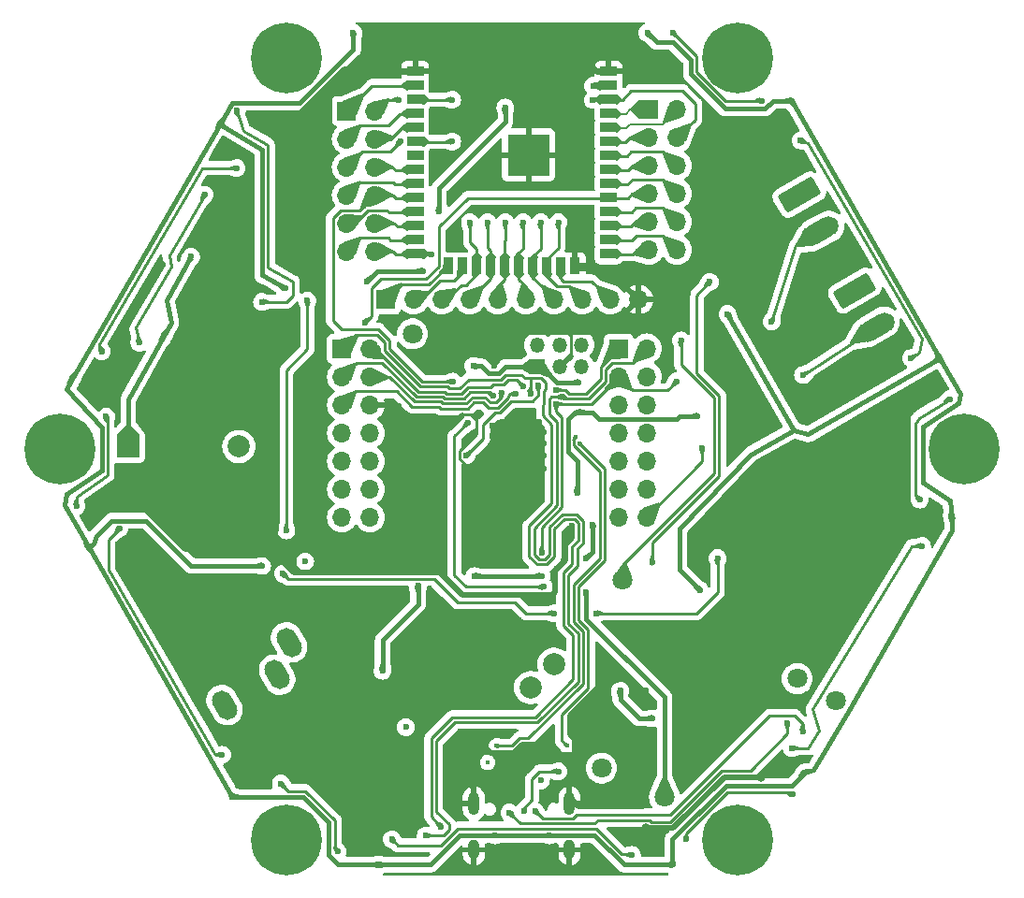
<source format=gbr>
%TF.GenerationSoftware,KiCad,Pcbnew,7.0.9*%
%TF.CreationDate,2024-05-28T15:48:04+02:00*%
%TF.ProjectId,ESP_DB_v1.0,4553505f-4442-45f7-9631-2e302e6b6963,rev?*%
%TF.SameCoordinates,Original*%
%TF.FileFunction,Copper,L2,Bot*%
%TF.FilePolarity,Positive*%
%FSLAX46Y46*%
G04 Gerber Fmt 4.6, Leading zero omitted, Abs format (unit mm)*
G04 Created by KiCad (PCBNEW 7.0.9) date 2024-05-28 15:48:04*
%MOMM*%
%LPD*%
G01*
G04 APERTURE LIST*
G04 Aperture macros list*
%AMRoundRect*
0 Rectangle with rounded corners*
0 $1 Rounding radius*
0 $2 $3 $4 $5 $6 $7 $8 $9 X,Y pos of 4 corners*
0 Add a 4 corners polygon primitive as box body*
4,1,4,$2,$3,$4,$5,$6,$7,$8,$9,$2,$3,0*
0 Add four circle primitives for the rounded corners*
1,1,$1+$1,$2,$3*
1,1,$1+$1,$4,$5*
1,1,$1+$1,$6,$7*
1,1,$1+$1,$8,$9*
0 Add four rect primitives between the rounded corners*
20,1,$1+$1,$2,$3,$4,$5,0*
20,1,$1+$1,$4,$5,$6,$7,0*
20,1,$1+$1,$6,$7,$8,$9,0*
20,1,$1+$1,$8,$9,$2,$3,0*%
%AMHorizOval*
0 Thick line with rounded ends*
0 $1 width*
0 $2 $3 position (X,Y) of the first rounded end (center of the circle)*
0 $4 $5 position (X,Y) of the second rounded end (center of the circle)*
0 Add line between two ends*
20,1,$1,$2,$3,$4,$5,0*
0 Add two circle primitives to create the rounded ends*
1,1,$1,$2,$3*
1,1,$1,$4,$5*%
G04 Aperture macros list end*
%TA.AperFunction,ComponentPad*%
%ADD10C,0.800000*%
%TD*%
%TA.AperFunction,ComponentPad*%
%ADD11C,6.400000*%
%TD*%
%TA.AperFunction,ComponentPad*%
%ADD12C,1.800000*%
%TD*%
%TA.AperFunction,ComponentPad*%
%ADD13O,1.000000X2.100000*%
%TD*%
%TA.AperFunction,ComponentPad*%
%ADD14O,1.000000X1.800000*%
%TD*%
%TA.AperFunction,ComponentPad*%
%ADD15R,2.000000X2.000000*%
%TD*%
%TA.AperFunction,ComponentPad*%
%ADD16C,2.000000*%
%TD*%
%TA.AperFunction,ComponentPad*%
%ADD17R,1.700000X1.700000*%
%TD*%
%TA.AperFunction,ComponentPad*%
%ADD18O,1.700000X1.700000*%
%TD*%
%TA.AperFunction,ComponentPad*%
%ADD19HorizOval,1.800000X0.250000X-0.433013X-0.250000X0.433013X0*%
%TD*%
%TA.AperFunction,ComponentPad*%
%ADD20RoundRect,0.250000X-1.667339X-0.212083X-1.017339X-1.337917X1.667339X0.212083X1.017339X1.337917X0*%
%TD*%
%TA.AperFunction,ComponentPad*%
%ADD21HorizOval,1.800000X-0.779423X-0.450000X0.779423X0.450000X0*%
%TD*%
%TA.AperFunction,ComponentPad*%
%ADD22R,1.350000X1.350000*%
%TD*%
%TA.AperFunction,ComponentPad*%
%ADD23O,1.350000X1.350000*%
%TD*%
%TA.AperFunction,SMDPad,CuDef*%
%ADD24R,1.500000X0.900000*%
%TD*%
%TA.AperFunction,SMDPad,CuDef*%
%ADD25R,0.900000X1.500000*%
%TD*%
%TA.AperFunction,SMDPad,CuDef*%
%ADD26R,0.900000X0.900000*%
%TD*%
%TA.AperFunction,HeatsinkPad*%
%ADD27C,0.600000*%
%TD*%
%TA.AperFunction,SMDPad,CuDef*%
%ADD28R,3.800000X3.800000*%
%TD*%
%TA.AperFunction,ViaPad*%
%ADD29C,0.600000*%
%TD*%
%TA.AperFunction,ViaPad*%
%ADD30C,1.300000*%
%TD*%
%TA.AperFunction,ViaPad*%
%ADD31C,0.800000*%
%TD*%
%TA.AperFunction,ViaPad*%
%ADD32C,0.400000*%
%TD*%
%TA.AperFunction,Conductor*%
%ADD33C,0.400000*%
%TD*%
%TA.AperFunction,Conductor*%
%ADD34C,0.250000*%
%TD*%
%TA.AperFunction,Conductor*%
%ADD35C,0.500000*%
%TD*%
%TA.AperFunction,Conductor*%
%ADD36C,0.200000*%
%TD*%
G04 APERTURE END LIST*
D10*
%TO.P,H6,1*%
%TO.N,N/C*%
X113000000Y-59600000D03*
X113702944Y-57902944D03*
X113702944Y-61297056D03*
X115400000Y-57200000D03*
D11*
X115400000Y-59600000D03*
D10*
X115400000Y-62000000D03*
X117097056Y-57902944D03*
X117097056Y-61297056D03*
X117800000Y-59600000D03*
%TD*%
D12*
%TO.P,TP6,1,1*%
%TO.N,Net-(D1-DIN)*%
X105000000Y-106900000D03*
%TD*%
D10*
%TO.P,H2,1*%
%TO.N,N/C*%
X51700000Y-95000000D03*
X52402944Y-93302944D03*
X52402944Y-96697056D03*
X54100000Y-92600000D03*
D11*
X54100000Y-95000000D03*
D10*
X54100000Y-97400000D03*
X55797056Y-93302944D03*
X55797056Y-96697056D03*
X56500000Y-95000000D03*
%TD*%
D13*
%TO.P,J1,S1,SHIELD*%
%TO.N,GND*%
X91560000Y-127100000D03*
D14*
X91560000Y-131300000D03*
D13*
X100200000Y-127100000D03*
D14*
X100200000Y-131300000D03*
%TD*%
D15*
%TO.P,BZ1,1,-*%
%TO.N,3.3V*%
X60300000Y-94800000D03*
D16*
%TO.P,BZ1,2,+*%
%TO.N,Net-(BZ1-+)*%
X70300000Y-94800000D03*
%TD*%
D17*
%TO.P,J10,1,Pin_1*%
%TO.N,Sen_VP*%
X107400000Y-64300000D03*
D18*
%TO.P,J10,2,Pin_2*%
%TO.N,Sen_VN*%
X109940000Y-64300000D03*
%TO.P,J10,3,Pin_3*%
%TO.N,IO34*%
X107400000Y-66840000D03*
%TO.P,J10,4,Pin_4*%
%TO.N,RESET*%
X109940000Y-66840000D03*
%TO.P,J10,5,Pin_5*%
%TO.N,IO32*%
X107400000Y-69380000D03*
%TO.P,J10,6,Pin_6*%
%TO.N,IO35*%
X109940000Y-69380000D03*
%TO.P,J10,7,Pin_7*%
%TO.N,IO25*%
X107400000Y-71920000D03*
%TO.P,J10,8,Pin_8*%
%TO.N,IO33*%
X109940000Y-71920000D03*
%TO.P,J10,9,Pin_9*%
%TO.N,IO27*%
X107400000Y-74460000D03*
%TO.P,J10,10,Pin_10*%
%TO.N,IO26*%
X109940000Y-74460000D03*
%TO.P,J10,11,Pin_11*%
%TO.N,IO12*%
X107400000Y-77000000D03*
%TO.P,J10,12,Pin_12*%
%TO.N,IO14*%
X109940000Y-77000000D03*
%TD*%
D12*
%TO.P,TP4,1,1*%
%TO.N,VBAT*%
X86000000Y-84600000D03*
%TD*%
%TO.P,TP1,1,1*%
%TO.N,Net-(R39-Pad2)*%
X124300000Y-117800000D03*
%TD*%
D10*
%TO.P,H5,1*%
%TO.N,N/C*%
X133500000Y-95000000D03*
X134202944Y-93302944D03*
X134202944Y-96697056D03*
X135900000Y-92600000D03*
D11*
X135900000Y-95000000D03*
D10*
X135900000Y-97400000D03*
X137597056Y-93302944D03*
X137597056Y-96697056D03*
X138300000Y-95000000D03*
%TD*%
D19*
%TO.P,J2,R*%
%TO.N,N/C*%
X68999296Y-118195449D03*
%TO.P,J2,S*%
%TO.N,Net-(C1-Pad1)*%
X74840897Y-112513398D03*
%TO.P,J2,T*%
%TO.N,Net-(C2-Pad1)*%
X73762436Y-115445449D03*
%TD*%
D12*
%TO.P,TP2,1,1*%
%TO.N,Net-(R40-Pad2)*%
X120800000Y-115800000D03*
%TD*%
D16*
%TO.P,TP8,1,1*%
%TO.N,USB_D-*%
X98800000Y-114500000D03*
%TD*%
D12*
%TO.P,TP5,1,1*%
%TO.N,3.3V*%
X108800000Y-126500000D03*
%TD*%
D10*
%TO.P,H3,1*%
%TO.N,N/C*%
X72200000Y-130400000D03*
X72902944Y-128702944D03*
X72902944Y-132097056D03*
X74600000Y-128000000D03*
D11*
X74600000Y-130400000D03*
D10*
X74600000Y-132800000D03*
X76297056Y-128702944D03*
X76297056Y-132097056D03*
X77000000Y-130400000D03*
%TD*%
D12*
%TO.P,TP3,1,1*%
%TO.N,VCC*%
X103100000Y-123900000D03*
%TD*%
D10*
%TO.P,H1,1*%
%TO.N,N/C*%
X72200000Y-59600000D03*
X72902944Y-57902944D03*
X72902944Y-61297056D03*
X74600000Y-57200000D03*
D11*
X74600000Y-59600000D03*
D10*
X74600000Y-62000000D03*
X76297056Y-57902944D03*
X76297056Y-61297056D03*
X77000000Y-59600000D03*
%TD*%
D17*
%TO.P,J4,1,Pin_1*%
%TO.N,DIN*%
X79625000Y-85975000D03*
D18*
%TO.P,J4,2,Pin_2*%
%TO.N,PB6*%
X82165000Y-85975000D03*
%TO.P,J4,3,Pin_3*%
%TO.N,PB9*%
X79625000Y-88515000D03*
%TO.P,J4,4,Pin_4*%
%TO.N,PB8*%
X82165000Y-88515000D03*
%TO.P,J4,5,Pin_5*%
%TO.N,PB7*%
X79625000Y-91055000D03*
%TO.P,J4,6,Pin_6*%
%TO.N,GND*%
X82165000Y-91055000D03*
%TO.P,J4,7,Pin_7*%
%TO.N,PB0*%
X79625000Y-93595000D03*
%TO.P,J4,8,Pin_8*%
%TO.N,PA1*%
X82165000Y-93595000D03*
%TO.P,J4,9,Pin_9*%
%TO.N,PA7*%
X79625000Y-96135000D03*
%TO.P,J4,10,Pin_10*%
%TO.N,PA2*%
X82165000Y-96135000D03*
%TO.P,J4,11,Pin_11*%
%TO.N,PA5*%
X79625000Y-98675000D03*
%TO.P,J4,12,Pin_12*%
%TO.N,PA3*%
X82165000Y-98675000D03*
%TO.P,J4,13,Pin_13*%
%TO.N,PA6*%
X79625000Y-101215000D03*
%TO.P,J4,14,Pin_14*%
%TO.N,PA4*%
X82165000Y-101215000D03*
%TD*%
D17*
%TO.P,J8,1,Pin_1*%
%TO.N,USER*%
X83575000Y-81500000D03*
D18*
%TO.P,J8,2,Pin_2*%
%TO.N,IO15*%
X86115000Y-81500000D03*
%TO.P,J8,3,Pin_3*%
%TO.N,SD1*%
X88655000Y-81500000D03*
%TO.P,J8,4,Pin_4*%
%TO.N,SD0*%
X91195000Y-81500000D03*
%TO.P,J8,5,Pin_5*%
%TO.N,ESP_CLK*%
X93735000Y-81500000D03*
%TO.P,J8,6,Pin_6*%
%TO.N,ESP_CMD*%
X96275000Y-81500000D03*
%TO.P,J8,7,Pin_7*%
%TO.N,SD3*%
X98815000Y-81500000D03*
%TO.P,J8,8,Pin_8*%
%TO.N,SD2*%
X101355000Y-81500000D03*
%TO.P,J8,9,Pin_9*%
%TO.N,IO13*%
X103895000Y-81500000D03*
%TO.P,J8,10,Pin_10*%
%TO.N,GND*%
X106435000Y-81500000D03*
%TD*%
D17*
%TO.P,J6,1,Pin_1*%
%TO.N,PB4*%
X104660000Y-85920000D03*
D18*
%TO.P,J6,2,Pin_2*%
%TO.N,PB3*%
X107200000Y-85920000D03*
%TO.P,J6,3,Pin_3*%
%TO.N,DO_1*%
X104660000Y-88460000D03*
%TO.P,J6,4,Pin_4*%
%TO.N,PA14*%
X107200000Y-88460000D03*
%TO.P,J6,5,Pin_5*%
%TO.N,PA13*%
X104660000Y-91000000D03*
%TO.P,J6,6,Pin_6*%
%TO.N,PA10*%
X107200000Y-91000000D03*
%TO.P,J6,7,Pin_7*%
%TO.N,PA9*%
X104660000Y-93540000D03*
%TO.P,J6,8,Pin_8*%
%TO.N,PA8*%
X107200000Y-93540000D03*
%TO.P,J6,9,Pin_9*%
%TO.N,PB15*%
X104660000Y-96080000D03*
%TO.P,J6,10,Pin_10*%
%TO.N,PB14*%
X107200000Y-96080000D03*
%TO.P,J6,11,Pin_11*%
%TO.N,PB13*%
X104660000Y-98620000D03*
%TO.P,J6,12,Pin_12*%
%TO.N,PB12*%
X107200000Y-98620000D03*
%TO.P,J6,13,Pin_13*%
%TO.N,PB10*%
X104660000Y-101160000D03*
%TO.P,J6,14,Pin_14*%
%TO.N,DO_2*%
X107200000Y-101160000D03*
%TD*%
D20*
%TO.P,J3,1,Pin_1*%
%TO.N,Net-(J3-Pin_1)*%
X120995000Y-72000443D03*
D21*
%TO.P,J3,2,Pin_2*%
%TO.N,Net-(J3-Pin_2)*%
X122900000Y-75300000D03*
%TD*%
D20*
%TO.P,J7,1,Pin_1*%
%TO.N,Net-(J7-Pin_1)*%
X126006234Y-80680222D03*
D21*
%TO.P,J7,2,Pin_2*%
%TO.N,Net-(J7-Pin_2)*%
X127911234Y-83979779D03*
%TD*%
D16*
%TO.P,TP7,1,1*%
%TO.N,USB_D+*%
X96700000Y-116600000D03*
%TD*%
D17*
%TO.P,J9,1,Pin_1*%
%TO.N,IO23*%
X80060000Y-64420000D03*
D18*
%TO.P,J9,2,Pin_2*%
%TO.N,SCL*%
X82600000Y-64420000D03*
%TO.P,J9,3,Pin_3*%
%TO.N,RX_0*%
X80060000Y-66960000D03*
%TO.P,J9,4,Pin_4*%
%TO.N,TX_0*%
X82600000Y-66960000D03*
%TO.P,J9,5,Pin_5*%
%TO.N,SDA*%
X80060000Y-69500000D03*
%TO.P,J9,6,Pin_6*%
%TO.N,IO19*%
X82600000Y-69500000D03*
%TO.P,J9,7,Pin_7*%
%TO.N,IO18*%
X80060000Y-72040000D03*
%TO.P,J9,8,Pin_8*%
%TO.N,IO5*%
X82600000Y-72040000D03*
%TO.P,J9,9,Pin_9*%
%TO.N,MISO*%
X80060000Y-74580000D03*
%TO.P,J9,10,Pin_10*%
%TO.N,CLK*%
X82600000Y-74580000D03*
%TO.P,J9,11,Pin_11*%
%TO.N,CS*%
X80060000Y-77120000D03*
%TO.P,J9,12,Pin_12*%
%TO.N,IO0*%
X82600000Y-77120000D03*
%TD*%
D22*
%TO.P,J5,1,Pin_1*%
%TO.N,3.3V*%
X97300000Y-87600000D03*
D23*
%TO.P,J5,2,Pin_2*%
%TO.N,RESET*%
X97300000Y-85600000D03*
%TO.P,J5,3,Pin_3*%
%TO.N,GND*%
X99300000Y-87600000D03*
%TO.P,J5,4,Pin_4*%
%TO.N,PA14*%
X99300000Y-85600000D03*
%TO.P,J5,5,Pin_5*%
%TO.N,PA13*%
X101300000Y-87600000D03*
%TO.P,J5,6,Pin_6*%
%TO.N,unconnected-(J5-Pin_6-Pad6)*%
X101300000Y-85600000D03*
%TD*%
D10*
%TO.P,H4,1*%
%TO.N,N/C*%
X113000000Y-130400000D03*
X113702944Y-128702944D03*
X113702944Y-132097056D03*
X115400000Y-128000000D03*
D11*
X115400000Y-130400000D03*
D10*
X115400000Y-132800000D03*
X117097056Y-128702944D03*
X117097056Y-132097056D03*
X117800000Y-130400000D03*
%TD*%
D24*
%TO.P,U3,1,GND*%
%TO.N,GND*%
X103750000Y-60845000D03*
%TO.P,U3,2,VDD*%
%TO.N,3.3V*%
X103750000Y-62115000D03*
%TO.P,U3,3,EN*%
%TO.N,RESET*%
X103750000Y-63385000D03*
%TO.P,U3,4,SENSOR_VP*%
%TO.N,Sen_VP*%
X103750000Y-64655000D03*
%TO.P,U3,5,SENSOR_VN*%
%TO.N,Sen_VN*%
X103750000Y-65925000D03*
%TO.P,U3,6,IO34*%
%TO.N,IO34*%
X103750000Y-67195000D03*
%TO.P,U3,7,IO35*%
%TO.N,IO35*%
X103750000Y-68465000D03*
%TO.P,U3,8,IO32*%
%TO.N,IO32*%
X103750000Y-69735000D03*
%TO.P,U3,9,IO33*%
%TO.N,IO33*%
X103750000Y-71005000D03*
%TO.P,U3,10,IO25*%
%TO.N,IO25*%
X103750000Y-72275000D03*
%TO.P,U3,11,IO26*%
%TO.N,IO26*%
X103750000Y-73545000D03*
%TO.P,U3,12,IO27*%
%TO.N,IO27*%
X103750000Y-74815000D03*
%TO.P,U3,13,IO14*%
%TO.N,IO14*%
X103750000Y-76085000D03*
%TO.P,U3,14,IO12*%
%TO.N,IO12*%
X103750000Y-77355000D03*
D25*
%TO.P,U3,15,GND*%
%TO.N,GND*%
X100715000Y-78450000D03*
%TO.P,U3,16,IO13*%
%TO.N,IO13*%
X99445000Y-78450000D03*
%TO.P,U3,17,SHD/SD2*%
%TO.N,SD2*%
X98175000Y-78450000D03*
%TO.P,U3,18,SWP/SD3*%
%TO.N,SD3*%
X96905000Y-78450000D03*
%TO.P,U3,19,SCS/CMD*%
%TO.N,ESP_CMD*%
X95635000Y-78450000D03*
%TO.P,U3,20,SCK/CLK*%
%TO.N,ESP_CLK*%
X94365000Y-78450000D03*
%TO.P,U3,21,SDO/SD0*%
%TO.N,SD0*%
X93095000Y-78450000D03*
%TO.P,U3,22,SDI/SD1*%
%TO.N,SD1*%
X91825000Y-78450000D03*
%TO.P,U3,23,IO15*%
%TO.N,IO15*%
X90555000Y-78450000D03*
%TO.P,U3,24,IO2*%
%TO.N,USER*%
X89285000Y-78450000D03*
D24*
%TO.P,U3,25,IO0*%
%TO.N,IO0*%
X86250000Y-77355000D03*
%TO.P,U3,26,IO4*%
%TO.N,CS*%
X86250000Y-76085000D03*
%TO.P,U3,27,IO16*%
%TO.N,CLK*%
X86250000Y-74815000D03*
%TO.P,U3,28,IO17*%
%TO.N,MISO*%
X86250000Y-73545000D03*
%TO.P,U3,29,IO5*%
%TO.N,IO5*%
X86250000Y-72275000D03*
%TO.P,U3,30,IO18*%
%TO.N,IO18*%
X86250000Y-71005000D03*
%TO.P,U3,31,IO19*%
%TO.N,IO19*%
X86250000Y-69735000D03*
%TO.P,U3,32,NC*%
%TO.N,unconnected-(U3-NC-Pad32)*%
X86250000Y-68465000D03*
%TO.P,U3,33,IO21*%
%TO.N,Net-(U3-IO21)*%
X86250000Y-67195000D03*
%TO.P,U3,34,RXD0/IO3*%
%TO.N,TX_0*%
X86250000Y-65925000D03*
%TO.P,U3,35,TXD0/IO1*%
%TO.N,RX_0*%
X86250000Y-64655000D03*
%TO.P,U3,36,IO22*%
%TO.N,Net-(U3-IO22)*%
X86250000Y-63385000D03*
%TO.P,U3,37,IO23*%
%TO.N,IO23*%
X86250000Y-62115000D03*
%TO.P,U3,38,GND*%
%TO.N,GND*%
X86250000Y-60845000D03*
D26*
%TO.P,U3,39,GND*%
X97900000Y-69810000D03*
D27*
X97900000Y-69110000D03*
D26*
X97900000Y-68410000D03*
D27*
X97900000Y-67710000D03*
D26*
X97900000Y-67010000D03*
D27*
X97200000Y-69810000D03*
X97200000Y-68410000D03*
X97200000Y-67010000D03*
D26*
X96500000Y-69810000D03*
D27*
X96500000Y-69110000D03*
D26*
X96500000Y-68410000D03*
D28*
X96500000Y-68410000D03*
D27*
X96500000Y-67710000D03*
D26*
X96500000Y-67010000D03*
D27*
X95800000Y-69810000D03*
X95800000Y-68410000D03*
X95800000Y-67010000D03*
D26*
X95100000Y-69810000D03*
D27*
X95100000Y-69110000D03*
D26*
X95100000Y-68410000D03*
D27*
X95100000Y-67710000D03*
D26*
X95100000Y-67010000D03*
%TD*%
D29*
%TO.N,VCC*%
X120300000Y-63500000D03*
X82950000Y-132650000D03*
X134800000Y-101200000D03*
X76300000Y-105200000D03*
X98400000Y-130000000D03*
X72400000Y-105600000D03*
X74500000Y-80500000D03*
X80650000Y-57350000D03*
X112000000Y-107800000D03*
X55200000Y-88700000D03*
X93500000Y-130000000D03*
X69700000Y-126500000D03*
X121500000Y-124300000D03*
X56700000Y-103900000D03*
X107250000Y-57350000D03*
X109550000Y-132650000D03*
X114500000Y-82800000D03*
X68600000Y-65600000D03*
X133700000Y-86800000D03*
%TO.N,Net-(D1-DOUT)*%
X112900000Y-79900000D03*
X107700000Y-105300000D03*
%TO.N,GND*%
X60608086Y-83084996D03*
X72600000Y-103500000D03*
X97900000Y-96800000D03*
X112900000Y-86600000D03*
X95300000Y-92600000D03*
X130800000Y-101600000D03*
X94300000Y-96200000D03*
X102300000Y-60500000D03*
X86600000Y-100500000D03*
X96600000Y-96100000D03*
X100400000Y-102000000D03*
X109550000Y-60650000D03*
X97900000Y-94500000D03*
D30*
X71000000Y-108600000D03*
D29*
X59300000Y-88300000D03*
X99100000Y-105900000D03*
X95500000Y-95000000D03*
X93800000Y-97300000D03*
X96800000Y-121800033D03*
X93200000Y-93800000D03*
D30*
X79700000Y-108100000D03*
D29*
X93200000Y-95750000D03*
X100237500Y-119737500D03*
X77088120Y-122311880D03*
X93400000Y-87500000D03*
X84800000Y-91100000D03*
D30*
X72900000Y-121700000D03*
D29*
X118634201Y-67165799D03*
X84300000Y-120900000D03*
X93200000Y-96700000D03*
X94200000Y-92600000D03*
X63390287Y-78309713D03*
X112600000Y-117600000D03*
D31*
X117500000Y-124700000D03*
D29*
X96400000Y-92600000D03*
X97900000Y-95600000D03*
X74800000Y-84500000D03*
X132100000Y-90600000D03*
X104500000Y-115950000D03*
X67003942Y-80396058D03*
X97900000Y-93500000D03*
X80500000Y-123000000D03*
X79900000Y-115900000D03*
X106800000Y-127400000D03*
X96600000Y-94100000D03*
X84800000Y-93200000D03*
X97500000Y-92600000D03*
D31*
X107150000Y-129350000D03*
D29*
X103100000Y-116300000D03*
X82950000Y-60650000D03*
X71300000Y-122700000D03*
X92400000Y-120800000D03*
X67800000Y-104100000D03*
X95800000Y-97300000D03*
X115700000Y-91500000D03*
X93200000Y-94800000D03*
X111600000Y-103800000D03*
X96900000Y-97300000D03*
X94300000Y-94100000D03*
X93200000Y-92900000D03*
X98600000Y-108250000D03*
X94800000Y-97300000D03*
X72700000Y-65200000D03*
X89700000Y-124000000D03*
D30*
X79697320Y-105202680D03*
D29*
X110900000Y-81000000D03*
D30*
X72100000Y-120400000D03*
D29*
X58300000Y-100100000D03*
X80500000Y-129300000D03*
X107124500Y-116900000D03*
%TO.N,Net-(D1-DIN)*%
X110300000Y-85200000D03*
%TO.N,Net-(D2-DOUT)*%
X74300000Y-106300000D03*
X98800000Y-109900000D03*
X113600000Y-104900000D03*
X102600000Y-109900000D03*
%TO.N,Net-(D3-DOUT)*%
X76500000Y-81600000D03*
X74600000Y-102400000D03*
%TO.N,Net-(D4-DOUT)*%
X70102254Y-64401305D03*
X72400000Y-81700000D03*
D32*
%TO.N,CC1*%
X92800000Y-123400000D03*
D29*
%TO.N,Net-(D15-DIN)*%
X79250000Y-131450000D03*
X74100000Y-125300000D03*
%TO.N,Net-(D5-DOUT)*%
X57900000Y-86200000D03*
X70100000Y-69600000D03*
%TO.N,Net-(D6-DOUT)*%
X55600000Y-100200000D03*
X58300000Y-92100000D03*
%TO.N,Net-(D7-DOUT)*%
X59500000Y-102200000D03*
X68800000Y-122700000D03*
%TO.N,Net-(U5-SW)*%
X107700000Y-119400000D03*
X104800000Y-116900000D03*
%TO.N,3.3V*%
X88400000Y-73500000D03*
X102325500Y-101900000D03*
X85400000Y-120200000D03*
X94400000Y-64100000D03*
X65980994Y-77619006D03*
X97700000Y-106500000D03*
X100900000Y-99024500D03*
X101675500Y-107975500D03*
X81925500Y-79824500D03*
X87000000Y-78900000D03*
X111750000Y-92050000D03*
X91600000Y-106525000D03*
X101675500Y-104950000D03*
X101000000Y-91700000D03*
X91500000Y-87500000D03*
X86500000Y-107400000D03*
X101000000Y-89000000D03*
X102350000Y-62150000D03*
X63500000Y-84800000D03*
X83300000Y-115100000D03*
%TO.N,DIN*%
X88600000Y-129200000D03*
X96667528Y-90000000D03*
%TO.N,RESET*%
X97400000Y-89300000D03*
X90900000Y-95600000D03*
X102300000Y-63420000D03*
%TO.N,SBU1*%
X121300000Y-120600000D03*
X97100000Y-127800000D03*
%TO.N,CC2*%
X97630000Y-125030000D03*
%TO.N,SBU2*%
X119900000Y-119800000D03*
X94777018Y-127930195D03*
%TO.N,PB3*%
X87200000Y-130000000D03*
X99575500Y-90313500D03*
%TO.N,PB4*%
X99000000Y-89689000D03*
D32*
%TO.N,Net-(U6-PA11)*%
X100000000Y-121900000D03*
X101100000Y-94500000D03*
%TO.N,Net-(U6-PA12)*%
X93600000Y-121900000D03*
X100773328Y-93931572D03*
D29*
%TO.N,Net-(D15-DOUT)*%
X84150000Y-130350000D03*
X105850000Y-131750000D03*
%TO.N,Net-(D16-DOUT)*%
X110750000Y-130350000D03*
X120400000Y-126300000D03*
%TO.N,Net-(D17-DOUT)*%
X120300000Y-122100000D03*
X132100000Y-103800000D03*
%TO.N,Net-(D18-DOUT)*%
X131900000Y-99600000D03*
X134600000Y-90500000D03*
%TO.N,Net-(D19-DOUT)*%
X131100000Y-86800000D03*
X121100000Y-67100000D03*
%TO.N,Net-(D20-DOUT)*%
X117600000Y-63500000D03*
X109550000Y-57350000D03*
%TO.N,PB6*%
X96043028Y-89343028D03*
%TO.N,PB7*%
X95311919Y-90000000D03*
%TO.N,PB8*%
X94062419Y-89959333D03*
%TO.N,PB9*%
X93300000Y-90200000D03*
%TO.N,Net-(U3-IO21)*%
X89600000Y-67200000D03*
%TO.N,SDA*%
X84900000Y-67200000D03*
%TO.N,Net-(U3-IO22)*%
X89600000Y-63400000D03*
%TO.N,SCL*%
X84800000Y-63400000D03*
%TO.N,Net-(J3-Pin_2)*%
X118500000Y-83500000D03*
%TO.N,USB_DM*%
X96100000Y-127800000D03*
X99200000Y-124200000D03*
%TO.N,DO_1*%
X97700000Y-104400000D03*
X99000000Y-90938000D03*
X109900000Y-88900000D03*
%TO.N,Net-(J7-Pin_2)*%
X121327273Y-88327273D03*
%TO.N,DO_2*%
X112200000Y-94900000D03*
%TO.N,IO5*%
X61300000Y-85400000D03*
X97900000Y-107500000D03*
X89634090Y-88925000D03*
X67200000Y-72000000D03*
X91024500Y-92625500D03*
%TO.N,IO0*%
X87700000Y-77390000D03*
%TO.N,SD1*%
X91200000Y-74500000D03*
%TO.N,SD0*%
X92800000Y-74500000D03*
%TO.N,ESP_CLK*%
X94400000Y-74500000D03*
%TO.N,ESP_CMD*%
X96000000Y-74500000D03*
%TO.N,SD3*%
X97600000Y-74500000D03*
%TO.N,SD2*%
X99200000Y-74500000D03*
%TO.N,IO25*%
X81700000Y-83575500D03*
%TD*%
D33*
%TO.N,VCC*%
X121800000Y-93700000D02*
X133700000Y-86800000D01*
X121500000Y-124300000D02*
X122300000Y-124100000D01*
X54700000Y-99100000D02*
X54500000Y-100100000D01*
X125400000Y-118800000D02*
X134800000Y-102400000D01*
X116600000Y-95500000D02*
X110171231Y-102200000D01*
X114500000Y-82800000D02*
X120500000Y-93300000D01*
X54500000Y-100100000D02*
X56700000Y-103900000D01*
X66000000Y-105600000D02*
X61900000Y-101500000D01*
X111175000Y-61102565D02*
X111175000Y-59775000D01*
X109550000Y-132650000D02*
X109500000Y-132600000D01*
X102500000Y-130000000D02*
X105150000Y-132650000D01*
X105150000Y-132650000D02*
X109550000Y-132650000D01*
X90300000Y-130000000D02*
X102500000Y-130000000D01*
X80650000Y-58843414D02*
X75793414Y-63700000D01*
X134600000Y-99700000D02*
X132200000Y-98100000D01*
X78400000Y-128800000D02*
X76100000Y-126500000D01*
X69700000Y-63700000D02*
X68600000Y-65600000D01*
X87650000Y-132650000D02*
X90300000Y-130000000D01*
X80650000Y-57350000D02*
X80650000Y-58843414D01*
X75793414Y-63700000D02*
X69700000Y-63700000D01*
X78400000Y-131800000D02*
X78400000Y-128800000D01*
X135400000Y-90900000D02*
X135600000Y-90000000D01*
X120300000Y-125500000D02*
X121500000Y-124300000D01*
X117900000Y-64200000D02*
X114272435Y-64200000D01*
D34*
X101857563Y-130000000D02*
X102500000Y-130000000D01*
D33*
X82950000Y-132650000D02*
X87650000Y-132650000D01*
X114272435Y-64200000D02*
X111175000Y-61102565D01*
X134800000Y-102400000D02*
X134800000Y-101200000D01*
X108100000Y-58200000D02*
X107250000Y-57350000D01*
X72400000Y-105600000D02*
X66000000Y-105600000D01*
X132200000Y-93000000D02*
X135400000Y-90900000D01*
X122300000Y-124100000D02*
X125400000Y-118800000D01*
X132200000Y-98100000D02*
X132200000Y-93000000D01*
X109500000Y-130357538D02*
X114357538Y-125500000D01*
X54700000Y-89600000D02*
X57900000Y-93100000D01*
X114357538Y-125500000D02*
X120300000Y-125500000D01*
X69700000Y-126500000D02*
X56700000Y-103900000D01*
X118600000Y-63500000D02*
X117900000Y-64200000D01*
X120500000Y-93300000D02*
X121800000Y-93700000D01*
X55200000Y-88700000D02*
X54700000Y-89600000D01*
X110171231Y-105971231D02*
X112000000Y-107800000D01*
X109600000Y-58200000D02*
X108100000Y-58200000D01*
X82950000Y-132650000D02*
X79250000Y-132650000D01*
X58800000Y-101500000D02*
X57400000Y-102900000D01*
X57900000Y-93100000D02*
X57900000Y-97000000D01*
X61900000Y-101500000D02*
X58800000Y-101500000D01*
X55200000Y-88700000D02*
X68600000Y-65600000D01*
X57200000Y-103600000D02*
X56700000Y-103900000D01*
X74500000Y-80500000D02*
X72400000Y-79300000D01*
X120500000Y-93300000D02*
X116600000Y-95500000D01*
X76100000Y-126500000D02*
X69700000Y-126500000D01*
X109500000Y-132600000D02*
X109500000Y-130357538D01*
X133700000Y-86800000D02*
X120300000Y-63500000D01*
X120300000Y-63500000D02*
X118600000Y-63500000D01*
X79250000Y-132650000D02*
X78400000Y-131800000D01*
X111175000Y-59775000D02*
X109600000Y-58200000D01*
X110171231Y-102200000D02*
X110171231Y-105971231D01*
X72400000Y-79300000D02*
X72400000Y-67900000D01*
X134800000Y-101200000D02*
X134600000Y-99700000D01*
X57400000Y-102900000D02*
X57200000Y-103600000D01*
X72400000Y-67900000D02*
X68600000Y-65600000D01*
X57900000Y-97000000D02*
X54700000Y-99100000D01*
X135600000Y-90000000D02*
X133700000Y-86800000D01*
D34*
%TO.N,Net-(D1-DOUT)*%
X111700000Y-88163604D02*
X111700000Y-81100000D01*
X107700000Y-105300000D02*
X107700000Y-103500000D01*
X113750000Y-90213604D02*
X111700000Y-88163604D01*
X113750000Y-97450000D02*
X113750000Y-90213604D01*
X107700000Y-103500000D02*
X113750000Y-97450000D01*
X107600000Y-105400000D02*
X107700000Y-105300000D01*
X111700000Y-81100000D02*
X112900000Y-79900000D01*
D35*
%TO.N,GND*%
X80500000Y-129300000D02*
X82400000Y-126400000D01*
D34*
X97699967Y-121800033D02*
X97700000Y-121800000D01*
D35*
X98600000Y-108250000D02*
X98900000Y-107950000D01*
X100300000Y-84400000D02*
X103535000Y-84400000D01*
X98600000Y-108250000D02*
X90550000Y-108250000D01*
X102680000Y-60880000D02*
X103750000Y-60880000D01*
X86600000Y-100500000D02*
X86600000Y-96750000D01*
X71700000Y-122300000D02*
X77076240Y-122300000D01*
X77088120Y-122311880D02*
X77100000Y-122300000D01*
X99300000Y-87600000D02*
X100300000Y-86600000D01*
X82400000Y-126400000D02*
X80500000Y-123000000D01*
X103575000Y-78640000D02*
X106435000Y-81500000D01*
X92400000Y-120800000D02*
X92400000Y-121900000D01*
X67003942Y-80396058D02*
X73900000Y-84500000D01*
X106435000Y-81500000D02*
X110400000Y-81500000D01*
X99875000Y-103624999D02*
X99875000Y-105125000D01*
D34*
X90500000Y-92000000D02*
X90600000Y-91900000D01*
D35*
X100400000Y-102000000D02*
X100400000Y-103100000D01*
D34*
X91560000Y-125860000D02*
X91560000Y-127100000D01*
D35*
X68600000Y-104100000D02*
X69200000Y-103500000D01*
X81300000Y-116200000D02*
X84300000Y-120900000D01*
X72700000Y-65200000D02*
X75300000Y-65200000D01*
X100995000Y-127400000D02*
X106800000Y-127400000D01*
X93050000Y-122550000D02*
X95150000Y-122550000D01*
X96800000Y-121800033D02*
X97699967Y-121800033D01*
X100237500Y-119737500D02*
X100237500Y-120837500D01*
X100237500Y-119737500D02*
X100237500Y-119162500D01*
X90550000Y-108250000D02*
X88500000Y-106200000D01*
X84800000Y-94950000D02*
X84800000Y-91100000D01*
X84820000Y-60880000D02*
X84590000Y-60650000D01*
X98900000Y-107950000D02*
X98900000Y-106100000D01*
X93400000Y-86100000D02*
X95100000Y-84400000D01*
X130800000Y-91400000D02*
X132100000Y-90600000D01*
X130200000Y-102200000D02*
X130800000Y-101600000D01*
X130800000Y-101600000D02*
X130800000Y-91400000D01*
X109588300Y-129350000D02*
X107150000Y-129350000D01*
X89300000Y-93200000D02*
X84800000Y-93200000D01*
X80000000Y-122300000D02*
X80500000Y-123000000D01*
X71300000Y-122700000D02*
X71700000Y-122300000D01*
X73900000Y-84500000D02*
X74800000Y-84500000D01*
X86250000Y-60880000D02*
X84820000Y-60880000D01*
X100237500Y-120837500D02*
X100650000Y-121250000D01*
X100237500Y-119162500D02*
X103100000Y-116300000D01*
X61500000Y-100100000D02*
X65500000Y-104100000D01*
X110400000Y-81500000D02*
X110900000Y-81000000D01*
X114238300Y-124700000D02*
X109588300Y-129350000D01*
D34*
X90800000Y-96450000D02*
X92500000Y-96450000D01*
D35*
X95899967Y-121800033D02*
X96800000Y-121800033D01*
X113200000Y-102200000D02*
X130200000Y-102200000D01*
X100320000Y-126725000D02*
X100995000Y-127400000D01*
X79850000Y-60650000D02*
X82950000Y-60650000D01*
X77100000Y-122300000D02*
X80000000Y-122300000D01*
X92400000Y-121900000D02*
X93050000Y-122550000D01*
X103535000Y-84400000D02*
X106435000Y-81500000D01*
X98900000Y-106100000D02*
X99100000Y-105900000D01*
X107250000Y-60650000D02*
X107055000Y-60845000D01*
X100400000Y-103100000D02*
X99875000Y-103624999D01*
X75300000Y-106200000D02*
X72600000Y-103500000D01*
X99875000Y-105125000D02*
X99100000Y-105900000D01*
X74800000Y-84500000D02*
X74800000Y-86400000D01*
X100710000Y-78640000D02*
X103575000Y-78640000D01*
X75300000Y-65200000D02*
X79850000Y-60650000D01*
X58300000Y-100100000D02*
X61500000Y-100100000D01*
X79900000Y-115900000D02*
X81300000Y-116200000D01*
X90500000Y-92000000D02*
X89300000Y-93200000D01*
X100650000Y-122650000D02*
X100600000Y-122700000D01*
X90700000Y-120800000D02*
X89700000Y-121800000D01*
X97700000Y-121800000D02*
X98600000Y-122700000D01*
X69200000Y-103500000D02*
X72600000Y-103500000D01*
D34*
X92500000Y-96450000D02*
X93200000Y-95750000D01*
X90600000Y-91900000D02*
X91300000Y-91900000D01*
D35*
X88500000Y-106200000D02*
X75300000Y-106200000D01*
D34*
X91800000Y-92400000D02*
X91800000Y-93650000D01*
D35*
X80500000Y-123000000D02*
X84300000Y-120900000D01*
X102300000Y-60500000D02*
X102680000Y-60880000D01*
X77076240Y-122300000D02*
X77088120Y-122311880D01*
D34*
X89700000Y-124000000D02*
X91560000Y-125860000D01*
D35*
X59300000Y-88300000D02*
X60000000Y-87000000D01*
X98600000Y-122700000D02*
X100600000Y-122700000D01*
D34*
X90250000Y-95200000D02*
X90250000Y-95900000D01*
D35*
X73700000Y-102400000D02*
X72600000Y-103500000D01*
X89700000Y-121800000D02*
X89700000Y-124000000D01*
X103750000Y-60845000D02*
X107055000Y-60845000D01*
D34*
X91300000Y-91900000D02*
X91800000Y-92400000D01*
D35*
X92400000Y-120800000D02*
X90700000Y-120800000D01*
X111600000Y-103800000D02*
X113200000Y-102200000D01*
X67800000Y-104100000D02*
X68600000Y-104100000D01*
X60000000Y-87000000D02*
X59400000Y-85400000D01*
X95150000Y-122550000D02*
X95899967Y-121800033D01*
X109550000Y-60650000D02*
X107250000Y-60650000D01*
D34*
X91800000Y-93650000D02*
X90250000Y-95200000D01*
D35*
X60608086Y-83084996D02*
X63390287Y-78309713D01*
D34*
X79900000Y-115900000D02*
X80000000Y-115900000D01*
D35*
X95100000Y-84400000D02*
X100300000Y-84400000D01*
X100650000Y-121250000D02*
X100650000Y-122650000D01*
X73700000Y-87500000D02*
X73700000Y-102400000D01*
X117500000Y-124700000D02*
X114238300Y-124700000D01*
X84590000Y-60650000D02*
X82950000Y-60650000D01*
X86600000Y-96750000D02*
X84800000Y-94950000D01*
X65500000Y-104100000D02*
X67800000Y-104100000D01*
X59400000Y-85400000D02*
X60608086Y-83084996D01*
D34*
X90250000Y-95900000D02*
X90800000Y-96450000D01*
D35*
X74800000Y-86400000D02*
X73700000Y-87500000D01*
X115700000Y-91500000D02*
X112900000Y-86600000D01*
X93400000Y-87500000D02*
X93400000Y-86100000D01*
D34*
X80000000Y-115900000D02*
X80100000Y-116000000D01*
X100300000Y-86600000D02*
X100300000Y-84400000D01*
%TO.N,Net-(D1-DIN)*%
X113300000Y-97200000D02*
X105000000Y-105500000D01*
X113300000Y-90400000D02*
X113300000Y-97200000D01*
X110300000Y-87400000D02*
X113300000Y-90400000D01*
X110300000Y-85200000D02*
X110300000Y-87400000D01*
X105000000Y-105500000D02*
X105000000Y-106900000D01*
%TO.N,Net-(D2-DOUT)*%
X95300000Y-108900000D02*
X90086828Y-108900000D01*
X113600000Y-108000000D02*
X113600000Y-104900000D01*
X111700000Y-109900000D02*
X113600000Y-108000000D01*
X96300000Y-109900000D02*
X95300000Y-108900000D01*
X98800000Y-109900000D02*
X96300000Y-109900000D01*
X74775000Y-106775000D02*
X74300000Y-106300000D01*
X87961828Y-106775000D02*
X74775000Y-106775000D01*
X90086828Y-108900000D02*
X87961828Y-106775000D01*
X102600000Y-109900000D02*
X111700000Y-109900000D01*
%TO.N,Net-(D3-DOUT)*%
X76500000Y-86000000D02*
X74600000Y-87900000D01*
X76500000Y-81600000D02*
X76500000Y-86000000D01*
X74600000Y-87900000D02*
X74600000Y-102400000D01*
%TO.N,Net-(D4-DOUT)*%
X74600000Y-81700000D02*
X72400000Y-81700000D01*
X72925000Y-78600000D02*
X75200000Y-79900000D01*
X75200000Y-81100000D02*
X74600000Y-81700000D01*
X75200000Y-79900000D02*
X75200000Y-81100000D01*
X70700000Y-66200000D02*
X72925000Y-67500000D01*
X70102254Y-64401305D02*
X70700000Y-66200000D01*
X72925000Y-67500000D02*
X72925000Y-78600000D01*
%TO.N,Net-(D15-DIN)*%
X74775000Y-125975000D02*
X74100000Y-125300000D01*
X79250000Y-131450000D02*
X79000000Y-131200000D01*
X79000000Y-128657538D02*
X76317462Y-125975000D01*
X79000000Y-131200000D02*
X79000000Y-128657538D01*
X76317462Y-125975000D02*
X74775000Y-125975000D01*
%TO.N,RX_0*%
X86250000Y-64690000D02*
X84810000Y-64690000D01*
X84810000Y-64690000D02*
X83800000Y-65700000D01*
X81320000Y-65700000D02*
X80060000Y-66960000D01*
X83800000Y-65700000D02*
X81320000Y-65700000D01*
%TO.N,TX_0*%
X85040000Y-65960000D02*
X84040000Y-66960000D01*
X86250000Y-65960000D02*
X85040000Y-65960000D01*
X84040000Y-66960000D02*
X82600000Y-66960000D01*
%TO.N,Net-(D5-DOUT)*%
X67000000Y-69600000D02*
X57700000Y-85500000D01*
X57700000Y-85500000D02*
X57900000Y-86200000D01*
X70100000Y-69600000D02*
X67000000Y-69600000D01*
%TO.N,Net-(D6-DOUT)*%
X58425000Y-97375000D02*
X55600000Y-99300000D01*
X58425000Y-92225000D02*
X58425000Y-97375000D01*
X55600000Y-99300000D02*
X55600000Y-100200000D01*
X58300000Y-92100000D02*
X58425000Y-92225000D01*
%TO.N,Net-(D7-DOUT)*%
X68200000Y-122700000D02*
X68800000Y-122700000D01*
X58500000Y-103200000D02*
X58500000Y-105976316D01*
X58500000Y-105976316D02*
X68200000Y-122700000D01*
X59500000Y-102200000D02*
X58500000Y-103200000D01*
D33*
%TO.N,Net-(U5-SW)*%
X106500000Y-119400000D02*
X107700000Y-119400000D01*
X104800000Y-116900000D02*
X104800000Y-117700000D01*
X104800000Y-117700000D02*
X106500000Y-119400000D01*
%TO.N,3.3V*%
X99589000Y-88989000D02*
X99089000Y-88989000D01*
X94400000Y-65400000D02*
X88400000Y-71400000D01*
X92200000Y-87500000D02*
X92900000Y-88200000D01*
X93800000Y-88200000D02*
X94400000Y-87600000D01*
X101700000Y-108000000D02*
X101700000Y-110400000D01*
X101000000Y-89000000D02*
X99600000Y-89000000D01*
X88400000Y-71400000D02*
X88400000Y-73500000D01*
X97675000Y-106525000D02*
X91600000Y-106525000D01*
X110150000Y-92050000D02*
X109910000Y-92290000D01*
X109910000Y-92290000D02*
X102890000Y-92290000D01*
X100700000Y-91700000D02*
X100050000Y-92350000D01*
X63500000Y-84800000D02*
X60300000Y-90500000D01*
X100050000Y-92350000D02*
X100050000Y-95250000D01*
X97700000Y-87600000D02*
X97300000Y-87600000D01*
X65980994Y-77619006D02*
X63800000Y-81600000D01*
X86500000Y-107400000D02*
X86500000Y-109100000D01*
X82850000Y-78900000D02*
X81925500Y-79824500D01*
X94400000Y-64100000D02*
X94400000Y-65400000D01*
X63800000Y-81600000D02*
X64200000Y-83600000D01*
X86500000Y-109100000D02*
X83300000Y-112300000D01*
X111750000Y-92050000D02*
X110150000Y-92050000D01*
X94400000Y-87600000D02*
X97300000Y-87600000D01*
X100900000Y-96100000D02*
X100900000Y-99024500D01*
X101700000Y-110400000D02*
X108800000Y-117500000D01*
X91500000Y-87500000D02*
X92200000Y-87500000D01*
X97700000Y-106500000D02*
X97675000Y-106525000D01*
X83300000Y-112300000D02*
X83300000Y-115100000D01*
X92900000Y-88200000D02*
X93800000Y-88200000D01*
X108800000Y-117500000D02*
X108800000Y-126500000D01*
X99600000Y-89000000D02*
X99589000Y-88989000D01*
X101675500Y-107975500D02*
X101700000Y-108000000D01*
X102300000Y-91700000D02*
X101000000Y-91700000D01*
X102890000Y-92290000D02*
X102300000Y-91700000D01*
X87000000Y-78900000D02*
X82850000Y-78900000D01*
X102325500Y-101900000D02*
X102325500Y-104300000D01*
X64200000Y-83600000D02*
X63500000Y-84800000D01*
X102325500Y-104300000D02*
X101675500Y-104950000D01*
X102350000Y-62150000D02*
X103750000Y-62150000D01*
X60300000Y-90500000D02*
X60300000Y-94800000D01*
X101000000Y-91700000D02*
X100700000Y-91700000D01*
X100050000Y-95250000D02*
X100900000Y-96100000D01*
X99089000Y-88989000D02*
X97700000Y-87600000D01*
D34*
%TO.N,DIN*%
X97254720Y-105475000D02*
X98145280Y-105475000D01*
X83500000Y-85400000D02*
X83500000Y-86154416D01*
X101025000Y-103288172D02*
X100450000Y-103863172D01*
X98850000Y-104770280D02*
X98850000Y-102250000D01*
X97800000Y-92000000D02*
X98600000Y-92800000D01*
X83500000Y-86154416D02*
X86720084Y-89374500D01*
X96550000Y-104770280D02*
X97254720Y-105475000D01*
X86720084Y-89374500D02*
X89126843Y-89374500D01*
X99650000Y-111001650D02*
X100550000Y-111901650D01*
X101025000Y-101741116D02*
X101025000Y-103288172D01*
X96550000Y-102004416D02*
X96550000Y-104770280D01*
X100450000Y-105433884D02*
X99650000Y-106233884D01*
X80900000Y-84700000D02*
X82800000Y-84700000D01*
X90276695Y-89549500D02*
X91101195Y-88725000D01*
X82800000Y-84700000D02*
X83500000Y-85400000D01*
X96191942Y-88608058D02*
X97591942Y-88608058D01*
X97591942Y-88608058D02*
X98025000Y-89041116D01*
X97850000Y-90950000D02*
X97800000Y-91000000D01*
X98145280Y-105475000D02*
X98850000Y-104770280D01*
X100450000Y-103863172D02*
X100450000Y-105433884D01*
X98850000Y-102250000D02*
X99725000Y-101375000D01*
X87700000Y-128300000D02*
X88600000Y-129200000D01*
X89126843Y-89374500D02*
X89301843Y-89549500D01*
X100658884Y-101375000D02*
X101025000Y-101741116D01*
X100550000Y-111901650D02*
X100550000Y-115877208D01*
X98025000Y-89575000D02*
X97850000Y-89750000D01*
X89301843Y-89549500D02*
X90276695Y-89549500D01*
X95883884Y-88300000D02*
X96191942Y-88608058D01*
X98025000Y-89041116D02*
X98025000Y-89575000D01*
X94017462Y-88725000D02*
X94442462Y-88300000D01*
X89600000Y-119300000D02*
X87700000Y-121200000D01*
X87700000Y-121200000D02*
X87700000Y-128300000D01*
X100550000Y-115877208D02*
X97127208Y-119300000D01*
X96667528Y-90000000D02*
X96667528Y-88608058D01*
X79625000Y-85975000D02*
X80900000Y-84700000D01*
X94442462Y-88300000D02*
X95883884Y-88300000D01*
X98600000Y-99954416D02*
X96550000Y-102004416D01*
X91101195Y-88725000D02*
X94017462Y-88725000D01*
X97127208Y-119300000D02*
X89600000Y-119300000D01*
X97850000Y-89750000D02*
X97850000Y-90950000D01*
X99725000Y-101375000D02*
X100658884Y-101375000D01*
X99650000Y-106233884D02*
X99650000Y-111001650D01*
X98600000Y-92800000D02*
X98600000Y-99954416D01*
X97800000Y-91000000D02*
X97800000Y-92000000D01*
%TO.N,RESET*%
X103750000Y-63420000D02*
X104980000Y-63420000D01*
X104980000Y-63420000D02*
X105800000Y-62600000D01*
X110400000Y-62600000D02*
X111600000Y-63800000D01*
X102300000Y-63420000D02*
X103750000Y-63420000D01*
X105800000Y-62600000D02*
X110400000Y-62600000D01*
X96851412Y-90700000D02*
X94956676Y-90700000D01*
X92400000Y-94100000D02*
X90900000Y-95600000D01*
X94956676Y-90700000D02*
X93906676Y-91750000D01*
X92400000Y-92816116D02*
X92400000Y-94100000D01*
X97400000Y-89300000D02*
X97400000Y-90151412D01*
X93906676Y-91750000D02*
X93466116Y-91750000D01*
X111600000Y-65180000D02*
X109940000Y-66840000D01*
X93466116Y-91750000D02*
X92400000Y-92816116D01*
X97400000Y-90151412D02*
X96851412Y-90700000D01*
X111600000Y-63800000D02*
X111600000Y-65180000D01*
%TO.N,USER*%
X84975000Y-80100000D02*
X83575000Y-81500000D01*
X88960000Y-78640000D02*
X87500000Y-80100000D01*
X87500000Y-80100000D02*
X84975000Y-80100000D01*
X89280000Y-78640000D02*
X88960000Y-78640000D01*
%TO.N,SBU1*%
X100866726Y-128150000D02*
X109338732Y-128150000D01*
X100541726Y-128475000D02*
X100866726Y-128150000D01*
X118313732Y-119175000D02*
X120575000Y-119175000D01*
X121300000Y-119900000D02*
X121300000Y-120600000D01*
X109338732Y-128150000D02*
X118313732Y-119175000D01*
X120575000Y-119175000D02*
X121300000Y-119900000D01*
X97775000Y-128475000D02*
X100541726Y-128475000D01*
X97100000Y-127800000D02*
X97775000Y-128475000D01*
%TO.N,SBU2*%
X102775000Y-128625000D02*
X107450305Y-128625000D01*
X109350128Y-128775000D02*
X114000128Y-124125000D01*
X95771823Y-128925000D02*
X102475000Y-128925000D01*
X107450305Y-128625000D02*
X107600305Y-128775000D01*
X102475000Y-128925000D02*
X102775000Y-128625000D01*
X114000128Y-124125000D02*
X116575000Y-124125000D01*
X107600305Y-128775000D02*
X109350128Y-128775000D01*
X116575000Y-124125000D02*
X119900000Y-120800000D01*
X94777018Y-127930195D02*
X95771823Y-128925000D01*
X119900000Y-120800000D02*
X119900000Y-119800000D01*
%TO.N,PB3*%
X98400000Y-104583884D02*
X97958884Y-105025000D01*
X104100000Y-87200000D02*
X105920000Y-87200000D01*
X89300000Y-129500000D02*
X89300000Y-129000000D01*
X100100000Y-110815254D02*
X100100000Y-106420280D01*
X87200000Y-130000000D02*
X88800000Y-130000000D01*
X99750000Y-90488000D02*
X101912000Y-90488000D01*
X97000000Y-102190812D02*
X99075000Y-100115812D01*
X97958884Y-105025000D02*
X97441116Y-105025000D01*
X100900000Y-105620280D02*
X100900000Y-104100000D01*
X89850000Y-119750000D02*
X97313604Y-119750000D01*
X101000000Y-116063604D02*
X101000000Y-111715254D01*
X99575500Y-90313500D02*
X99750000Y-90488000D01*
X101475000Y-103525000D02*
X101475000Y-101554720D01*
X88800000Y-130000000D02*
X89300000Y-129500000D01*
X98586500Y-90313500D02*
X99575500Y-90313500D01*
X98375000Y-91875000D02*
X98375000Y-90525000D01*
X105920000Y-87200000D02*
X107200000Y-85920000D01*
X103485000Y-88915000D02*
X103485000Y-87815000D01*
X99075000Y-92575000D02*
X98375000Y-91875000D01*
X100900000Y-104100000D02*
X101475000Y-103525000D01*
X103485000Y-87815000D02*
X104100000Y-87200000D01*
X97441116Y-105025000D02*
X97000000Y-104583884D01*
X88150000Y-121450000D02*
X89850000Y-119750000D01*
X88150000Y-127850000D02*
X88150000Y-121450000D01*
X97000000Y-104583884D02*
X97000000Y-102190812D01*
X100100000Y-106420280D02*
X100900000Y-105620280D01*
X101000000Y-111715254D02*
X100100000Y-110815254D01*
X99538604Y-100925000D02*
X98400000Y-102063604D01*
X89300000Y-129000000D02*
X88150000Y-127850000D01*
X101475000Y-101554720D02*
X100845280Y-100925000D01*
X98375000Y-90525000D02*
X98586500Y-90313500D01*
X99075000Y-100115812D02*
X99075000Y-92575000D01*
X101912000Y-90488000D02*
X103485000Y-88915000D01*
X98400000Y-102063604D02*
X98400000Y-104583884D01*
X100845280Y-100925000D02*
X99538604Y-100925000D01*
X97313604Y-119750000D02*
X101000000Y-116063604D01*
%TO.N,PB4*%
X103035000Y-87545000D02*
X104660000Y-85920000D01*
X101662000Y-90038000D02*
X103035000Y-88665000D01*
X99000000Y-89689000D02*
X99834884Y-89689000D01*
X100183884Y-90038000D02*
X101662000Y-90038000D01*
X103035000Y-88665000D02*
X103035000Y-87545000D01*
X99834884Y-89689000D02*
X100183884Y-90038000D01*
%TO.N,Net-(U6-PA11)*%
X99500000Y-119086828D02*
X99500000Y-121400000D01*
X103400000Y-105136396D02*
X101050500Y-107485896D01*
X99500000Y-121400000D02*
X100000000Y-121900000D01*
X101900000Y-111342462D02*
X101900000Y-116686828D01*
X101050500Y-107485896D02*
X101050500Y-110492962D01*
X103400000Y-96800000D02*
X103400000Y-105136396D01*
X101900000Y-116686828D02*
X99500000Y-119086828D01*
X101050500Y-110492962D02*
X101900000Y-111342462D01*
X101100000Y-94500000D02*
X103400000Y-96800000D01*
%TO.N,Net-(U6-PA12)*%
X102950000Y-97092463D02*
X102950000Y-104950000D01*
X102950000Y-104950000D02*
X100600500Y-107299500D01*
X100575000Y-94129900D02*
X100575000Y-94717463D01*
X101450000Y-111528858D02*
X101450000Y-116250000D01*
X100600500Y-110679358D02*
X101450000Y-111528858D01*
X100575000Y-94717463D02*
X102950000Y-97092463D01*
X94986828Y-121900000D02*
X93600000Y-121900000D01*
X100773328Y-93931572D02*
X100575000Y-94129900D01*
X101450000Y-116250000D02*
X96474967Y-121225033D01*
X100600500Y-107299500D02*
X100600500Y-110679358D01*
X95661794Y-121225033D02*
X94986828Y-121900000D01*
X96474967Y-121225033D02*
X95661794Y-121225033D01*
%TO.N,Net-(D15-DOUT)*%
X105850000Y-131750000D02*
X105800000Y-131700000D01*
X102617462Y-129375000D02*
X90125000Y-129375000D01*
X104942462Y-131700000D02*
X102617462Y-129375000D01*
X90125000Y-129375000D02*
X88600000Y-130900000D01*
X84700000Y-130900000D02*
X84150000Y-130350000D01*
X105800000Y-131700000D02*
X104942462Y-131700000D01*
X88600000Y-130900000D02*
X84700000Y-130900000D01*
%TO.N,Net-(D16-DOUT)*%
X114500000Y-126100000D02*
X120200000Y-126100000D01*
X110750000Y-129850000D02*
X114500000Y-126100000D01*
X120200000Y-126100000D02*
X120400000Y-126300000D01*
X110750000Y-130350000D02*
X110750000Y-129850000D01*
%TO.N,Net-(D17-DOUT)*%
X122200000Y-118600000D02*
X131200000Y-103800000D01*
X120300000Y-122100000D02*
X121800000Y-122100000D01*
X121800000Y-122100000D02*
X122800000Y-120500000D01*
X131200000Y-103800000D02*
X132100000Y-103800000D01*
X122800000Y-120500000D02*
X122200000Y-118600000D01*
%TO.N,Net-(D18-DOUT)*%
X134600000Y-90500000D02*
X131800000Y-92200000D01*
X131500000Y-92700000D02*
X131500000Y-99200000D01*
X131800000Y-92200000D02*
X131500000Y-92700000D01*
X131500000Y-99200000D02*
X131900000Y-99600000D01*
%TO.N,Net-(D19-DOUT)*%
X131100000Y-86800000D02*
X131800000Y-86300000D01*
X121800000Y-67300000D02*
X121100000Y-67100000D01*
X131800000Y-86300000D02*
X132100000Y-85070983D01*
X132100000Y-85070983D02*
X121800000Y-67300000D01*
%TO.N,Net-(D20-DOUT)*%
X111700000Y-59500000D02*
X111700000Y-60885103D01*
X114314897Y-63500000D02*
X117600000Y-63500000D01*
X111700000Y-60885103D02*
X114314897Y-63500000D01*
X109550000Y-57350000D02*
X111700000Y-59500000D01*
%TO.N,PB6*%
X95450000Y-88750000D02*
X94628858Y-88750000D01*
X89115447Y-89999500D02*
X88940447Y-89824500D01*
X94628858Y-88750000D02*
X94203858Y-89175000D01*
X90463091Y-89999500D02*
X89115447Y-89999500D01*
X96043028Y-89343028D02*
X95450000Y-88750000D01*
X93045280Y-89425000D02*
X91037591Y-89425000D01*
X93295280Y-89175000D02*
X93045280Y-89425000D01*
X91037591Y-89425000D02*
X90463091Y-89999500D01*
X82684188Y-85975000D02*
X82165000Y-85975000D01*
X86533688Y-89824500D02*
X82684188Y-85975000D01*
X88940447Y-89824500D02*
X86533688Y-89824500D01*
X94203858Y-89175000D02*
X93295280Y-89175000D01*
%TO.N,PB7*%
X93745280Y-91275000D02*
X92854720Y-91275000D01*
X80880000Y-89800000D02*
X79625000Y-91055000D01*
X88556259Y-91349500D02*
X88381259Y-91174500D01*
X88381259Y-91174500D02*
X85974500Y-91174500D01*
X85974500Y-91174500D02*
X84600000Y-89800000D01*
X92854720Y-91275000D02*
X92379720Y-90800000D01*
X95311919Y-90000000D02*
X94900000Y-90000000D01*
X94687419Y-90212581D02*
X94687419Y-90332861D01*
X94900000Y-90000000D02*
X94687419Y-90212581D01*
X94687419Y-90332861D02*
X93745280Y-91275000D01*
X91022279Y-91349500D02*
X88556259Y-91349500D01*
X91571779Y-90800000D02*
X91022279Y-91349500D01*
X84600000Y-89800000D02*
X80880000Y-89800000D01*
X92379720Y-90800000D02*
X91571779Y-90800000D01*
%TO.N,PB8*%
X92541116Y-90325000D02*
X91410383Y-90325000D01*
X83951396Y-88515000D02*
X82165000Y-88515000D01*
X88567655Y-90724500D02*
X86160896Y-90724500D01*
X91410383Y-90325000D02*
X90835883Y-90899500D01*
X94062419Y-90321465D02*
X93558884Y-90825000D01*
X93041116Y-90825000D02*
X92541116Y-90325000D01*
X93558884Y-90825000D02*
X93041116Y-90825000D01*
X86160896Y-90724500D02*
X83951396Y-88515000D01*
X88742655Y-90899500D02*
X88567655Y-90724500D01*
X94062419Y-89959333D02*
X94062419Y-90321465D01*
X90835883Y-90899500D02*
X88742655Y-90899500D01*
%TO.N,PB9*%
X86347292Y-90274500D02*
X83272792Y-87200000D01*
X91223987Y-89875000D02*
X90649487Y-90449500D01*
X90649487Y-90449500D02*
X88929051Y-90449500D01*
X88929051Y-90449500D02*
X88754051Y-90274500D01*
X93300000Y-90200000D02*
X92975000Y-89875000D01*
X92975000Y-89875000D02*
X91223987Y-89875000D01*
X88754051Y-90274500D02*
X86347292Y-90274500D01*
X80940000Y-87200000D02*
X79625000Y-88515000D01*
X83272792Y-87200000D02*
X80940000Y-87200000D01*
%TO.N,Net-(U3-IO21)*%
X89570000Y-67230000D02*
X89600000Y-67200000D01*
X86250000Y-67230000D02*
X89570000Y-67230000D01*
%TO.N,SDA*%
X81425000Y-68135000D02*
X83965000Y-68135000D01*
X83965000Y-68135000D02*
X84900000Y-67200000D01*
X80060000Y-69500000D02*
X81425000Y-68135000D01*
%TO.N,Net-(U3-IO22)*%
X89580000Y-63420000D02*
X89600000Y-63400000D01*
X86250000Y-63420000D02*
X89580000Y-63420000D01*
%TO.N,SCL*%
X83620000Y-63400000D02*
X84800000Y-63400000D01*
X82600000Y-64420000D02*
X83620000Y-63400000D01*
%TO.N,CS*%
X86250000Y-76120000D02*
X84020000Y-76120000D01*
X81280000Y-75900000D02*
X80060000Y-77120000D01*
X84020000Y-76120000D02*
X83800000Y-75900000D01*
X83800000Y-75900000D02*
X81280000Y-75900000D01*
%TO.N,CLK*%
X84380000Y-74580000D02*
X82600000Y-74580000D01*
X86250000Y-74850000D02*
X84650000Y-74850000D01*
X84650000Y-74850000D02*
X84380000Y-74580000D01*
%TO.N,MISO*%
X80820000Y-74580000D02*
X80060000Y-74580000D01*
X86250000Y-73580000D02*
X83880000Y-73580000D01*
X82000000Y-73400000D02*
X80820000Y-74580000D01*
X83700000Y-73400000D02*
X82000000Y-73400000D01*
X83880000Y-73580000D02*
X83700000Y-73400000D01*
%TO.N,Net-(J3-Pin_2)*%
X120700000Y-76600000D02*
X122900000Y-75300000D01*
X118500000Y-83500000D02*
X120700000Y-76600000D01*
%TO.N,USB_DM*%
X96800000Y-126800000D02*
X96100000Y-127500000D01*
X99200000Y-124200000D02*
X97500000Y-124200000D01*
X96100000Y-127500000D02*
X96100000Y-127800000D01*
X96800000Y-124900000D02*
X96800000Y-126800000D01*
X97500000Y-124200000D02*
X96800000Y-124900000D01*
%TO.N,DO_1*%
X97700000Y-102127208D02*
X99525000Y-100302208D01*
X99000000Y-91600000D02*
X99000000Y-90938000D01*
X104660000Y-88460000D02*
X105900000Y-89700000D01*
X105900000Y-89700000D02*
X109100000Y-89700000D01*
X99525000Y-92125000D02*
X99000000Y-91600000D01*
X99525000Y-100302208D02*
X99525000Y-92125000D01*
X99000000Y-90938000D02*
X102182000Y-90938000D01*
X109100000Y-89700000D02*
X109900000Y-88900000D01*
X102182000Y-90938000D02*
X104660000Y-88460000D01*
X97700000Y-104400000D02*
X97700000Y-102127208D01*
%TO.N,Net-(J7-Pin_2)*%
X121327273Y-88327273D02*
X127911234Y-83979779D01*
%TO.N,DO_2*%
X112200000Y-94900000D02*
X112200000Y-96160000D01*
X112200000Y-96160000D02*
X107200000Y-101160000D01*
%TO.N,IO23*%
X86250000Y-62150000D02*
X82330000Y-62150000D01*
X82330000Y-62150000D02*
X80060000Y-64420000D01*
%TO.N,IO5*%
X90850000Y-107500000D02*
X89800000Y-106450000D01*
X84510000Y-72310000D02*
X86250000Y-72310000D01*
X81200000Y-73400000D02*
X82560000Y-72040000D01*
X82600000Y-72040000D02*
X84240000Y-72040000D01*
X84240000Y-72040000D02*
X84510000Y-72310000D01*
X82936396Y-84200000D02*
X79600000Y-84200000D01*
X82560000Y-72040000D02*
X82600000Y-72040000D01*
X89800000Y-106450000D02*
X89800000Y-93850000D01*
X78800000Y-83400000D02*
X78800000Y-74100000D01*
X67200000Y-72000000D02*
X64000000Y-77500000D01*
X83950000Y-85968020D02*
X83950000Y-85213604D01*
X61000000Y-84000000D02*
X61300000Y-85400000D01*
X89800000Y-93850000D02*
X91024500Y-92625500D01*
X78800000Y-74100000D02*
X79500000Y-73400000D01*
X79500000Y-73400000D02*
X81200000Y-73400000D01*
X83950000Y-85213604D02*
X82936396Y-84200000D01*
X97900000Y-107500000D02*
X90850000Y-107500000D01*
X79600000Y-84200000D02*
X78800000Y-83400000D01*
X64200000Y-78500000D02*
X61000000Y-84000000D01*
X86906980Y-88925000D02*
X83950000Y-85968020D01*
X89634090Y-88925000D02*
X86906980Y-88925000D01*
X64000000Y-77500000D02*
X64200000Y-78500000D01*
%TO.N,IO19*%
X84470000Y-69770000D02*
X84200000Y-69500000D01*
X84200000Y-69500000D02*
X82600000Y-69500000D01*
X86250000Y-69770000D02*
X84470000Y-69770000D01*
%TO.N,IO18*%
X86250000Y-71040000D02*
X84440000Y-71040000D01*
X84440000Y-71040000D02*
X84265000Y-70865000D01*
X84265000Y-70865000D02*
X81235000Y-70865000D01*
X81235000Y-70865000D02*
X80060000Y-72040000D01*
%TO.N,IO0*%
X86250000Y-77390000D02*
X84490000Y-77390000D01*
X86250000Y-77390000D02*
X87700000Y-77390000D01*
X87790000Y-77390000D02*
X87700000Y-77390000D01*
X84220000Y-77120000D02*
X82600000Y-77120000D01*
X87800000Y-77400000D02*
X87790000Y-77390000D01*
X84490000Y-77390000D02*
X84220000Y-77120000D01*
%TO.N,IO15*%
X90550000Y-78640000D02*
X90550000Y-79050000D01*
X86800000Y-81500000D02*
X86115000Y-81500000D01*
X89800000Y-79800000D02*
X88500000Y-79800000D01*
X88500000Y-79800000D02*
X86800000Y-81500000D01*
X90550000Y-79050000D02*
X89800000Y-79800000D01*
%TO.N,SD1*%
X91820000Y-78640000D02*
X91820000Y-79230000D01*
X91820000Y-78640000D02*
X91820000Y-76920000D01*
X91200000Y-76300000D02*
X91200000Y-74500000D01*
X90850000Y-80200000D02*
X90400000Y-80200000D01*
X91820000Y-79230000D02*
X90850000Y-80200000D01*
X91820000Y-76920000D02*
X91200000Y-76300000D01*
X89100000Y-81500000D02*
X88655000Y-81500000D01*
X90400000Y-80200000D02*
X89100000Y-81500000D01*
%TO.N,SD0*%
X93090000Y-79605000D02*
X91195000Y-81500000D01*
X93090000Y-78640000D02*
X93090000Y-79605000D01*
X93090000Y-77090000D02*
X92800000Y-76800000D01*
X92800000Y-76800000D02*
X92800000Y-74500000D01*
X93090000Y-78640000D02*
X93090000Y-77090000D01*
%TO.N,ESP_CLK*%
X94400000Y-76100000D02*
X94400000Y-74500000D01*
X94360000Y-78640000D02*
X94360000Y-76140000D01*
X94360000Y-78640000D02*
X94360000Y-79675000D01*
X94360000Y-79675000D02*
X93735000Y-80300000D01*
X94360000Y-76140000D02*
X94400000Y-76100000D01*
X93735000Y-80300000D02*
X93735000Y-81500000D01*
%TO.N,ESP_CMD*%
X95630000Y-79655000D02*
X96275000Y-80300000D01*
X96000000Y-76900000D02*
X96000000Y-74500000D01*
X96275000Y-80300000D02*
X96275000Y-81500000D01*
X95630000Y-78640000D02*
X95630000Y-77270000D01*
X95630000Y-77270000D02*
X96000000Y-76900000D01*
X95630000Y-78640000D02*
X95630000Y-79655000D01*
%TO.N,SD3*%
X98815000Y-81500000D02*
X98815000Y-81215000D01*
X97900000Y-80300000D02*
X97700000Y-80300000D01*
X97700000Y-80300000D02*
X96900000Y-79500000D01*
X96900000Y-77600000D02*
X97600000Y-76900000D01*
X96900000Y-79500000D02*
X96900000Y-78640000D01*
X98815000Y-81215000D02*
X97900000Y-80300000D01*
X96900000Y-78640000D02*
X96900000Y-77600000D01*
X97600000Y-76900000D02*
X97600000Y-74500000D01*
%TO.N,SD2*%
X99200000Y-76800000D02*
X98170000Y-77830000D01*
X98170000Y-77830000D02*
X98170000Y-78640000D01*
X99075000Y-80300000D02*
X100155000Y-80300000D01*
X98170000Y-79395000D02*
X99075000Y-80300000D01*
X100155000Y-80300000D02*
X101355000Y-81500000D01*
X98170000Y-78640000D02*
X98170000Y-79395000D01*
X99200000Y-74500000D02*
X99200000Y-76800000D01*
%TO.N,IO13*%
X99440000Y-78640000D02*
X99440000Y-79640000D01*
X99650000Y-79850000D02*
X102245000Y-79850000D01*
X99440000Y-79640000D02*
X99650000Y-79850000D01*
X102245000Y-79850000D02*
X103895000Y-81500000D01*
%TO.N,IO12*%
X105910000Y-77390000D02*
X106300000Y-77000000D01*
X106300000Y-77000000D02*
X107400000Y-77000000D01*
X103750000Y-77390000D02*
X105910000Y-77390000D01*
%TO.N,IO14*%
X103750000Y-76120000D02*
X105880000Y-76120000D01*
X105880000Y-76120000D02*
X106300000Y-75700000D01*
X106300000Y-75700000D02*
X108640000Y-75700000D01*
X108640000Y-75700000D02*
X109940000Y-77000000D01*
%TO.N,IO27*%
X103750000Y-74850000D02*
X105780000Y-74850000D01*
X105780000Y-74850000D02*
X106170000Y-74460000D01*
X106170000Y-74460000D02*
X107400000Y-74460000D01*
%TO.N,IO26*%
X108680000Y-73200000D02*
X106200000Y-73200000D01*
X105820000Y-73580000D02*
X103750000Y-73580000D01*
X109940000Y-74460000D02*
X108680000Y-73200000D01*
X106200000Y-73200000D02*
X105820000Y-73580000D01*
%TO.N,IO33*%
X108620000Y-70600000D02*
X109940000Y-71920000D01*
X103750000Y-71040000D02*
X105460000Y-71040000D01*
X105460000Y-71040000D02*
X105900000Y-70600000D01*
X105900000Y-70600000D02*
X108620000Y-70600000D01*
%TO.N,IO25*%
X83150000Y-79650000D02*
X87250000Y-79650000D01*
X87250000Y-79650000D02*
X88400000Y-78500000D01*
X90990000Y-72310000D02*
X105490000Y-72310000D01*
X81700000Y-83575500D02*
X82300000Y-82975500D01*
X82300000Y-82975500D02*
X82300000Y-80500000D01*
X82300000Y-80500000D02*
X83150000Y-79650000D01*
X88400000Y-74900000D02*
X90990000Y-72310000D01*
X105490000Y-72310000D02*
X105880000Y-71920000D01*
X105880000Y-71920000D02*
X107400000Y-71920000D01*
X88400000Y-78500000D02*
X88400000Y-74900000D01*
%TO.N,IO32*%
X105920000Y-69380000D02*
X107400000Y-69380000D01*
X103750000Y-69770000D02*
X105530000Y-69770000D01*
X105530000Y-69770000D02*
X105920000Y-69380000D01*
%TO.N,IO35*%
X105800000Y-68100000D02*
X108660000Y-68100000D01*
X103750000Y-68500000D02*
X105400000Y-68500000D01*
X105400000Y-68500000D02*
X105800000Y-68100000D01*
X108660000Y-68100000D02*
X109940000Y-69380000D01*
%TO.N,IO34*%
X105660000Y-66840000D02*
X105270000Y-67230000D01*
X107400000Y-66840000D02*
X105660000Y-66840000D01*
X105270000Y-67230000D02*
X103750000Y-67230000D01*
D36*
%TO.N,Sen_VP*%
X103750000Y-64690000D02*
X105310000Y-64690000D01*
X105310000Y-64690000D02*
X105700000Y-64300000D01*
X105700000Y-64300000D02*
X107400000Y-64300000D01*
%TO.N,Sen_VN*%
X105340000Y-65960000D02*
X105700000Y-65600000D01*
X103750000Y-65960000D02*
X105340000Y-65960000D01*
X105700000Y-65600000D02*
X108640000Y-65600000D01*
X108640000Y-65600000D02*
X109940000Y-64300000D01*
%TD*%
%TA.AperFunction,Conductor*%
%TO.N,IO26*%
G36*
X104506144Y-73121313D02*
G01*
X104945331Y-73451490D01*
X104949884Y-73459200D01*
X104950000Y-73460841D01*
X104950000Y-73698620D01*
X104946573Y-73706893D01*
X104944638Y-73708455D01*
X104506112Y-73991060D01*
X104497301Y-73992661D01*
X104493760Y-73991261D01*
X104016022Y-73705000D01*
X103766163Y-73555284D01*
X103760829Y-73548093D01*
X103762142Y-73539235D01*
X103766380Y-73535087D01*
X104493321Y-73120502D01*
X104502203Y-73119381D01*
X104506144Y-73121313D01*
G37*
%TD.AperFunction*%
%TD*%
%TA.AperFunction,Conductor*%
%TO.N,IO26*%
G36*
X108833251Y-73171968D02*
G01*
X109315027Y-73341102D01*
X110253629Y-73670611D01*
X110260300Y-73676584D01*
X110260792Y-73685526D01*
X110260567Y-73686116D01*
X109942562Y-74456214D01*
X109936237Y-74462553D01*
X109936214Y-74462562D01*
X109166116Y-74780567D01*
X109157161Y-74780558D01*
X109150836Y-74774219D01*
X109150611Y-74773629D01*
X109040755Y-74460707D01*
X108764818Y-73674702D01*
X108651968Y-73353251D01*
X108652460Y-73344309D01*
X108654731Y-73341105D01*
X108821103Y-73174733D01*
X108829375Y-73171307D01*
X108833251Y-73171968D01*
G37*
%TD.AperFunction*%
%TD*%
%TA.AperFunction,Conductor*%
%TO.N,VCC*%
G36*
X121296187Y-124096348D02*
G01*
X121297633Y-124097568D01*
X121500707Y-124299293D01*
X121702431Y-124502366D01*
X121705830Y-124510651D01*
X121702376Y-124518913D01*
X121700930Y-124520133D01*
X121225222Y-124859924D01*
X121216499Y-124861944D01*
X121210149Y-124858676D01*
X120941323Y-124589850D01*
X120937896Y-124581577D01*
X120940074Y-124574778D01*
X121279868Y-124099067D01*
X121287464Y-124094328D01*
X121296187Y-124096348D01*
G37*
%TD.AperFunction*%
%TD*%
%TA.AperFunction,Conductor*%
%TO.N,SD0*%
G36*
X93217311Y-77253427D02*
G01*
X93218504Y-77254824D01*
X93537347Y-77693764D01*
X93539437Y-77702470D01*
X93537936Y-77706622D01*
X93105019Y-78434161D01*
X93097843Y-78439518D01*
X93088981Y-78438233D01*
X93084929Y-78434193D01*
X92648931Y-77706560D01*
X92647618Y-77697702D01*
X92649430Y-77693770D01*
X92961501Y-77254919D01*
X92969088Y-77250163D01*
X92971036Y-77250000D01*
X93209038Y-77250000D01*
X93217311Y-77253427D01*
G37*
%TD.AperFunction*%
%TD*%
%TA.AperFunction,Conductor*%
%TO.N,USB_DM*%
G36*
X96149663Y-127803427D02*
G01*
X96153090Y-127811700D01*
X96149663Y-127819973D01*
X96144602Y-127822951D01*
X95883241Y-127897561D01*
X95874345Y-127896536D01*
X95868778Y-127889522D01*
X95869803Y-127880626D01*
X95872980Y-127876972D01*
X95971872Y-127802359D01*
X95978919Y-127800000D01*
X96141390Y-127800000D01*
X96149663Y-127803427D01*
G37*
%TD.AperFunction*%
%TD*%
%TA.AperFunction,Conductor*%
%TO.N,VCC*%
G36*
X133974993Y-86689789D02*
G01*
X133981304Y-86696142D01*
X133981422Y-86696441D01*
X134172085Y-87200019D01*
X134171810Y-87208970D01*
X134167116Y-87214222D01*
X133840082Y-87408400D01*
X133831219Y-87409677D01*
X133825223Y-87405952D01*
X133494891Y-87020331D01*
X133492112Y-87011818D01*
X133495476Y-87004474D01*
X133697823Y-86800818D01*
X133701676Y-86798243D01*
X133966039Y-86689760D01*
X133974993Y-86689789D01*
G37*
%TD.AperFunction*%
%TD*%
%TA.AperFunction,Conductor*%
%TO.N,RESET*%
G36*
X102891802Y-63292429D02*
G01*
X102898670Y-63298174D01*
X102900000Y-63303592D01*
X102900000Y-63536407D01*
X102896573Y-63544680D01*
X102891801Y-63547571D01*
X102424987Y-63693970D01*
X102416068Y-63693176D01*
X102410691Y-63687318D01*
X102300883Y-63424509D01*
X102300857Y-63415556D01*
X102300862Y-63415542D01*
X102410691Y-63152680D01*
X102417042Y-63146370D01*
X102424986Y-63146029D01*
X102891802Y-63292429D01*
G37*
%TD.AperFunction*%
%TD*%
%TA.AperFunction,Conductor*%
%TO.N,SBU1*%
G36*
X97376247Y-127689275D02*
G01*
X97382105Y-127694652D01*
X97581974Y-128077164D01*
X97608673Y-128128259D01*
X97609467Y-128137178D01*
X97606576Y-128141950D01*
X97441950Y-128306576D01*
X97433677Y-128310003D01*
X97428260Y-128308673D01*
X96994652Y-128082105D01*
X96988907Y-128075237D01*
X96989247Y-128067293D01*
X97097436Y-127803814D01*
X97103746Y-127797464D01*
X97367293Y-127689248D01*
X97376247Y-127689275D01*
G37*
%TD.AperFunction*%
%TD*%
%TA.AperFunction,Conductor*%
%TO.N,Net-(J7-Pin_2)*%
G36*
X127894468Y-83978180D02*
G01*
X127902522Y-83982092D01*
X127905451Y-83990554D01*
X127904264Y-83995037D01*
X127251963Y-85316653D01*
X127245228Y-85322555D01*
X127243310Y-85323030D01*
X125749500Y-85560730D01*
X125740791Y-85558645D01*
X125737897Y-85555622D01*
X125608200Y-85359205D01*
X125606501Y-85350413D01*
X125607724Y-85347098D01*
X126410183Y-83896535D01*
X126417187Y-83890956D01*
X126421115Y-83890521D01*
X127894468Y-83978180D01*
G37*
%TD.AperFunction*%
%TD*%
%TA.AperFunction,Conductor*%
%TO.N,CLK*%
G36*
X82935836Y-73799791D02*
G01*
X82936413Y-73800049D01*
X84293366Y-74451814D01*
X84299339Y-74458484D01*
X84300000Y-74462360D01*
X84300000Y-74697639D01*
X84296573Y-74705912D01*
X84293366Y-74708186D01*
X82936413Y-75359950D01*
X82927471Y-75360442D01*
X82920800Y-75354469D01*
X82920542Y-75353892D01*
X82600865Y-74584489D01*
X82600856Y-74575534D01*
X82600865Y-74575511D01*
X82920542Y-73806107D01*
X82926881Y-73799782D01*
X82935836Y-73799791D01*
G37*
%TD.AperFunction*%
%TD*%
%TA.AperFunction,Conductor*%
%TO.N,PB6*%
G36*
X95714764Y-88834353D02*
G01*
X96148374Y-89060921D01*
X96154120Y-89067790D01*
X96153779Y-89075735D01*
X96045591Y-89339212D01*
X96039279Y-89345564D01*
X96039212Y-89345591D01*
X95775735Y-89453779D01*
X95766780Y-89453752D01*
X95760921Y-89448374D01*
X95534353Y-89014765D01*
X95533560Y-89005849D01*
X95536449Y-89001079D01*
X95701078Y-88836450D01*
X95709350Y-88833024D01*
X95714764Y-88834353D01*
G37*
%TD.AperFunction*%
%TD*%
%TA.AperFunction,Conductor*%
%TO.N,IO32*%
G36*
X107079142Y-68605708D02*
G01*
X107079956Y-68607308D01*
X107398844Y-69374809D01*
X107398853Y-69383764D01*
X107398846Y-69383780D01*
X107079309Y-70154229D01*
X107072975Y-70160558D01*
X107064020Y-70160554D01*
X107063763Y-70160444D01*
X105854817Y-69624833D01*
X105851283Y-69622409D01*
X105686569Y-69457695D01*
X105683142Y-69449422D01*
X105686569Y-69441149D01*
X105688747Y-69439435D01*
X107063063Y-68601805D01*
X107071910Y-68600427D01*
X107079142Y-68605708D01*
G37*
%TD.AperFunction*%
%TD*%
%TA.AperFunction,Conductor*%
%TO.N,IO34*%
G36*
X107079199Y-66065530D02*
G01*
X107079457Y-66066107D01*
X107399134Y-66835511D01*
X107399143Y-66844466D01*
X107399134Y-66844489D01*
X107079457Y-67613892D01*
X107073118Y-67620217D01*
X107064163Y-67620208D01*
X107063586Y-67619950D01*
X105706634Y-66968186D01*
X105700661Y-66961515D01*
X105700000Y-66957639D01*
X105700000Y-66722360D01*
X105703427Y-66714087D01*
X105706631Y-66711814D01*
X107063586Y-66060048D01*
X107072528Y-66059557D01*
X107079199Y-66065530D01*
G37*
%TD.AperFunction*%
%TD*%
%TA.AperFunction,Conductor*%
%TO.N,VCC*%
G36*
X68820340Y-65395026D02*
G01*
X69204769Y-65730286D01*
X69208752Y-65738307D01*
X69207088Y-65745162D01*
X69010146Y-66070545D01*
X69002931Y-66075849D01*
X68995903Y-66075394D01*
X68496312Y-65881479D01*
X68489840Y-65875291D01*
X68489639Y-65866338D01*
X68489688Y-65866213D01*
X68598247Y-65601669D01*
X68600822Y-65597816D01*
X68804405Y-65395544D01*
X68812689Y-65392145D01*
X68820340Y-65395026D01*
G37*
%TD.AperFunction*%
%TD*%
%TA.AperFunction,Conductor*%
%TO.N,Net-(D15-DIN)*%
G36*
X79128268Y-130956309D02*
G01*
X79452418Y-131229676D01*
X79456533Y-131237629D01*
X79453819Y-131246163D01*
X79453168Y-131246874D01*
X79253446Y-131447537D01*
X79245180Y-131450983D01*
X79245114Y-131450983D01*
X78960031Y-131450033D01*
X78951769Y-131446579D01*
X78948501Y-131440082D01*
X78877032Y-130967001D01*
X78879185Y-130958308D01*
X78886853Y-130953684D01*
X78888601Y-130953553D01*
X79120725Y-130953553D01*
X79128268Y-130956309D01*
G37*
%TD.AperFunction*%
%TD*%
%TA.AperFunction,Conductor*%
%TO.N,VCC*%
G36*
X120295145Y-63204282D02*
G01*
X120299886Y-63211880D01*
X120300045Y-63213764D01*
X120301000Y-63500000D01*
X120300045Y-63786235D01*
X120296590Y-63794497D01*
X120288306Y-63797896D01*
X120286422Y-63797737D01*
X119709777Y-63701629D01*
X119702179Y-63696888D01*
X119700000Y-63690088D01*
X119700000Y-63309911D01*
X119703427Y-63301638D01*
X119709775Y-63298370D01*
X120286424Y-63202262D01*
X120295145Y-63204282D01*
G37*
%TD.AperFunction*%
%TD*%
%TA.AperFunction,Conductor*%
%TO.N,Net-(D15-DOUT)*%
G36*
X84426247Y-130239275D02*
G01*
X84432105Y-130244652D01*
X84631974Y-130627164D01*
X84658673Y-130678259D01*
X84659467Y-130687178D01*
X84656576Y-130691950D01*
X84491950Y-130856576D01*
X84483677Y-130860003D01*
X84478260Y-130858673D01*
X84044652Y-130632105D01*
X84038907Y-130625237D01*
X84039247Y-130617293D01*
X84147436Y-130353814D01*
X84153746Y-130347464D01*
X84417293Y-130239248D01*
X84426247Y-130239275D01*
G37*
%TD.AperFunction*%
%TD*%
%TA.AperFunction,Conductor*%
%TO.N,Net-(U6-PA12)*%
G36*
X100599924Y-93859683D02*
G01*
X100771127Y-93929672D01*
X100775002Y-93932258D01*
X100905690Y-94063870D01*
X100909088Y-94072155D01*
X100905632Y-94080416D01*
X100904815Y-94081154D01*
X100704172Y-94245995D01*
X100703238Y-94246762D01*
X100695811Y-94249422D01*
X100466511Y-94249422D01*
X100458238Y-94245995D01*
X100454811Y-94237722D01*
X100455471Y-94233847D01*
X100584474Y-93866641D01*
X100590450Y-93859972D01*
X100599391Y-93859481D01*
X100599924Y-93859683D01*
G37*
%TD.AperFunction*%
%TD*%
%TA.AperFunction,Conductor*%
%TO.N,3.3V*%
G36*
X60502650Y-92803427D02*
G01*
X60503513Y-92804391D01*
X61293461Y-93791826D01*
X61295953Y-93800427D01*
X61292602Y-93807404D01*
X60308277Y-94792714D01*
X60300006Y-94796145D01*
X60291731Y-94792722D01*
X60291723Y-94792714D01*
X59307397Y-93807404D01*
X59303974Y-93799129D01*
X59306537Y-93791828D01*
X60096487Y-92804390D01*
X60104331Y-92800072D01*
X60105623Y-92800000D01*
X60494377Y-92800000D01*
X60502650Y-92803427D01*
G37*
%TD.AperFunction*%
%TD*%
%TA.AperFunction,Conductor*%
%TO.N,Net-(D18-DOUT)*%
G36*
X131627106Y-99166534D02*
G01*
X132003864Y-99318425D01*
X132010255Y-99324696D01*
X132010340Y-99333651D01*
X132010304Y-99333740D01*
X131901860Y-99596493D01*
X131895536Y-99602833D01*
X131895489Y-99602852D01*
X131633293Y-99710511D01*
X131624338Y-99710484D01*
X131618185Y-99704501D01*
X131382453Y-99182198D01*
X131382173Y-99173248D01*
X131388304Y-99166721D01*
X131393117Y-99165685D01*
X131622731Y-99165685D01*
X131627106Y-99166534D01*
G37*
%TD.AperFunction*%
%TD*%
%TA.AperFunction,Conductor*%
%TO.N,USB_DM*%
G36*
X99083931Y-123926823D02*
G01*
X99089309Y-123932682D01*
X99199115Y-124195489D01*
X99199142Y-124204444D01*
X99199115Y-124204511D01*
X99089309Y-124467317D01*
X99082957Y-124473629D01*
X99075012Y-124473970D01*
X98608199Y-124327571D01*
X98601330Y-124321825D01*
X98600000Y-124316407D01*
X98600000Y-124083592D01*
X98603427Y-124075319D01*
X98608196Y-124072429D01*
X99075013Y-123926029D01*
X99083931Y-123926823D01*
G37*
%TD.AperFunction*%
%TD*%
%TA.AperFunction,Conductor*%
%TO.N,IO12*%
G36*
X104506144Y-76931313D02*
G01*
X104945331Y-77261490D01*
X104949884Y-77269200D01*
X104950000Y-77270841D01*
X104950000Y-77508620D01*
X104946573Y-77516893D01*
X104944638Y-77518455D01*
X104506112Y-77801060D01*
X104497301Y-77802661D01*
X104493760Y-77801261D01*
X104016022Y-77515000D01*
X103766163Y-77365284D01*
X103760829Y-77358093D01*
X103762142Y-77349235D01*
X103766380Y-77345087D01*
X104493321Y-76930502D01*
X104502203Y-76929381D01*
X104506144Y-76931313D01*
G37*
%TD.AperFunction*%
%TD*%
%TA.AperFunction,Conductor*%
%TO.N,ESP_CLK*%
G36*
X94667318Y-74610691D02*
G01*
X94673629Y-74617042D01*
X94673970Y-74624987D01*
X94527571Y-75091801D01*
X94521825Y-75098670D01*
X94516407Y-75100000D01*
X94283593Y-75100000D01*
X94275320Y-75096573D01*
X94272429Y-75091801D01*
X94126029Y-74624987D01*
X94126823Y-74616068D01*
X94132679Y-74610692D01*
X94395490Y-74500883D01*
X94404444Y-74500857D01*
X94667318Y-74610691D01*
G37*
%TD.AperFunction*%
%TD*%
%TA.AperFunction,Conductor*%
%TO.N,Net-(D1-DOUT)*%
G36*
X112632707Y-79789248D02*
G01*
X112896184Y-79897436D01*
X112902536Y-79903748D01*
X112902563Y-79903815D01*
X113010751Y-80167292D01*
X113010724Y-80176247D01*
X113005346Y-80182106D01*
X112571740Y-80408673D01*
X112562821Y-80409467D01*
X112558049Y-80406576D01*
X112393423Y-80241950D01*
X112389996Y-80233677D01*
X112391324Y-80228264D01*
X112617894Y-79794651D01*
X112624762Y-79788907D01*
X112632707Y-79789248D01*
G37*
%TD.AperFunction*%
%TD*%
%TA.AperFunction,Conductor*%
%TO.N,IO5*%
G36*
X82935716Y-71260080D02*
G01*
X82936550Y-71260465D01*
X84356501Y-71986718D01*
X84362305Y-71993536D01*
X84361589Y-72002462D01*
X84359445Y-72005407D01*
X84195328Y-72169524D01*
X84192419Y-72171649D01*
X82936580Y-72819469D01*
X82927656Y-72820216D01*
X82920818Y-72814435D01*
X82920417Y-72813570D01*
X82601152Y-72043777D01*
X82601149Y-72034825D01*
X82920422Y-71266395D01*
X82926761Y-71260071D01*
X82935716Y-71260080D01*
G37*
%TD.AperFunction*%
%TD*%
%TA.AperFunction,Conductor*%
%TO.N,IO33*%
G36*
X104506144Y-70581313D02*
G01*
X104945331Y-70911490D01*
X104949884Y-70919200D01*
X104950000Y-70920841D01*
X104950000Y-71158620D01*
X104946573Y-71166893D01*
X104944638Y-71168455D01*
X104506112Y-71451060D01*
X104497301Y-71452661D01*
X104493760Y-71451261D01*
X104016022Y-71165000D01*
X103766163Y-71015284D01*
X103760829Y-71008093D01*
X103762142Y-70999235D01*
X103766380Y-70995087D01*
X104493321Y-70580502D01*
X104502203Y-70579381D01*
X104506144Y-70581313D01*
G37*
%TD.AperFunction*%
%TD*%
%TA.AperFunction,Conductor*%
%TO.N,Net-(D1-DIN)*%
G36*
X110567318Y-85310691D02*
G01*
X110573629Y-85317042D01*
X110573970Y-85324987D01*
X110427571Y-85791801D01*
X110421825Y-85798670D01*
X110416407Y-85800000D01*
X110183593Y-85800000D01*
X110175320Y-85796573D01*
X110172429Y-85791801D01*
X110026029Y-85324987D01*
X110026823Y-85316068D01*
X110032679Y-85310692D01*
X110295490Y-85200883D01*
X110304444Y-85200857D01*
X110567318Y-85310691D01*
G37*
%TD.AperFunction*%
%TD*%
%TA.AperFunction,Conductor*%
%TO.N,IO25*%
G36*
X82041950Y-83068923D02*
G01*
X82206576Y-83233549D01*
X82210003Y-83241822D01*
X82208673Y-83247240D01*
X81982106Y-83680846D01*
X81975237Y-83686592D01*
X81967292Y-83686251D01*
X81703815Y-83578063D01*
X81697463Y-83571751D01*
X81697436Y-83571684D01*
X81589248Y-83308207D01*
X81589275Y-83299252D01*
X81594651Y-83293394D01*
X82028262Y-83066825D01*
X82037178Y-83066032D01*
X82041950Y-83068923D01*
G37*
%TD.AperFunction*%
%TD*%
%TA.AperFunction,Conductor*%
%TO.N,VCC*%
G36*
X114774810Y-82689864D02*
G01*
X114781121Y-82696217D01*
X114781305Y-82696694D01*
X114965498Y-83208092D01*
X114965077Y-83217037D01*
X114960295Y-83222215D01*
X114630082Y-83410908D01*
X114621199Y-83412038D01*
X114615259Y-83408204D01*
X114294625Y-83020307D01*
X114291996Y-83011748D01*
X114295343Y-83004608D01*
X114497838Y-82800808D01*
X114501692Y-82798233D01*
X114765856Y-82689835D01*
X114774810Y-82689864D01*
G37*
%TD.AperFunction*%
%TD*%
%TA.AperFunction,Conductor*%
%TO.N,IO0*%
G36*
X87006144Y-76931313D02*
G01*
X87445331Y-77261490D01*
X87449884Y-77269200D01*
X87450000Y-77270841D01*
X87450000Y-77508620D01*
X87446573Y-77516893D01*
X87444638Y-77518455D01*
X87006112Y-77801060D01*
X86997301Y-77802661D01*
X86993760Y-77801261D01*
X86516022Y-77515000D01*
X86266163Y-77365284D01*
X86260829Y-77358093D01*
X86262142Y-77349235D01*
X86266380Y-77345087D01*
X86993321Y-76930502D01*
X87002203Y-76929381D01*
X87006144Y-76931313D01*
G37*
%TD.AperFunction*%
%TD*%
%TA.AperFunction,Conductor*%
%TO.N,IO5*%
G36*
X97783931Y-107226823D02*
G01*
X97789309Y-107232682D01*
X97899115Y-107495489D01*
X97899142Y-107504444D01*
X97899115Y-107504511D01*
X97789309Y-107767317D01*
X97782957Y-107773629D01*
X97775012Y-107773970D01*
X97308199Y-107627571D01*
X97301330Y-107621825D01*
X97300000Y-107616407D01*
X97300000Y-107383592D01*
X97303427Y-107375319D01*
X97308196Y-107372429D01*
X97775013Y-107226029D01*
X97783931Y-107226823D01*
G37*
%TD.AperFunction*%
%TD*%
%TA.AperFunction,Conductor*%
%TO.N,RESET*%
G36*
X104506144Y-62961313D02*
G01*
X104945331Y-63291490D01*
X104949884Y-63299200D01*
X104950000Y-63300841D01*
X104950000Y-63538620D01*
X104946573Y-63546893D01*
X104944638Y-63548455D01*
X104506112Y-63831060D01*
X104497301Y-63832661D01*
X104493760Y-63831261D01*
X104016022Y-63545000D01*
X103766163Y-63395284D01*
X103760829Y-63388093D01*
X103762142Y-63379235D01*
X103766380Y-63375087D01*
X104493321Y-62960502D01*
X104502203Y-62959381D01*
X104506144Y-62961313D01*
G37*
%TD.AperFunction*%
%TD*%
%TA.AperFunction,Conductor*%
%TO.N,Net-(D19-DOUT)*%
G36*
X131511791Y-86356156D02*
G01*
X131515986Y-86359773D01*
X131651325Y-86549249D01*
X131653345Y-86557973D01*
X131651142Y-86563099D01*
X131320207Y-87001435D01*
X131312487Y-87005973D01*
X131303819Y-87003723D01*
X131302623Y-87002685D01*
X131100866Y-86802249D01*
X131098288Y-86798391D01*
X130989991Y-86534521D01*
X130990020Y-86525569D01*
X130996373Y-86519257D01*
X130997210Y-86518950D01*
X131502867Y-86355441D01*
X131511791Y-86356156D01*
G37*
%TD.AperFunction*%
%TD*%
%TA.AperFunction,Conductor*%
%TO.N,Net-(D1-DOUT)*%
G36*
X107824680Y-104703427D02*
G01*
X107827571Y-104708199D01*
X107973970Y-105175012D01*
X107973176Y-105183931D01*
X107967317Y-105189309D01*
X107704511Y-105299115D01*
X107695556Y-105299142D01*
X107695489Y-105299115D01*
X107432682Y-105189309D01*
X107426370Y-105182957D01*
X107426029Y-105175013D01*
X107572429Y-104708199D01*
X107578175Y-104701330D01*
X107583593Y-104700000D01*
X107816407Y-104700000D01*
X107824680Y-104703427D01*
G37*
%TD.AperFunction*%
%TD*%
%TA.AperFunction,Conductor*%
%TO.N,Net-(U6-PA11)*%
G36*
X99813559Y-121534253D02*
G01*
X99946686Y-121625339D01*
X100129845Y-121750659D01*
X100134738Y-121758158D01*
X100132894Y-121766921D01*
X100131552Y-121768546D01*
X100000707Y-121900707D01*
X99868546Y-122031552D01*
X99860255Y-122034938D01*
X99852000Y-122031470D01*
X99850661Y-122029849D01*
X99671875Y-121768546D01*
X99634253Y-121713559D01*
X99632409Y-121704796D01*
X99635634Y-121698681D01*
X99798680Y-121535635D01*
X99806952Y-121532209D01*
X99813559Y-121534253D01*
G37*
%TD.AperFunction*%
%TD*%
%TA.AperFunction,Conductor*%
%TO.N,SBU2*%
G36*
X95053265Y-127819470D02*
G01*
X95059123Y-127824847D01*
X95258992Y-128207359D01*
X95285691Y-128258454D01*
X95286485Y-128267373D01*
X95283594Y-128272145D01*
X95118968Y-128436771D01*
X95110695Y-128440198D01*
X95105278Y-128438868D01*
X94671670Y-128212300D01*
X94665925Y-128205432D01*
X94666265Y-128197488D01*
X94774454Y-127934009D01*
X94780764Y-127927659D01*
X95044311Y-127819443D01*
X95053265Y-127819470D01*
G37*
%TD.AperFunction*%
%TD*%
%TA.AperFunction,Conductor*%
%TO.N,Net-(U5-SW)*%
G36*
X107695145Y-119104282D02*
G01*
X107699886Y-119111880D01*
X107700045Y-119113764D01*
X107701000Y-119400000D01*
X107700045Y-119686235D01*
X107696590Y-119694497D01*
X107688306Y-119697896D01*
X107686422Y-119697737D01*
X107109777Y-119601629D01*
X107102179Y-119596888D01*
X107100000Y-119590088D01*
X107100000Y-119209911D01*
X107103427Y-119201638D01*
X107109775Y-119198370D01*
X107686424Y-119102262D01*
X107695145Y-119104282D01*
G37*
%TD.AperFunction*%
%TD*%
%TA.AperFunction,Conductor*%
%TO.N,TX_0*%
G36*
X82936052Y-66179269D02*
G01*
X82936098Y-66179288D01*
X84133364Y-66686876D01*
X84137069Y-66689374D01*
X84301912Y-66854217D01*
X84305339Y-66862490D01*
X84301912Y-66870763D01*
X84299911Y-66872367D01*
X82937021Y-67737842D01*
X82928200Y-67739384D01*
X82920872Y-67734237D01*
X82919944Y-67732454D01*
X82601154Y-66965188D01*
X82601146Y-66956239D01*
X82920764Y-66185592D01*
X82927097Y-66179265D01*
X82936052Y-66179269D01*
G37*
%TD.AperFunction*%
%TD*%
%TA.AperFunction,Conductor*%
%TO.N,IO5*%
G36*
X90757207Y-92514748D02*
G01*
X91020684Y-92622936D01*
X91027036Y-92629248D01*
X91027063Y-92629315D01*
X91135251Y-92892792D01*
X91135224Y-92901747D01*
X91129846Y-92907606D01*
X90696240Y-93134173D01*
X90687321Y-93134967D01*
X90682549Y-93132076D01*
X90517923Y-92967450D01*
X90514496Y-92959177D01*
X90515824Y-92953764D01*
X90742394Y-92520151D01*
X90749262Y-92514407D01*
X90757207Y-92514748D01*
G37*
%TD.AperFunction*%
%TD*%
%TA.AperFunction,Conductor*%
%TO.N,3.3V*%
G36*
X111745145Y-91754282D02*
G01*
X111749886Y-91761880D01*
X111750045Y-91763764D01*
X111751000Y-92050000D01*
X111750045Y-92336235D01*
X111746590Y-92344497D01*
X111738306Y-92347896D01*
X111736422Y-92347737D01*
X111159777Y-92251629D01*
X111152179Y-92246888D01*
X111150000Y-92240088D01*
X111150000Y-91859911D01*
X111153427Y-91851638D01*
X111159775Y-91848370D01*
X111736424Y-91752262D01*
X111745145Y-91754282D01*
G37*
%TD.AperFunction*%
%TD*%
%TA.AperFunction,Conductor*%
%TO.N,IO15*%
G36*
X90117667Y-78358237D02*
G01*
X90548230Y-78447738D01*
X90555632Y-78452777D01*
X90557293Y-78456763D01*
X90713565Y-79192672D01*
X90711931Y-79201476D01*
X90709117Y-79204479D01*
X90178303Y-79600532D01*
X90169623Y-79602733D01*
X90163033Y-79599428D01*
X89997353Y-79433748D01*
X89993926Y-79425475D01*
X89993988Y-79424281D01*
X90103662Y-78368482D01*
X90107924Y-78360610D01*
X90116507Y-78358057D01*
X90117667Y-78358237D01*
G37*
%TD.AperFunction*%
%TD*%
%TA.AperFunction,Conductor*%
%TO.N,PB4*%
G36*
X99591802Y-89561429D02*
G01*
X99598670Y-89567174D01*
X99600000Y-89572592D01*
X99600000Y-89801300D01*
X99596573Y-89809573D01*
X99588300Y-89813000D01*
X99503538Y-89813000D01*
X99407146Y-89841302D01*
X99405106Y-89841708D01*
X99389024Y-89843444D01*
X99389019Y-89843445D01*
X99246885Y-89888020D01*
X99246872Y-89888025D01*
X99234087Y-89892992D01*
X99225090Y-89897198D01*
X99218850Y-89900116D01*
X99218851Y-89900116D01*
X99218840Y-89900121D01*
X99207519Y-89906367D01*
X99206781Y-89906775D01*
X99126453Y-89958398D01*
X99117641Y-89959988D01*
X99110285Y-89954880D01*
X99109332Y-89953066D01*
X99087208Y-89900116D01*
X99000883Y-89693509D01*
X99000857Y-89684555D01*
X99110691Y-89421680D01*
X99117042Y-89415370D01*
X99124986Y-89415029D01*
X99591802Y-89561429D01*
G37*
%TD.AperFunction*%
%TD*%
%TA.AperFunction,Conductor*%
%TO.N,DO_1*%
G36*
X99267318Y-91048691D02*
G01*
X99273629Y-91055042D01*
X99273970Y-91062987D01*
X99127571Y-91529801D01*
X99121825Y-91536670D01*
X99116407Y-91538000D01*
X98883593Y-91538000D01*
X98875320Y-91534573D01*
X98872429Y-91529801D01*
X98726029Y-91062987D01*
X98726823Y-91054068D01*
X98732679Y-91048692D01*
X98995490Y-90938883D01*
X99004444Y-90938857D01*
X99267318Y-91048691D01*
G37*
%TD.AperFunction*%
%TD*%
%TA.AperFunction,Conductor*%
%TO.N,3.3V*%
G36*
X65715335Y-77508922D02*
G01*
X65979283Y-77617230D01*
X65983141Y-77619807D01*
X66185792Y-77823757D01*
X66189192Y-77832041D01*
X66186651Y-77839284D01*
X65876469Y-78229531D01*
X65868639Y-78233875D01*
X65861688Y-78232512D01*
X65528157Y-78049786D01*
X65522548Y-78042806D01*
X65522704Y-78035751D01*
X65589650Y-77839284D01*
X65699819Y-77515970D01*
X65705730Y-77509247D01*
X65714667Y-77508671D01*
X65715335Y-77508922D01*
G37*
%TD.AperFunction*%
%TD*%
%TA.AperFunction,Conductor*%
%TO.N,VCC*%
G36*
X135086235Y-101199954D02*
G01*
X135094497Y-101203408D01*
X135097896Y-101211693D01*
X135097737Y-101213577D01*
X135001630Y-101790223D01*
X134996889Y-101797821D01*
X134990089Y-101800000D01*
X134609911Y-101800000D01*
X134601638Y-101796573D01*
X134598370Y-101790223D01*
X134502262Y-101213574D01*
X134504282Y-101204854D01*
X134511880Y-101200113D01*
X134513762Y-101199954D01*
X134800000Y-101199000D01*
X135086235Y-101199954D01*
G37*
%TD.AperFunction*%
%TD*%
%TA.AperFunction,Conductor*%
%TO.N,Sen_VP*%
G36*
X106557770Y-63457761D02*
G01*
X107199632Y-64098868D01*
X107392712Y-64291722D01*
X107396144Y-64299993D01*
X107392722Y-64308268D01*
X107392712Y-64308278D01*
X106557772Y-65142237D01*
X106549497Y-65145659D01*
X106541763Y-65142732D01*
X105703959Y-64403493D01*
X105700023Y-64395450D01*
X105700000Y-64394720D01*
X105700000Y-64205279D01*
X105703427Y-64197006D01*
X105703945Y-64196518D01*
X106541764Y-63457266D01*
X106550234Y-63454363D01*
X106557770Y-63457761D01*
G37*
%TD.AperFunction*%
%TD*%
%TA.AperFunction,Conductor*%
%TO.N,PB7*%
G36*
X80740690Y-89767460D02*
G01*
X80743897Y-89769734D01*
X80910265Y-89936102D01*
X80913692Y-89944375D01*
X80913031Y-89948251D01*
X80414388Y-91368629D01*
X80408415Y-91375300D01*
X80399473Y-91375792D01*
X80398883Y-91375567D01*
X79628785Y-91057562D01*
X79622447Y-91051238D01*
X79304432Y-90281115D01*
X79304441Y-90272161D01*
X79310780Y-90265836D01*
X79311345Y-90265620D01*
X80731748Y-89766968D01*
X80740690Y-89767460D01*
G37*
%TD.AperFunction*%
%TD*%
%TA.AperFunction,Conductor*%
%TO.N,Net-(D5-DOUT)*%
G36*
X69983931Y-69326823D02*
G01*
X69989309Y-69332682D01*
X70099115Y-69595489D01*
X70099142Y-69604444D01*
X70099115Y-69604511D01*
X69989309Y-69867317D01*
X69982957Y-69873629D01*
X69975012Y-69873970D01*
X69508199Y-69727571D01*
X69501330Y-69721825D01*
X69500000Y-69716407D01*
X69500000Y-69483592D01*
X69503427Y-69475319D01*
X69508196Y-69472429D01*
X69975013Y-69326029D01*
X69983931Y-69326823D01*
G37*
%TD.AperFunction*%
%TD*%
%TA.AperFunction,Conductor*%
%TO.N,VCC*%
G36*
X120574841Y-63389851D02*
G01*
X120581152Y-63396204D01*
X120581325Y-63396652D01*
X120766600Y-63906753D01*
X120766203Y-63915699D01*
X120761436Y-63920889D01*
X120431744Y-64110498D01*
X120422864Y-64111652D01*
X120416915Y-64107837D01*
X120094670Y-63720312D01*
X120092015Y-63711759D01*
X120095364Y-63704587D01*
X120297836Y-63500810D01*
X120301690Y-63498235D01*
X120565888Y-63389822D01*
X120574841Y-63389851D01*
G37*
%TD.AperFunction*%
%TD*%
%TA.AperFunction,Conductor*%
%TO.N,Net-(U5-SW)*%
G36*
X105086235Y-116899954D02*
G01*
X105094497Y-116903408D01*
X105097896Y-116911693D01*
X105097737Y-116913577D01*
X105001630Y-117490223D01*
X104996889Y-117497821D01*
X104990089Y-117500000D01*
X104609911Y-117500000D01*
X104601638Y-117496573D01*
X104598370Y-117490223D01*
X104502262Y-116913574D01*
X104504282Y-116904854D01*
X104511880Y-116900113D01*
X104513762Y-116899954D01*
X104800000Y-116899000D01*
X105086235Y-116899954D01*
G37*
%TD.AperFunction*%
%TD*%
%TA.AperFunction,Conductor*%
%TO.N,SD2*%
G36*
X100167646Y-80180506D02*
G01*
X101668658Y-80710597D01*
X101675318Y-80716583D01*
X101675794Y-80725525D01*
X101675576Y-80726095D01*
X101357853Y-81495511D01*
X101351528Y-81501850D01*
X101351512Y-81501856D01*
X100581681Y-81820325D01*
X100572726Y-81820321D01*
X100566397Y-81813987D01*
X100566000Y-81812870D01*
X100152543Y-80426636D01*
X100152055Y-80423292D01*
X100152055Y-80191539D01*
X100155482Y-80183266D01*
X100163755Y-80179839D01*
X100167646Y-80180506D01*
G37*
%TD.AperFunction*%
%TD*%
%TA.AperFunction,Conductor*%
%TO.N,Net-(D2-DOUT)*%
G36*
X74576247Y-106189275D02*
G01*
X74582105Y-106194652D01*
X74781974Y-106577164D01*
X74808673Y-106628259D01*
X74809467Y-106637178D01*
X74806576Y-106641950D01*
X74641950Y-106806576D01*
X74633677Y-106810003D01*
X74628260Y-106808673D01*
X74194652Y-106582105D01*
X74188907Y-106575237D01*
X74189247Y-106567293D01*
X74297436Y-106303814D01*
X74303746Y-106297464D01*
X74567293Y-106189248D01*
X74576247Y-106189275D01*
G37*
%TD.AperFunction*%
%TD*%
%TA.AperFunction,Conductor*%
%TO.N,VCC*%
G36*
X56581362Y-103292547D02*
G01*
X56905283Y-103679683D01*
X56907964Y-103688227D01*
X56904610Y-103695437D01*
X56702169Y-103899185D01*
X56698311Y-103901763D01*
X56434082Y-104010190D01*
X56425127Y-104010161D01*
X56418816Y-104003808D01*
X56418654Y-104003391D01*
X56232256Y-103494640D01*
X56232628Y-103485693D01*
X56237378Y-103480491D01*
X56566529Y-103289929D01*
X56575404Y-103288750D01*
X56581362Y-103292547D01*
G37*
%TD.AperFunction*%
%TD*%
%TA.AperFunction,Conductor*%
%TO.N,VCC*%
G36*
X68733470Y-64989929D02*
G01*
X69062619Y-65180490D01*
X69068062Y-65187600D01*
X69067743Y-65194640D01*
X68881345Y-65703391D01*
X68875281Y-65709980D01*
X68866334Y-65710352D01*
X68865926Y-65710193D01*
X68746220Y-65661072D01*
X68601688Y-65601763D01*
X68597830Y-65599185D01*
X68395389Y-65395437D01*
X68391989Y-65387153D01*
X68394715Y-65379684D01*
X68718639Y-64992545D01*
X68726574Y-64988401D01*
X68733470Y-64989929D01*
G37*
%TD.AperFunction*%
%TD*%
%TA.AperFunction,Conductor*%
%TO.N,VCC*%
G36*
X82963566Y-132352261D02*
G01*
X83540224Y-132448370D01*
X83547821Y-132453111D01*
X83550000Y-132459911D01*
X83550000Y-132840088D01*
X83546573Y-132848361D01*
X83540223Y-132851629D01*
X82963577Y-132947737D01*
X82954854Y-132945717D01*
X82950113Y-132938119D01*
X82949954Y-132936235D01*
X82949000Y-132650000D01*
X82949954Y-132363764D01*
X82953408Y-132355502D01*
X82961693Y-132352103D01*
X82963566Y-132352261D01*
G37*
%TD.AperFunction*%
%TD*%
%TA.AperFunction,Conductor*%
%TO.N,3.3V*%
G36*
X100889620Y-91433905D02*
G01*
X100890587Y-91435741D01*
X100999797Y-91697116D01*
X101000701Y-91701655D01*
X101000023Y-91989893D01*
X100996577Y-91998158D01*
X100989996Y-92001445D01*
X100635090Y-92052714D01*
X100626412Y-92050505D01*
X100625144Y-92049407D01*
X100356690Y-91780953D01*
X100353263Y-91772680D01*
X100356690Y-91764407D01*
X100358607Y-91762857D01*
X100873445Y-91430422D01*
X100882253Y-91428814D01*
X100889620Y-91433905D01*
G37*
%TD.AperFunction*%
%TD*%
%TA.AperFunction,Conductor*%
%TO.N,VCC*%
G36*
X122027011Y-123965294D02*
G01*
X122030708Y-123971305D01*
X122122954Y-124340289D01*
X122121636Y-124349147D01*
X122116363Y-124353815D01*
X121625742Y-124572293D01*
X121616790Y-124572528D01*
X121610294Y-124566365D01*
X121610187Y-124566118D01*
X121499942Y-124302424D01*
X121499037Y-124297876D01*
X121499964Y-124010844D01*
X121503418Y-124002585D01*
X121510816Y-123999217D01*
X122018512Y-123962474D01*
X122027011Y-123965294D01*
G37*
%TD.AperFunction*%
%TD*%
%TA.AperFunction,Conductor*%
%TO.N,3.3V*%
G36*
X101013566Y-91402261D02*
G01*
X101590224Y-91498370D01*
X101597821Y-91503111D01*
X101600000Y-91509911D01*
X101600000Y-91890088D01*
X101596573Y-91898361D01*
X101590223Y-91901629D01*
X101013577Y-91997737D01*
X101004854Y-91995717D01*
X101000113Y-91988119D01*
X100999954Y-91986235D01*
X100999000Y-91700000D01*
X100999954Y-91413764D01*
X101003408Y-91405502D01*
X101011693Y-91402103D01*
X101013566Y-91402261D01*
G37*
%TD.AperFunction*%
%TD*%
%TA.AperFunction,Conductor*%
%TO.N,DO_2*%
G36*
X112467318Y-95010691D02*
G01*
X112473629Y-95017042D01*
X112473970Y-95024987D01*
X112327571Y-95491801D01*
X112321825Y-95498670D01*
X112316407Y-95500000D01*
X112083593Y-95500000D01*
X112075320Y-95496573D01*
X112072429Y-95491801D01*
X111926029Y-95024987D01*
X111926823Y-95016068D01*
X111932679Y-95010692D01*
X112195490Y-94900883D01*
X112204444Y-94900857D01*
X112467318Y-95010691D01*
G37*
%TD.AperFunction*%
%TD*%
%TA.AperFunction,Conductor*%
%TO.N,SD1*%
G36*
X91828800Y-78466870D02*
G01*
X91833849Y-78473117D01*
X92079742Y-79192608D01*
X92079175Y-79201545D01*
X92076411Y-79205166D01*
X91619645Y-79608102D01*
X91611174Y-79611005D01*
X91603632Y-79607601D01*
X91436919Y-79440888D01*
X91433841Y-79435452D01*
X91376175Y-79204702D01*
X91377493Y-79195846D01*
X91812747Y-78470878D01*
X91819943Y-78465550D01*
X91828800Y-78466870D01*
G37*
%TD.AperFunction*%
%TD*%
%TA.AperFunction,Conductor*%
%TO.N,IO5*%
G36*
X81825943Y-71719361D02*
G01*
X82596215Y-72037438D01*
X82602552Y-72043761D01*
X82602562Y-72043785D01*
X82920480Y-72813672D01*
X82920471Y-72822627D01*
X82914132Y-72828952D01*
X82913340Y-72829246D01*
X82173554Y-73073908D01*
X82169880Y-73074500D01*
X82014465Y-73074500D01*
X82013970Y-73074478D01*
X81998046Y-73073085D01*
X81971196Y-73070735D01*
X81971193Y-73070735D01*
X81929722Y-73081847D01*
X81929224Y-73081958D01*
X81886955Y-73089412D01*
X81875692Y-73095913D01*
X81872872Y-73097081D01*
X81860318Y-73100445D01*
X81860311Y-73100448D01*
X81825149Y-73125068D01*
X81824719Y-73125342D01*
X81787548Y-73146802D01*
X81787542Y-73146808D01*
X81759942Y-73179698D01*
X81759598Y-73180075D01*
X81715637Y-73224034D01*
X81711038Y-73226869D01*
X81477132Y-73304227D01*
X81468201Y-73303571D01*
X81465185Y-73301392D01*
X81298801Y-73135008D01*
X81295374Y-73126735D01*
X81296095Y-73122691D01*
X81308353Y-73089412D01*
X81810498Y-71726130D01*
X81816573Y-71719552D01*
X81825521Y-71719196D01*
X81825943Y-71719361D01*
G37*
%TD.AperFunction*%
%TD*%
%TA.AperFunction,Conductor*%
%TO.N,IO12*%
G36*
X106806909Y-76406890D02*
G01*
X107395162Y-76993761D01*
X107398599Y-77002030D01*
X107397706Y-77006526D01*
X107078712Y-77775670D01*
X107072378Y-77781999D01*
X107064697Y-77782440D01*
X106001307Y-77479220D01*
X105996242Y-77476241D01*
X105830220Y-77310219D01*
X105826793Y-77301946D01*
X105830220Y-77293673D01*
X105830542Y-77293363D01*
X106790710Y-76406577D01*
X106799110Y-76403482D01*
X106806909Y-76406890D01*
G37*
%TD.AperFunction*%
%TD*%
%TA.AperFunction,Conductor*%
%TO.N,VCC*%
G36*
X133495442Y-86595394D02*
G01*
X133699185Y-86797830D01*
X133701763Y-86801688D01*
X133810193Y-87065925D01*
X133810164Y-87074880D01*
X133803811Y-87081191D01*
X133803401Y-87081350D01*
X133294962Y-87268004D01*
X133286015Y-87267638D01*
X133280808Y-87262890D01*
X133090030Y-86933868D01*
X133088845Y-86924992D01*
X133092636Y-86919033D01*
X133479684Y-86594725D01*
X133488224Y-86592039D01*
X133495442Y-86595394D01*
G37*
%TD.AperFunction*%
%TD*%
%TA.AperFunction,Conductor*%
%TO.N,ESP_CLK*%
G36*
X94370978Y-78461785D02*
G01*
X94375019Y-78465838D01*
X94807936Y-79193377D01*
X94809221Y-79202239D01*
X94807347Y-79206236D01*
X94488504Y-79645176D01*
X94480869Y-79649856D01*
X94479038Y-79650000D01*
X94241036Y-79650000D01*
X94232763Y-79646573D01*
X94231501Y-79645080D01*
X93919432Y-79206233D01*
X93917430Y-79197505D01*
X93918931Y-79193439D01*
X94354930Y-78465805D01*
X94362120Y-78460472D01*
X94370978Y-78461785D01*
G37*
%TD.AperFunction*%
%TD*%
%TA.AperFunction,Conductor*%
%TO.N,SCL*%
G36*
X83872064Y-63279732D02*
G01*
X83877219Y-63287054D01*
X83877503Y-63289616D01*
X83877503Y-63522727D01*
X83876654Y-63527104D01*
X83389713Y-64734334D01*
X83383440Y-64740724D01*
X83374485Y-64740808D01*
X83374389Y-64740768D01*
X82603487Y-64421856D01*
X82597153Y-64415527D01*
X82597146Y-64415511D01*
X82280021Y-63647542D01*
X82280030Y-63638587D01*
X82286369Y-63632262D01*
X82288271Y-63631660D01*
X83863242Y-63278200D01*
X83872064Y-63279732D01*
G37*
%TD.AperFunction*%
%TD*%
%TA.AperFunction,Conductor*%
%TO.N,ESP_CMD*%
G36*
X96267318Y-74610691D02*
G01*
X96273629Y-74617042D01*
X96273970Y-74624987D01*
X96127571Y-75091801D01*
X96121825Y-75098670D01*
X96116407Y-75100000D01*
X95883593Y-75100000D01*
X95875320Y-75096573D01*
X95872429Y-75091801D01*
X95726029Y-74624987D01*
X95726823Y-74616068D01*
X95732679Y-74610692D01*
X95995490Y-74500883D01*
X96004444Y-74500857D01*
X96267318Y-74610691D01*
G37*
%TD.AperFunction*%
%TD*%
%TA.AperFunction,Conductor*%
%TO.N,VCC*%
G36*
X74091906Y-80034500D02*
G01*
X74567990Y-80205974D01*
X74603305Y-80218694D01*
X74609927Y-80224722D01*
X74610348Y-80233667D01*
X74610164Y-80234144D01*
X74501766Y-80498305D01*
X74499189Y-80502163D01*
X74295392Y-80704655D01*
X74287107Y-80708055D01*
X74279691Y-80705373D01*
X73891795Y-80384740D01*
X73887601Y-80376828D01*
X73889090Y-80369919D01*
X74077785Y-80039702D01*
X74084864Y-80034221D01*
X74091906Y-80034500D01*
G37*
%TD.AperFunction*%
%TD*%
%TA.AperFunction,Conductor*%
%TO.N,DO_1*%
G36*
X105442838Y-88139441D02*
G01*
X105449163Y-88145780D01*
X105449388Y-88146370D01*
X105948031Y-89566748D01*
X105947539Y-89575690D01*
X105945265Y-89578897D01*
X105778897Y-89745265D01*
X105770624Y-89748692D01*
X105766748Y-89748031D01*
X104346370Y-89249388D01*
X104339699Y-89243415D01*
X104339207Y-89234473D01*
X104339423Y-89233905D01*
X104657438Y-88463783D01*
X104663759Y-88457448D01*
X105433884Y-88139432D01*
X105442838Y-88139441D01*
G37*
%TD.AperFunction*%
%TD*%
%TA.AperFunction,Conductor*%
%TO.N,IO33*%
G36*
X108833251Y-70631968D02*
G01*
X109315027Y-70801102D01*
X110253629Y-71130611D01*
X110260300Y-71136584D01*
X110260792Y-71145526D01*
X110260567Y-71146116D01*
X109942562Y-71916214D01*
X109936237Y-71922553D01*
X109936214Y-71922562D01*
X109166116Y-72240567D01*
X109157161Y-72240558D01*
X109150836Y-72234219D01*
X109150611Y-72233629D01*
X109040755Y-71920707D01*
X108764818Y-71134702D01*
X108651968Y-70813251D01*
X108652460Y-70804309D01*
X108654731Y-70801105D01*
X108821103Y-70634733D01*
X108829375Y-70631307D01*
X108833251Y-70631968D01*
G37*
%TD.AperFunction*%
%TD*%
%TA.AperFunction,Conductor*%
%TO.N,Net-(J3-Pin_2)*%
G36*
X118570211Y-82896719D02*
G01*
X118792025Y-82967443D01*
X118798865Y-82973220D01*
X118800170Y-82978593D01*
X118800003Y-83488340D01*
X118796573Y-83496612D01*
X118788340Y-83500036D01*
X118504585Y-83500936D01*
X118496301Y-83497535D01*
X118496250Y-83497485D01*
X118495382Y-83496612D01*
X118294748Y-83294789D01*
X118291347Y-83286506D01*
X118293445Y-83279856D01*
X118503167Y-82978593D01*
X118557056Y-82901181D01*
X118564595Y-82896350D01*
X118570211Y-82896719D01*
G37*
%TD.AperFunction*%
%TD*%
%TA.AperFunction,Conductor*%
%TO.N,3.3V*%
G36*
X97980840Y-87243604D02*
G01*
X98588704Y-88202963D01*
X98590237Y-88211785D01*
X98587094Y-88217498D01*
X98315203Y-88489389D01*
X98306930Y-88492816D01*
X98304851Y-88492630D01*
X97859358Y-88412195D01*
X97853164Y-88408954D01*
X97832329Y-88388119D01*
X97831995Y-88387754D01*
X97804396Y-88354863D01*
X97804397Y-88354863D01*
X97767221Y-88333400D01*
X97766790Y-88333126D01*
X97731627Y-88308505D01*
X97731628Y-88308505D01*
X97731626Y-88308504D01*
X97731623Y-88308503D01*
X97719065Y-88305138D01*
X97716244Y-88303969D01*
X97704990Y-88297471D01*
X97704987Y-88297470D01*
X97662714Y-88290015D01*
X97662217Y-88289905D01*
X97620746Y-88278793D01*
X97593895Y-88281143D01*
X97577971Y-88282536D01*
X97577477Y-88282558D01*
X97142394Y-88282558D01*
X97140315Y-88282372D01*
X97112325Y-88277318D01*
X97104792Y-88272475D01*
X97102890Y-88263725D01*
X97103184Y-88262486D01*
X97297913Y-87603956D01*
X97303543Y-87596997D01*
X97965399Y-87239570D01*
X97974305Y-87238655D01*
X97980840Y-87243604D01*
G37*
%TD.AperFunction*%
%TD*%
%TA.AperFunction,Conductor*%
%TO.N,Net-(D15-DIN)*%
G36*
X74376247Y-125189275D02*
G01*
X74382105Y-125194652D01*
X74581974Y-125577164D01*
X74608673Y-125628259D01*
X74609467Y-125637178D01*
X74606576Y-125641950D01*
X74441950Y-125806576D01*
X74433677Y-125810003D01*
X74428260Y-125808673D01*
X73994652Y-125582105D01*
X73988907Y-125575237D01*
X73989247Y-125567293D01*
X74097436Y-125303814D01*
X74103746Y-125297464D01*
X74367293Y-125189248D01*
X74376247Y-125189275D01*
G37*
%TD.AperFunction*%
%TD*%
%TA.AperFunction,Conductor*%
%TO.N,SDA*%
G36*
X81175690Y-68212460D02*
G01*
X81178897Y-68214734D01*
X81345265Y-68381102D01*
X81348692Y-68389375D01*
X81348031Y-68393251D01*
X80849388Y-69813629D01*
X80843415Y-69820300D01*
X80834473Y-69820792D01*
X80833883Y-69820567D01*
X80063785Y-69502562D01*
X80057447Y-69496238D01*
X79739432Y-68726115D01*
X79739441Y-68717161D01*
X79745780Y-68710836D01*
X79746345Y-68710620D01*
X81166748Y-68211968D01*
X81175690Y-68212460D01*
G37*
%TD.AperFunction*%
%TD*%
%TA.AperFunction,Conductor*%
%TO.N,SD3*%
G36*
X97751509Y-80181106D02*
G01*
X99129085Y-80710400D01*
X99135579Y-80716567D01*
X99135811Y-80725518D01*
X99135703Y-80725788D01*
X98817853Y-81495511D01*
X98811528Y-81501850D01*
X98811512Y-81501856D01*
X98042727Y-81819892D01*
X98033772Y-81819888D01*
X98027443Y-81813554D01*
X98026806Y-81811493D01*
X97735866Y-80426190D01*
X97735616Y-80423785D01*
X97735616Y-80192029D01*
X97739043Y-80183756D01*
X97747316Y-80180329D01*
X97751509Y-80181106D01*
G37*
%TD.AperFunction*%
%TD*%
%TA.AperFunction,Conductor*%
%TO.N,IO5*%
G36*
X66935590Y-71890429D02*
G01*
X67198313Y-71998237D01*
X67202167Y-72000812D01*
X67403491Y-72203436D01*
X67406891Y-72211719D01*
X67403438Y-72219981D01*
X67403041Y-72220357D01*
X67015262Y-72571240D01*
X67006828Y-72574249D01*
X67001528Y-72572677D01*
X66800281Y-72455588D01*
X66794854Y-72448465D01*
X66794762Y-72442859D01*
X66919749Y-71898634D01*
X66924941Y-71891339D01*
X66933771Y-71889851D01*
X66935590Y-71890429D01*
G37*
%TD.AperFunction*%
%TD*%
%TA.AperFunction,Conductor*%
%TO.N,RESET*%
G36*
X91241950Y-95093423D02*
G01*
X91406576Y-95258049D01*
X91410003Y-95266322D01*
X91408673Y-95271740D01*
X91182106Y-95705346D01*
X91175237Y-95711092D01*
X91167292Y-95710751D01*
X90903815Y-95602563D01*
X90897463Y-95596251D01*
X90897436Y-95596184D01*
X90789248Y-95332707D01*
X90789275Y-95323752D01*
X90794651Y-95317894D01*
X91228262Y-95091325D01*
X91237178Y-95090532D01*
X91241950Y-95093423D01*
G37*
%TD.AperFunction*%
%TD*%
%TA.AperFunction,Conductor*%
%TO.N,PB4*%
G36*
X103820849Y-85572399D02*
G01*
X104656216Y-85917438D01*
X104662553Y-85923763D01*
X104662562Y-85923784D01*
X105007573Y-86759083D01*
X105007564Y-86768038D01*
X105001226Y-86774364D01*
X105001124Y-86774405D01*
X104814742Y-86849342D01*
X104754272Y-86873655D01*
X104749909Y-86874500D01*
X104114454Y-86874500D01*
X104113959Y-86874478D01*
X104098042Y-86873086D01*
X104071196Y-86870736D01*
X104071193Y-86870736D01*
X104029729Y-86881846D01*
X104029231Y-86881957D01*
X103986955Y-86889412D01*
X103975692Y-86895913D01*
X103972872Y-86897081D01*
X103960318Y-86900445D01*
X103960311Y-86900448D01*
X103925146Y-86925070D01*
X103924716Y-86925344D01*
X103887548Y-86946802D01*
X103887542Y-86946808D01*
X103859947Y-86979692D01*
X103859603Y-86980069D01*
X103437673Y-87401997D01*
X103433765Y-87404579D01*
X103304520Y-87456545D01*
X103295565Y-87456452D01*
X103291882Y-87453963D01*
X103126036Y-87288117D01*
X103122609Y-87279844D01*
X103123453Y-87275483D01*
X103805595Y-85578873D01*
X103811859Y-85572478D01*
X103820814Y-85572385D01*
X103820849Y-85572399D01*
G37*
%TD.AperFunction*%
%TD*%
%TA.AperFunction,Conductor*%
%TO.N,3.3V*%
G36*
X91513566Y-87202261D02*
G01*
X92090224Y-87298370D01*
X92097821Y-87303111D01*
X92100000Y-87309911D01*
X92100000Y-87690088D01*
X92096573Y-87698361D01*
X92090223Y-87701629D01*
X91513577Y-87797737D01*
X91504854Y-87795717D01*
X91500113Y-87788119D01*
X91499954Y-87786235D01*
X91499000Y-87500000D01*
X91499954Y-87213764D01*
X91503408Y-87205502D01*
X91511693Y-87202103D01*
X91513566Y-87202261D01*
G37*
%TD.AperFunction*%
%TD*%
%TA.AperFunction,Conductor*%
%TO.N,SD1*%
G36*
X89949853Y-80479353D02*
G01*
X89951029Y-80480382D01*
X90117335Y-80646688D01*
X90120762Y-80654961D01*
X90119170Y-80660854D01*
X89445438Y-81816464D01*
X89438310Y-81821885D01*
X89430864Y-81821385D01*
X88661533Y-81503696D01*
X88655194Y-81497371D01*
X88654299Y-81492874D01*
X88654991Y-80660221D01*
X88658425Y-80651953D01*
X88665130Y-80648637D01*
X89941198Y-80477059D01*
X89949853Y-80479353D01*
G37*
%TD.AperFunction*%
%TD*%
%TA.AperFunction,Conductor*%
%TO.N,SD3*%
G36*
X96910435Y-78462940D02*
G01*
X96915119Y-78467325D01*
X97350756Y-79192931D01*
X97352076Y-79201788D01*
X97349772Y-79206373D01*
X97094631Y-79517459D01*
X97094244Y-79517886D01*
X96926880Y-79685250D01*
X96918607Y-79688677D01*
X96910334Y-79685250D01*
X96909502Y-79684325D01*
X96820502Y-79574055D01*
X96523381Y-79205922D01*
X96520853Y-79197333D01*
X96522078Y-79193233D01*
X96894682Y-78467998D01*
X96901510Y-78462208D01*
X96910435Y-78462940D01*
G37*
%TD.AperFunction*%
%TD*%
%TA.AperFunction,Conductor*%
%TO.N,VCC*%
G36*
X57013627Y-103534801D02*
G01*
X57375990Y-103638333D01*
X57383003Y-103643901D01*
X57384025Y-103652797D01*
X57380916Y-103657986D01*
X56920379Y-104104142D01*
X56912052Y-104107438D01*
X56903989Y-104104036D01*
X56701398Y-103902623D01*
X56698828Y-103898781D01*
X56590560Y-103635864D01*
X56590579Y-103626910D01*
X56596924Y-103620591D01*
X56598984Y-103619958D01*
X57008024Y-103534599D01*
X57013627Y-103534801D01*
G37*
%TD.AperFunction*%
%TD*%
%TA.AperFunction,Conductor*%
%TO.N,SCL*%
G36*
X84683931Y-63126823D02*
G01*
X84689309Y-63132682D01*
X84799115Y-63395489D01*
X84799142Y-63404444D01*
X84799115Y-63404511D01*
X84689309Y-63667317D01*
X84682957Y-63673629D01*
X84675012Y-63673970D01*
X84208199Y-63527571D01*
X84201330Y-63521825D01*
X84200000Y-63516407D01*
X84200000Y-63283592D01*
X84203427Y-63275319D01*
X84208196Y-63272429D01*
X84675013Y-63126029D01*
X84683931Y-63126823D01*
G37*
%TD.AperFunction*%
%TD*%
%TA.AperFunction,Conductor*%
%TO.N,PB3*%
G36*
X99459431Y-90040323D02*
G01*
X99464808Y-90046181D01*
X99524272Y-90188500D01*
X99574615Y-90308988D01*
X99574642Y-90317943D01*
X99574615Y-90318010D01*
X99466166Y-90577567D01*
X99459814Y-90583879D01*
X99450859Y-90583852D01*
X99449045Y-90582899D01*
X99368703Y-90531267D01*
X99368702Y-90531267D01*
X99356660Y-90524621D01*
X99356658Y-90524620D01*
X99350583Y-90521780D01*
X99341406Y-90517490D01*
X99328625Y-90512524D01*
X99328624Y-90512524D01*
X99328619Y-90512522D01*
X99267231Y-90493269D01*
X99186485Y-90467946D01*
X99186475Y-90467944D01*
X99167796Y-90465492D01*
X99166023Y-90465118D01*
X99071962Y-90437500D01*
X99071961Y-90437500D01*
X98987200Y-90437500D01*
X98978927Y-90434073D01*
X98975500Y-90425800D01*
X98975500Y-90201200D01*
X98978927Y-90192927D01*
X98987200Y-90189500D01*
X99071961Y-90189500D01*
X99210053Y-90148953D01*
X99312107Y-90083366D01*
X99314909Y-90082056D01*
X99450513Y-90039529D01*
X99459431Y-90040323D01*
G37*
%TD.AperFunction*%
%TD*%
%TA.AperFunction,Conductor*%
%TO.N,VCC*%
G36*
X80936235Y-57349954D02*
G01*
X80944497Y-57353408D01*
X80947896Y-57361693D01*
X80947737Y-57363577D01*
X80851630Y-57940223D01*
X80846889Y-57947821D01*
X80840089Y-57950000D01*
X80459911Y-57950000D01*
X80451638Y-57946573D01*
X80448370Y-57940223D01*
X80352262Y-57363574D01*
X80354282Y-57354854D01*
X80361880Y-57350113D01*
X80363762Y-57349954D01*
X80650000Y-57349000D01*
X80936235Y-57349954D01*
G37*
%TD.AperFunction*%
%TD*%
%TA.AperFunction,Conductor*%
%TO.N,SD0*%
G36*
X92310690Y-80212460D02*
G01*
X92313897Y-80214734D01*
X92480265Y-80381102D01*
X92483692Y-80389375D01*
X92483031Y-80393251D01*
X91984388Y-81813629D01*
X91978415Y-81820300D01*
X91969473Y-81820792D01*
X91968883Y-81820567D01*
X91198785Y-81502562D01*
X91192447Y-81496238D01*
X90874432Y-80726115D01*
X90874441Y-80717161D01*
X90880780Y-80710836D01*
X90881345Y-80710620D01*
X92301748Y-80211968D01*
X92310690Y-80212460D01*
G37*
%TD.AperFunction*%
%TD*%
%TA.AperFunction,Conductor*%
%TO.N,SD3*%
G36*
X97867318Y-74610691D02*
G01*
X97873629Y-74617042D01*
X97873970Y-74624987D01*
X97727571Y-75091801D01*
X97721825Y-75098670D01*
X97716407Y-75100000D01*
X97483593Y-75100000D01*
X97475320Y-75096573D01*
X97472429Y-75091801D01*
X97326029Y-74624987D01*
X97326823Y-74616068D01*
X97332679Y-74610692D01*
X97595490Y-74500883D01*
X97604444Y-74500857D01*
X97867318Y-74610691D01*
G37*
%TD.AperFunction*%
%TD*%
%TA.AperFunction,Conductor*%
%TO.N,IO23*%
G36*
X81424434Y-62883547D02*
G01*
X81428117Y-62886036D01*
X81593963Y-63051882D01*
X81597390Y-63060155D01*
X81596545Y-63064520D01*
X80914405Y-64761124D01*
X80908140Y-64767521D01*
X80899185Y-64767614D01*
X80899083Y-64767573D01*
X80883469Y-64761124D01*
X80063783Y-64422561D01*
X80057446Y-64416236D01*
X79712426Y-63580914D01*
X79712435Y-63571961D01*
X79718771Y-63565636D01*
X81415481Y-62883454D01*
X81424434Y-62883547D01*
G37*
%TD.AperFunction*%
%TD*%
%TA.AperFunction,Conductor*%
%TO.N,Net-(U3-IO21)*%
G36*
X89483559Y-66927124D02*
G01*
X89489561Y-66933286D01*
X89599115Y-67195489D01*
X89599142Y-67204444D01*
X89599115Y-67204511D01*
X89489089Y-67467842D01*
X89482737Y-67474154D01*
X89475403Y-67474667D01*
X89400892Y-67455673D01*
X89014777Y-67357245D01*
X89007607Y-67351881D01*
X89005967Y-67345908D01*
X89005967Y-67113069D01*
X89009394Y-67104796D01*
X89013507Y-67102133D01*
X89474608Y-66926860D01*
X89483559Y-66927124D01*
G37*
%TD.AperFunction*%
%TD*%
%TA.AperFunction,Conductor*%
%TO.N,Net-(D7-DOUT)*%
G36*
X59232707Y-102089248D02*
G01*
X59496184Y-102197436D01*
X59502536Y-102203748D01*
X59502563Y-102203815D01*
X59610751Y-102467292D01*
X59610724Y-102476247D01*
X59605346Y-102482106D01*
X59171740Y-102708673D01*
X59162821Y-102709467D01*
X59158049Y-102706576D01*
X58993423Y-102541950D01*
X58989996Y-102533677D01*
X58991324Y-102528264D01*
X59217894Y-102094651D01*
X59224762Y-102088907D01*
X59232707Y-102089248D01*
G37*
%TD.AperFunction*%
%TD*%
%TA.AperFunction,Conductor*%
%TO.N,3.3V*%
G36*
X101962268Y-107975455D02*
G01*
X101970528Y-107978909D01*
X101973927Y-107987194D01*
X101973834Y-107988628D01*
X101901297Y-108560400D01*
X101896856Y-108568176D01*
X101889690Y-108570627D01*
X101509482Y-108570627D01*
X101501209Y-108567200D01*
X101498036Y-108561350D01*
X101400343Y-108099787D01*
X101401982Y-108090983D01*
X101407275Y-108086569D01*
X101673322Y-107975409D01*
X101677862Y-107974507D01*
X101962268Y-107975455D01*
G37*
%TD.AperFunction*%
%TD*%
%TA.AperFunction,Conductor*%
%TO.N,PB3*%
G36*
X87791802Y-129872429D02*
G01*
X87798670Y-129878174D01*
X87800000Y-129883592D01*
X87800000Y-130116407D01*
X87796573Y-130124680D01*
X87791801Y-130127571D01*
X87324987Y-130273970D01*
X87316068Y-130273176D01*
X87310691Y-130267318D01*
X87200883Y-130004509D01*
X87200857Y-129995556D01*
X87200862Y-129995542D01*
X87310691Y-129732680D01*
X87317042Y-129726370D01*
X87324986Y-129726029D01*
X87791802Y-129872429D01*
G37*
%TD.AperFunction*%
%TD*%
%TA.AperFunction,Conductor*%
%TO.N,PB6*%
G36*
X82950127Y-85653496D02*
G01*
X82955547Y-85658080D01*
X83172709Y-86004007D01*
X83174500Y-86010228D01*
X83174500Y-86139951D01*
X83174478Y-86140445D01*
X83173143Y-86155705D01*
X83170735Y-86183219D01*
X83170735Y-86183221D01*
X83181847Y-86224691D01*
X83181958Y-86225190D01*
X83189412Y-86267460D01*
X83189413Y-86267464D01*
X83195911Y-86278718D01*
X83197080Y-86281539D01*
X83200446Y-86294100D01*
X83200447Y-86294101D01*
X83225068Y-86329264D01*
X83225342Y-86329695D01*
X83246805Y-86366870D01*
X83279698Y-86394471D01*
X83280063Y-86394805D01*
X83640917Y-86755659D01*
X83644344Y-86763932D01*
X83640917Y-86772205D01*
X83479593Y-86933528D01*
X83471320Y-86936955D01*
X83465470Y-86935387D01*
X83448071Y-86925342D01*
X83447640Y-86925068D01*
X83412477Y-86900447D01*
X83412478Y-86900447D01*
X83412476Y-86900446D01*
X83412473Y-86900445D01*
X83399915Y-86897080D01*
X83397094Y-86895911D01*
X83385840Y-86889413D01*
X83385837Y-86889412D01*
X83343564Y-86881957D01*
X83343067Y-86881847D01*
X83301596Y-86870735D01*
X83274745Y-86873085D01*
X83258821Y-86874478D01*
X83258327Y-86874500D01*
X82726432Y-86874500D01*
X82725917Y-86874477D01*
X82175663Y-86825940D01*
X82167723Y-86821799D01*
X82164991Y-86814295D01*
X82164588Y-86329264D01*
X82164299Y-85982125D01*
X82167719Y-85973851D01*
X82171531Y-85971303D01*
X82941173Y-85653487D01*
X82950127Y-85653496D01*
G37*
%TD.AperFunction*%
%TD*%
%TA.AperFunction,Conductor*%
%TO.N,SD3*%
G36*
X97067245Y-77272271D02*
G01*
X97234393Y-77439419D01*
X97236750Y-77442805D01*
X97352419Y-77694387D01*
X97352762Y-77703335D01*
X97351820Y-77705296D01*
X96916529Y-78430325D01*
X96909333Y-78435654D01*
X96900476Y-78434334D01*
X96895607Y-78428578D01*
X96612480Y-77707251D01*
X96612647Y-77698298D01*
X96615226Y-77694577D01*
X96615422Y-77694387D01*
X97050830Y-77272143D01*
X97059152Y-77268845D01*
X97067245Y-77272271D01*
G37*
%TD.AperFunction*%
%TD*%
%TA.AperFunction,Conductor*%
%TO.N,RX_0*%
G36*
X81175690Y-65672460D02*
G01*
X81178897Y-65674734D01*
X81345265Y-65841102D01*
X81348692Y-65849375D01*
X81348031Y-65853251D01*
X80849388Y-67273629D01*
X80843415Y-67280300D01*
X80834473Y-67280792D01*
X80833883Y-67280567D01*
X80063785Y-66962562D01*
X80057447Y-66956238D01*
X79739432Y-66186115D01*
X79739441Y-66177161D01*
X79745780Y-66170836D01*
X79746345Y-66170620D01*
X81166748Y-65671968D01*
X81175690Y-65672460D01*
G37*
%TD.AperFunction*%
%TD*%
%TA.AperFunction,Conductor*%
%TO.N,Net-(D18-DOUT)*%
G36*
X134396168Y-90296149D02*
G01*
X134396724Y-90296667D01*
X134599174Y-90497813D01*
X134601752Y-90501671D01*
X134709658Y-90764623D01*
X134709629Y-90773578D01*
X134703276Y-90779889D01*
X134701647Y-90780422D01*
X134165039Y-90913319D01*
X134156184Y-90911981D01*
X134152226Y-90908035D01*
X134031385Y-90709002D01*
X134030022Y-90700154D01*
X134032567Y-90695244D01*
X134379663Y-90297275D01*
X134387681Y-90293294D01*
X134396168Y-90296149D01*
G37*
%TD.AperFunction*%
%TD*%
%TA.AperFunction,Conductor*%
%TO.N,3.3V*%
G36*
X63234217Y-84689865D02*
G01*
X63251139Y-84696809D01*
X63498298Y-84798230D01*
X63502156Y-84800807D01*
X63704715Y-85004668D01*
X63708115Y-85012952D01*
X63705493Y-85020296D01*
X63389279Y-85409199D01*
X63381401Y-85413456D01*
X63374473Y-85412020D01*
X63042843Y-85225841D01*
X63037307Y-85218803D01*
X63037533Y-85211756D01*
X63218749Y-84696807D01*
X63224727Y-84690143D01*
X63233669Y-84689656D01*
X63234217Y-84689865D01*
G37*
%TD.AperFunction*%
%TD*%
%TA.AperFunction,Conductor*%
%TO.N,IO0*%
G36*
X87583931Y-77116823D02*
G01*
X87589309Y-77122682D01*
X87699115Y-77385489D01*
X87699142Y-77394444D01*
X87699115Y-77394511D01*
X87589309Y-77657317D01*
X87582957Y-77663629D01*
X87575012Y-77663970D01*
X87108199Y-77517571D01*
X87101330Y-77511825D01*
X87100000Y-77506407D01*
X87100000Y-77273592D01*
X87103427Y-77265319D01*
X87108196Y-77262429D01*
X87575013Y-77116029D01*
X87583931Y-77116823D01*
G37*
%TD.AperFunction*%
%TD*%
%TA.AperFunction,Conductor*%
%TO.N,DO_1*%
G36*
X97824680Y-103803427D02*
G01*
X97827571Y-103808199D01*
X97973970Y-104275012D01*
X97973176Y-104283931D01*
X97967317Y-104289309D01*
X97704511Y-104399115D01*
X97695556Y-104399142D01*
X97695489Y-104399115D01*
X97432682Y-104289309D01*
X97426370Y-104282957D01*
X97426029Y-104275013D01*
X97572429Y-103808199D01*
X97578175Y-103801330D01*
X97583593Y-103800000D01*
X97816407Y-103800000D01*
X97824680Y-103803427D01*
G37*
%TD.AperFunction*%
%TD*%
%TA.AperFunction,Conductor*%
%TO.N,VCC*%
G36*
X68334065Y-65489803D02*
G01*
X68502053Y-65558737D01*
X68598310Y-65598237D01*
X68602168Y-65600814D01*
X68804603Y-65804555D01*
X68808003Y-65812840D01*
X68805269Y-65820318D01*
X68480852Y-66207337D01*
X68472912Y-66211476D01*
X68466016Y-66209941D01*
X68137031Y-66019100D01*
X68131594Y-66011985D01*
X68131918Y-66004949D01*
X68318648Y-65496595D01*
X68324718Y-65490012D01*
X68333665Y-65489647D01*
X68334065Y-65489803D01*
G37*
%TD.AperFunction*%
%TD*%
%TA.AperFunction,Conductor*%
%TO.N,GND*%
G36*
X93140477Y-130719506D02*
G01*
X93150474Y-130725787D01*
X93150475Y-130725787D01*
X93150478Y-130725789D01*
X93285368Y-130772989D01*
X93320745Y-130785368D01*
X93320750Y-130785369D01*
X93499996Y-130805565D01*
X93500000Y-130805565D01*
X93500004Y-130805565D01*
X93679249Y-130785369D01*
X93679252Y-130785368D01*
X93679255Y-130785368D01*
X93849522Y-130725789D01*
X93850488Y-130725181D01*
X93859523Y-130719506D01*
X93925494Y-130700500D01*
X97974506Y-130700500D01*
X98040477Y-130719506D01*
X98050474Y-130725787D01*
X98050475Y-130725787D01*
X98050478Y-130725789D01*
X98185368Y-130772989D01*
X98220745Y-130785368D01*
X98220750Y-130785369D01*
X98399996Y-130805565D01*
X98400000Y-130805565D01*
X98400004Y-130805565D01*
X98579249Y-130785369D01*
X98579252Y-130785368D01*
X98579255Y-130785368D01*
X98749522Y-130725789D01*
X98750488Y-130725181D01*
X98759523Y-130719506D01*
X98825494Y-130700500D01*
X99076000Y-130700500D01*
X99143039Y-130720185D01*
X99188794Y-130772989D01*
X99200000Y-130824500D01*
X99200000Y-131050000D01*
X99900000Y-131050000D01*
X99900000Y-131550000D01*
X99200000Y-131550000D01*
X99200000Y-131750713D01*
X99215418Y-131902338D01*
X99276299Y-132096381D01*
X99276304Y-132096391D01*
X99375005Y-132274215D01*
X99375005Y-132274216D01*
X99507478Y-132428530D01*
X99507479Y-132428531D01*
X99668304Y-132553018D01*
X99850907Y-132642589D01*
X99950000Y-132668244D01*
X99950000Y-131866110D01*
X99974457Y-131905610D01*
X100063962Y-131973201D01*
X100171840Y-132003895D01*
X100283521Y-131993546D01*
X100383922Y-131943552D01*
X100450000Y-131871069D01*
X100450000Y-132673365D01*
X100451944Y-132673069D01*
X100451945Y-132673069D01*
X100642660Y-132602436D01*
X100642664Y-132602434D01*
X100815267Y-132494850D01*
X100962668Y-132354735D01*
X100962669Y-132354733D01*
X101078856Y-132187804D01*
X101159059Y-132000907D01*
X101200000Y-131801690D01*
X101200000Y-131550000D01*
X100500000Y-131550000D01*
X100500000Y-131050000D01*
X101200000Y-131050000D01*
X101200000Y-130849288D01*
X101198755Y-130837046D01*
X101211556Y-130768359D01*
X101259460Y-130717496D01*
X101322119Y-130700500D01*
X102158481Y-130700500D01*
X102225520Y-130720185D01*
X102246162Y-130736819D01*
X104638399Y-133129056D01*
X104640935Y-133131750D01*
X104676919Y-133172368D01*
X104682070Y-133178182D01*
X104733106Y-133213410D01*
X104736122Y-133215630D01*
X104762490Y-133236287D01*
X104784943Y-133253878D01*
X104784950Y-133253881D01*
X104794182Y-133258036D01*
X104813731Y-133269062D01*
X104822070Y-133274818D01*
X104880065Y-133296812D01*
X104883474Y-133298223D01*
X104930787Y-133319517D01*
X104940064Y-133323693D01*
X104940065Y-133323693D01*
X104940069Y-133323695D01*
X104950034Y-133325521D01*
X104971656Y-133331548D01*
X104971667Y-133331552D01*
X104981128Y-133335140D01*
X105026251Y-133340618D01*
X105042674Y-133342613D01*
X105046371Y-133343175D01*
X105107394Y-133354358D01*
X105162752Y-133351009D01*
X105169303Y-133350613D01*
X105173048Y-133350500D01*
X108867904Y-133350500D01*
X108888289Y-133352187D01*
X109044284Y-133378186D01*
X109107176Y-133408624D01*
X109143627Y-133468232D01*
X109142066Y-133538084D01*
X109102987Y-133596003D01*
X109038799Y-133623601D01*
X109023899Y-133624499D01*
X83476100Y-133624499D01*
X83409061Y-133604814D01*
X83363306Y-133552010D01*
X83353362Y-133482852D01*
X83382387Y-133419296D01*
X83441165Y-133381522D01*
X83455715Y-133378186D01*
X83611711Y-133352187D01*
X83632096Y-133350500D01*
X87626952Y-133350500D01*
X87630697Y-133350613D01*
X87638042Y-133351057D01*
X87692606Y-133354358D01*
X87730314Y-133347447D01*
X87753621Y-133343177D01*
X87757325Y-133342613D01*
X87775170Y-133340446D01*
X87818872Y-133335140D01*
X87828335Y-133331550D01*
X87849961Y-133325522D01*
X87850893Y-133325351D01*
X87859932Y-133323695D01*
X87916512Y-133298229D01*
X87919942Y-133296809D01*
X87977930Y-133274818D01*
X87986266Y-133269062D01*
X88005821Y-133258034D01*
X88015057Y-133253878D01*
X88063896Y-133215613D01*
X88066876Y-133213421D01*
X88117929Y-133178183D01*
X88159065Y-133131748D01*
X88161599Y-133129056D01*
X90348320Y-130942335D01*
X90409642Y-130908852D01*
X90479334Y-130913836D01*
X90535267Y-130955708D01*
X90559684Y-131021172D01*
X90560000Y-131030018D01*
X90560000Y-131050000D01*
X91260000Y-131050000D01*
X91260000Y-131550000D01*
X90560000Y-131550000D01*
X90560000Y-131750713D01*
X90575418Y-131902338D01*
X90636299Y-132096381D01*
X90636304Y-132096391D01*
X90735005Y-132274215D01*
X90735005Y-132274216D01*
X90867478Y-132428530D01*
X90867479Y-132428531D01*
X91028304Y-132553018D01*
X91210907Y-132642589D01*
X91310000Y-132668244D01*
X91310000Y-131866110D01*
X91334457Y-131905610D01*
X91423962Y-131973201D01*
X91531840Y-132003895D01*
X91643521Y-131993546D01*
X91743922Y-131943552D01*
X91810000Y-131871069D01*
X91810000Y-132673365D01*
X91811944Y-132673069D01*
X91811945Y-132673069D01*
X92002660Y-132602436D01*
X92002664Y-132602434D01*
X92175267Y-132494850D01*
X92322668Y-132354735D01*
X92322669Y-132354733D01*
X92438856Y-132187804D01*
X92519059Y-132000907D01*
X92560000Y-131801690D01*
X92560000Y-131550000D01*
X91860000Y-131550000D01*
X91860000Y-131050000D01*
X92560000Y-131050000D01*
X92560000Y-130849288D01*
X92558755Y-130837046D01*
X92571556Y-130768359D01*
X92619460Y-130717496D01*
X92682119Y-130700500D01*
X93074506Y-130700500D01*
X93140477Y-130719506D01*
G37*
%TD.AperFunction*%
%TA.AperFunction,Conductor*%
G36*
X106948479Y-56395185D02*
G01*
X106994234Y-56447989D01*
X107004178Y-56517147D01*
X106975153Y-56580703D01*
X106922394Y-56616542D01*
X106900478Y-56624210D01*
X106747737Y-56720184D01*
X106620184Y-56847737D01*
X106524211Y-57000476D01*
X106464631Y-57170745D01*
X106464630Y-57170750D01*
X106444435Y-57349996D01*
X106444435Y-57350003D01*
X106464630Y-57529249D01*
X106464631Y-57529254D01*
X106524211Y-57699523D01*
X106554176Y-57747211D01*
X106620184Y-57852262D01*
X106747738Y-57979816D01*
X106789343Y-58005958D01*
X106792376Y-58007991D01*
X106911111Y-58092802D01*
X107221382Y-58314424D01*
X107236989Y-58327646D01*
X107588392Y-58679048D01*
X107590928Y-58681742D01*
X107632071Y-58728183D01*
X107679631Y-58761011D01*
X107683115Y-58763416D01*
X107686120Y-58765626D01*
X107734944Y-58803878D01*
X107734946Y-58803879D01*
X107734949Y-58803881D01*
X107744177Y-58808034D01*
X107763731Y-58819062D01*
X107772066Y-58824816D01*
X107772068Y-58824816D01*
X107772070Y-58824818D01*
X107830079Y-58846817D01*
X107833476Y-58848224D01*
X107880770Y-58869509D01*
X107890064Y-58873693D01*
X107890065Y-58873693D01*
X107890069Y-58873695D01*
X107900034Y-58875521D01*
X107921656Y-58881548D01*
X107924777Y-58882731D01*
X107931128Y-58885140D01*
X107976251Y-58890618D01*
X107992674Y-58892613D01*
X107996371Y-58893175D01*
X108057394Y-58904358D01*
X108112752Y-58901009D01*
X108119303Y-58900613D01*
X108123048Y-58900500D01*
X109258481Y-58900500D01*
X109325520Y-58920185D01*
X109346162Y-58936819D01*
X110438181Y-60028838D01*
X110471666Y-60090161D01*
X110474500Y-60116519D01*
X110474500Y-61079516D01*
X110474387Y-61083261D01*
X110470642Y-61145168D01*
X110470642Y-61145170D01*
X110481821Y-61206177D01*
X110482384Y-61209878D01*
X110489859Y-61271435D01*
X110489860Y-61271439D01*
X110493451Y-61280908D01*
X110499474Y-61302511D01*
X110501304Y-61312495D01*
X110526759Y-61369055D01*
X110528189Y-61372506D01*
X110550182Y-61430495D01*
X110550183Y-61430496D01*
X110555936Y-61438831D01*
X110566961Y-61458378D01*
X110571120Y-61467620D01*
X110571124Y-61467625D01*
X110609371Y-61516443D01*
X110611591Y-61519461D01*
X110646812Y-61570489D01*
X110646816Y-61570493D01*
X110646817Y-61570494D01*
X110693250Y-61611629D01*
X110695941Y-61614163D01*
X113760827Y-64679048D01*
X113763363Y-64681742D01*
X113804506Y-64728183D01*
X113852066Y-64761011D01*
X113855550Y-64763416D01*
X113858555Y-64765626D01*
X113907379Y-64803878D01*
X113907381Y-64803879D01*
X113907384Y-64803881D01*
X113916612Y-64808034D01*
X113936166Y-64819062D01*
X113944501Y-64824816D01*
X113944503Y-64824816D01*
X113944505Y-64824818D01*
X114002514Y-64846817D01*
X114005911Y-64848224D01*
X114053205Y-64869509D01*
X114062499Y-64873693D01*
X114062500Y-64873693D01*
X114062504Y-64873695D01*
X114072469Y-64875521D01*
X114094091Y-64881548D01*
X114094102Y-64881552D01*
X114103563Y-64885140D01*
X114148686Y-64890618D01*
X114165109Y-64892613D01*
X114168806Y-64893175D01*
X114229829Y-64904358D01*
X114285187Y-64901009D01*
X114291738Y-64900613D01*
X114295483Y-64900500D01*
X117876952Y-64900500D01*
X117880697Y-64900613D01*
X117888042Y-64901057D01*
X117942606Y-64904358D01*
X117980314Y-64897447D01*
X118003621Y-64893177D01*
X118007325Y-64892613D01*
X118025170Y-64890446D01*
X118068872Y-64885140D01*
X118078335Y-64881550D01*
X118099961Y-64875522D01*
X118100893Y-64875351D01*
X118109932Y-64873695D01*
X118166512Y-64848229D01*
X118169942Y-64846809D01*
X118227930Y-64824818D01*
X118236266Y-64819062D01*
X118255821Y-64808034D01*
X118265057Y-64803878D01*
X118313896Y-64765613D01*
X118316876Y-64763421D01*
X118367929Y-64728183D01*
X118409065Y-64681748D01*
X118411599Y-64679056D01*
X118853837Y-64236819D01*
X118915160Y-64203334D01*
X118941518Y-64200500D01*
X119617904Y-64200500D01*
X119638289Y-64202187D01*
X119824578Y-64233235D01*
X119887470Y-64263673D01*
X119899536Y-64276266D01*
X119902022Y-64279256D01*
X119996471Y-64392839D01*
X120018579Y-64419425D01*
X120030727Y-64436888D01*
X121004983Y-66130931D01*
X121021341Y-66198859D01*
X120998378Y-66264847D01*
X120943384Y-66307945D01*
X120925094Y-66313639D01*
X120920750Y-66314630D01*
X120750478Y-66374210D01*
X120597737Y-66470184D01*
X120470184Y-66597737D01*
X120374211Y-66750476D01*
X120314631Y-66920745D01*
X120314630Y-66920750D01*
X120294435Y-67099996D01*
X120294435Y-67100003D01*
X120314630Y-67279249D01*
X120314631Y-67279254D01*
X120374211Y-67449523D01*
X120419638Y-67521819D01*
X120470184Y-67602262D01*
X120597738Y-67729816D01*
X120635167Y-67753334D01*
X120731004Y-67813553D01*
X120750478Y-67825789D01*
X120837848Y-67856361D01*
X120920745Y-67885368D01*
X120920750Y-67885369D01*
X121099998Y-67905565D01*
X121100000Y-67905565D01*
X121100003Y-67905565D01*
X121102690Y-67905262D01*
X121122853Y-67905267D01*
X121122876Y-67904722D01*
X121127305Y-67904904D01*
X121127312Y-67904903D01*
X121127314Y-67904904D01*
X121348512Y-67898205D01*
X121416114Y-67915851D01*
X121459546Y-67959967D01*
X122547902Y-69837749D01*
X122564488Y-69905622D01*
X122541747Y-69971687D01*
X122486899Y-70014970D01*
X122417357Y-70021728D01*
X122381770Y-70009075D01*
X122291315Y-69960302D01*
X122291314Y-69960301D01*
X122291311Y-69960300D01*
X122121850Y-69914894D01*
X121946481Y-69909792D01*
X121774665Y-69945270D01*
X121774663Y-69945270D01*
X121680406Y-69987566D01*
X121680387Y-69987575D01*
X118909114Y-71587572D01*
X118909109Y-71587574D01*
X118825336Y-71648066D01*
X118825330Y-71648071D01*
X118708703Y-71779124D01*
X118625438Y-71933547D01*
X118580028Y-72103015D01*
X118574926Y-72278384D01*
X118610404Y-72450200D01*
X118652698Y-72544454D01*
X118652707Y-72544473D01*
X119352706Y-73756905D01*
X119352708Y-73756910D01*
X119352712Y-73756916D01*
X119352713Y-73756917D01*
X119413201Y-73840685D01*
X119544261Y-73957318D01*
X119698685Y-74040584D01*
X119698687Y-74040584D01*
X119698688Y-74040585D01*
X119846514Y-74080194D01*
X119868149Y-74085991D01*
X120043516Y-74091093D01*
X120043516Y-74091092D01*
X120043518Y-74091093D01*
X120096301Y-74080194D01*
X120215334Y-74055616D01*
X120309602Y-74013316D01*
X123080897Y-72413307D01*
X123164665Y-72352819D01*
X123281298Y-72221759D01*
X123364563Y-72067335D01*
X123409971Y-71897872D01*
X123413163Y-71788141D01*
X123434789Y-71721705D01*
X123488901Y-71677504D01*
X123558319Y-71669576D01*
X123621004Y-71700437D01*
X123644393Y-71729567D01*
X123654235Y-71746547D01*
X124716809Y-73579848D01*
X124733395Y-73647721D01*
X124710654Y-73713786D01*
X124655806Y-73757069D01*
X124586264Y-73763827D01*
X124533000Y-73739598D01*
X124501167Y-73714631D01*
X124449945Y-73674456D01*
X124240194Y-73561146D01*
X124014311Y-73484915D01*
X123778793Y-73447954D01*
X123778791Y-73447954D01*
X123540416Y-73451326D01*
X123306040Y-73494936D01*
X123082401Y-73577531D01*
X121801384Y-74317128D01*
X121368801Y-74566880D01*
X121295494Y-74617953D01*
X121222186Y-74669027D01*
X121052426Y-74836399D01*
X121052426Y-74836400D01*
X121052424Y-74836403D01*
X120986850Y-74927738D01*
X120985124Y-74930028D01*
X120965872Y-74954366D01*
X120959452Y-74965409D01*
X120956216Y-74970407D01*
X120913389Y-75030063D01*
X120870752Y-75117691D01*
X120868605Y-75121720D01*
X120292475Y-76112996D01*
X120261238Y-76148689D01*
X120254352Y-76154026D01*
X120240703Y-76171609D01*
X120228136Y-76185491D01*
X120212008Y-76200804D01*
X120212006Y-76200806D01*
X120188330Y-76238570D01*
X120184776Y-76243655D01*
X120157442Y-76278867D01*
X120148600Y-76299280D01*
X120139881Y-76315850D01*
X120128064Y-76334700D01*
X120128061Y-76334707D01*
X120114518Y-76377179D01*
X120112339Y-76382991D01*
X120094625Y-76423884D01*
X120091137Y-76445856D01*
X120086811Y-76464079D01*
X118118905Y-82636146D01*
X118102534Y-82669323D01*
X117888752Y-82976420D01*
X117874674Y-82993247D01*
X117870182Y-82997739D01*
X117774211Y-83150476D01*
X117714631Y-83320745D01*
X117714630Y-83320750D01*
X117694435Y-83499996D01*
X117694435Y-83500003D01*
X117714630Y-83679249D01*
X117714631Y-83679254D01*
X117774211Y-83849523D01*
X117831389Y-83940520D01*
X117870184Y-84002262D01*
X117997738Y-84129816D01*
X118150478Y-84225789D01*
X118230969Y-84253954D01*
X118320745Y-84285368D01*
X118320750Y-84285369D01*
X118499996Y-84305565D01*
X118500000Y-84305565D01*
X118500004Y-84305565D01*
X118679249Y-84285369D01*
X118679252Y-84285368D01*
X118679255Y-84285368D01*
X118849522Y-84225789D01*
X119002262Y-84129816D01*
X119129816Y-84002262D01*
X119225789Y-83849522D01*
X119285368Y-83679255D01*
X119286456Y-83669604D01*
X119305565Y-83499999D01*
X119305565Y-83497061D01*
X119305501Y-83495922D01*
X119305580Y-83253669D01*
X119305645Y-83051544D01*
X119311504Y-83013926D01*
X121125322Y-77325133D01*
X121164440Y-77267243D01*
X121228648Y-77239691D01*
X121232427Y-77239295D01*
X122246699Y-77149027D01*
X122251308Y-77148790D01*
X122259583Y-77148674D01*
X122264838Y-77147695D01*
X122270677Y-77146893D01*
X122289491Y-77145219D01*
X122291310Y-77145058D01*
X122291307Y-77145059D01*
X122321127Y-77140603D01*
X122321126Y-77140603D01*
X122338593Y-77136917D01*
X122338599Y-77136915D01*
X122354620Y-77131583D01*
X122362851Y-77129457D01*
X122493961Y-77105063D01*
X122717597Y-77022469D01*
X124431199Y-76033120D01*
X124577812Y-75930975D01*
X124747576Y-75763598D01*
X124886610Y-75569937D01*
X124990915Y-75355566D01*
X125057492Y-75126651D01*
X125084424Y-74889776D01*
X125071373Y-74659482D01*
X125087233Y-74591440D01*
X125137363Y-74542771D01*
X125205848Y-74528930D01*
X125270944Y-74554313D01*
X125302457Y-74590289D01*
X126897603Y-77342454D01*
X127587509Y-78532775D01*
X127587553Y-78532850D01*
X127604139Y-78600723D01*
X127581398Y-78666788D01*
X127526550Y-78710071D01*
X127457008Y-78716829D01*
X127421419Y-78704176D01*
X127302545Y-78640079D01*
X127133084Y-78594673D01*
X126957715Y-78589571D01*
X126785899Y-78625049D01*
X126785897Y-78625049D01*
X126691640Y-78667345D01*
X126691621Y-78667354D01*
X123920348Y-80267351D01*
X123920343Y-80267353D01*
X123836570Y-80327845D01*
X123836564Y-80327850D01*
X123719937Y-80458903D01*
X123636672Y-80613326D01*
X123591262Y-80782794D01*
X123586160Y-80958163D01*
X123621638Y-81129979D01*
X123663932Y-81224233D01*
X123663941Y-81224252D01*
X124363940Y-82436684D01*
X124363942Y-82436689D01*
X124363946Y-82436695D01*
X124363947Y-82436696D01*
X124424435Y-82520464D01*
X124555495Y-82637097D01*
X124709919Y-82720363D01*
X124709921Y-82720363D01*
X124709922Y-82720364D01*
X124766016Y-82735394D01*
X124879383Y-82765770D01*
X125054750Y-82770872D01*
X125054750Y-82770871D01*
X125054752Y-82770872D01*
X125104967Y-82760502D01*
X125226568Y-82735395D01*
X125320836Y-82693095D01*
X128092131Y-81093086D01*
X128175899Y-81032598D01*
X128292532Y-80901538D01*
X128375797Y-80747114D01*
X128421205Y-80577651D01*
X128425331Y-80435826D01*
X128446957Y-80369388D01*
X128501069Y-80325188D01*
X128570488Y-80317260D01*
X128633173Y-80348121D01*
X128656561Y-80377250D01*
X129063985Y-81080195D01*
X129763862Y-82287720D01*
X129780448Y-82355593D01*
X129757707Y-82421658D01*
X129702859Y-82464941D01*
X129633317Y-82471699D01*
X129580054Y-82447471D01*
X129461179Y-82354235D01*
X129251428Y-82240925D01*
X129025545Y-82164694D01*
X128790027Y-82127733D01*
X128790025Y-82127733D01*
X128551650Y-82131105D01*
X128317274Y-82174715D01*
X128093635Y-82257310D01*
X126680409Y-83073238D01*
X126380035Y-83246659D01*
X126308590Y-83296435D01*
X126233420Y-83348806D01*
X126063659Y-83516180D01*
X126063657Y-83516182D01*
X125924624Y-83709841D01*
X125843977Y-83875588D01*
X125842478Y-83878474D01*
X125231624Y-84982683D01*
X125191447Y-85026135D01*
X121572625Y-87415699D01*
X121538320Y-87431463D01*
X121163240Y-87538480D01*
X121154757Y-87540157D01*
X121154803Y-87540356D01*
X121148016Y-87541905D01*
X121135502Y-87546283D01*
X121132041Y-87547382D01*
X121079512Y-87562370D01*
X121072729Y-87564513D01*
X121065949Y-87566656D01*
X121062448Y-87567871D01*
X121058003Y-87569414D01*
X121058005Y-87569413D01*
X121016442Y-87587741D01*
X121011904Y-87589533D01*
X120977751Y-87601483D01*
X120977748Y-87601485D01*
X120825010Y-87697457D01*
X120697457Y-87825010D01*
X120601484Y-87977749D01*
X120541904Y-88148018D01*
X120541903Y-88148023D01*
X120521708Y-88327269D01*
X120521708Y-88327276D01*
X120541903Y-88506522D01*
X120541904Y-88506527D01*
X120601484Y-88676796D01*
X120644482Y-88745226D01*
X120697457Y-88829535D01*
X120825011Y-88957089D01*
X120896504Y-89002011D01*
X120972110Y-89049518D01*
X120977751Y-89053062D01*
X121148018Y-89112641D01*
X121148023Y-89112642D01*
X121327269Y-89132838D01*
X121327273Y-89132838D01*
X121327277Y-89132838D01*
X121506522Y-89112642D01*
X121506525Y-89112641D01*
X121506528Y-89112641D01*
X121676795Y-89053062D01*
X121829535Y-88957089D01*
X121923250Y-88863373D01*
X121940331Y-88847554D01*
X121943671Y-88843430D01*
X121948002Y-88838621D01*
X121957089Y-88829535D01*
X121962576Y-88820801D01*
X121966885Y-88814775D01*
X122234084Y-88484965D01*
X122262096Y-88459555D01*
X125895091Y-86060630D01*
X125943926Y-86041650D01*
X127333354Y-85820562D01*
X127354403Y-85816288D01*
X127366746Y-85813232D01*
X127373542Y-85810839D01*
X127392021Y-85805899D01*
X127505195Y-85784842D01*
X127728831Y-85702248D01*
X129442433Y-84712899D01*
X129589046Y-84610754D01*
X129758810Y-84443377D01*
X129897844Y-84249716D01*
X130002149Y-84035345D01*
X130068726Y-83806430D01*
X130095658Y-83569555D01*
X130082170Y-83331537D01*
X130081477Y-83328530D01*
X130077954Y-83313235D01*
X130082084Y-83243487D01*
X130123268Y-83187045D01*
X130188428Y-83161829D01*
X130256878Y-83175843D01*
X130306071Y-83223214D01*
X131407687Y-85123874D01*
X131424273Y-85191747D01*
X131420867Y-85215460D01*
X131268944Y-85837847D01*
X131233924Y-85898306D01*
X131186633Y-85926427D01*
X130832350Y-86040988D01*
X130822302Y-86044673D01*
X130822298Y-86044675D01*
X130781378Y-86063146D01*
X130776348Y-86065157D01*
X130750487Y-86074207D01*
X130750478Y-86074211D01*
X130597737Y-86170184D01*
X130470184Y-86297737D01*
X130374211Y-86450476D01*
X130314631Y-86620745D01*
X130314630Y-86620750D01*
X130294435Y-86799996D01*
X130294435Y-86800003D01*
X130314630Y-86979249D01*
X130314631Y-86979254D01*
X130374211Y-87149523D01*
X130449607Y-87269514D01*
X130470184Y-87302262D01*
X130597738Y-87429816D01*
X130695139Y-87491017D01*
X130721193Y-87507388D01*
X130767484Y-87559723D01*
X130778132Y-87628776D01*
X130749757Y-87692625D01*
X130717421Y-87719654D01*
X121760311Y-92913273D01*
X121692441Y-92929871D01*
X121661645Y-92924518D01*
X121017635Y-92726362D01*
X120959349Y-92687832D01*
X120946439Y-92669366D01*
X115444692Y-83041307D01*
X115435691Y-83021805D01*
X115254973Y-82520057D01*
X115252747Y-82514283D01*
X115234829Y-82475455D01*
X115232602Y-82469949D01*
X115225790Y-82450480D01*
X115225789Y-82450478D01*
X115129816Y-82297738D01*
X115002262Y-82170184D01*
X114993525Y-82164694D01*
X114849523Y-82074211D01*
X114679254Y-82014631D01*
X114679249Y-82014630D01*
X114500004Y-81994435D01*
X114499996Y-81994435D01*
X114320750Y-82014630D01*
X114320745Y-82014631D01*
X114150476Y-82074211D01*
X113997737Y-82170184D01*
X113870184Y-82297737D01*
X113774211Y-82450476D01*
X113714631Y-82620745D01*
X113714630Y-82620750D01*
X113694435Y-82799996D01*
X113694435Y-82800003D01*
X113714630Y-82979249D01*
X113714631Y-82979254D01*
X113774211Y-83149523D01*
X113870184Y-83302262D01*
X113886259Y-83318337D01*
X113902371Y-83338813D01*
X113902435Y-83338768D01*
X113903388Y-83340105D01*
X113904421Y-83341418D01*
X113905001Y-83342368D01*
X113905003Y-83342370D01*
X113905007Y-83342377D01*
X114129368Y-83613803D01*
X114203703Y-83703732D01*
X114216063Y-83718684D01*
X114228149Y-83736163D01*
X119474438Y-92917171D01*
X119480456Y-92927701D01*
X119496626Y-92995674D01*
X119473480Y-93061598D01*
X119433718Y-93097223D01*
X116279090Y-94876757D01*
X116275241Y-94878753D01*
X116264782Y-94883723D01*
X116222550Y-94903790D01*
X116222547Y-94903792D01*
X116171695Y-94945353D01*
X116169210Y-94947281D01*
X116116295Y-94986224D01*
X116116291Y-94986227D01*
X116078941Y-95031051D01*
X116076046Y-95034288D01*
X114588974Y-96584100D01*
X114528355Y-96618845D01*
X114458575Y-96615301D01*
X114401789Y-96574594D01*
X114376025Y-96509648D01*
X114375500Y-96498249D01*
X114375500Y-90296346D01*
X114377224Y-90280726D01*
X114376939Y-90280700D01*
X114377671Y-90272944D01*
X114377673Y-90272937D01*
X114375500Y-90203789D01*
X114375500Y-90174254D01*
X114374631Y-90167376D01*
X114374172Y-90161547D01*
X114372709Y-90114976D01*
X114367122Y-90095748D01*
X114363174Y-90076688D01*
X114360664Y-90056812D01*
X114360663Y-90056810D01*
X114360663Y-90056808D01*
X114343512Y-90013491D01*
X114341619Y-90007962D01*
X114328618Y-89963213D01*
X114328616Y-89963210D01*
X114318423Y-89945975D01*
X114309861Y-89928498D01*
X114302487Y-89909874D01*
X114302486Y-89909872D01*
X114275079Y-89872149D01*
X114271888Y-89867290D01*
X114248172Y-89827187D01*
X114248165Y-89827178D01*
X114234006Y-89813019D01*
X114221368Y-89798223D01*
X114218363Y-89794087D01*
X114209594Y-89782017D01*
X114206655Y-89779586D01*
X114173688Y-89752313D01*
X114169376Y-89748390D01*
X112361819Y-87940832D01*
X112328334Y-87879509D01*
X112325500Y-87853151D01*
X112325500Y-81410452D01*
X112345185Y-81343413D01*
X112361819Y-81322771D01*
X112591504Y-81093086D01*
X112838600Y-80845989D01*
X112868850Y-80823773D01*
X113236206Y-80631824D01*
X113244043Y-80628428D01*
X113249515Y-80625792D01*
X113249516Y-80625790D01*
X113249522Y-80625789D01*
X113402262Y-80529816D01*
X113529816Y-80402262D01*
X113625789Y-80249522D01*
X113685368Y-80079255D01*
X113685369Y-80079249D01*
X113705565Y-79900003D01*
X113705565Y-79899996D01*
X113685369Y-79720750D01*
X113685368Y-79720745D01*
X113676396Y-79695104D01*
X113625789Y-79550478D01*
X113625690Y-79550321D01*
X113553506Y-79435440D01*
X113529816Y-79397738D01*
X113402262Y-79270184D01*
X113392105Y-79263802D01*
X113249523Y-79174211D01*
X113079254Y-79114631D01*
X113079249Y-79114630D01*
X112900004Y-79094435D01*
X112899996Y-79094435D01*
X112720750Y-79114630D01*
X112720745Y-79114631D01*
X112550476Y-79174211D01*
X112397737Y-79270184D01*
X112270184Y-79397737D01*
X112174212Y-79550476D01*
X112171573Y-79555954D01*
X112168179Y-79563781D01*
X111976221Y-79931151D01*
X111954001Y-79961406D01*
X111316208Y-80599199D01*
X111303951Y-80609020D01*
X111304134Y-80609241D01*
X111298123Y-80614213D01*
X111250772Y-80664636D01*
X111229889Y-80685519D01*
X111229877Y-80685532D01*
X111225621Y-80691017D01*
X111221837Y-80695447D01*
X111189937Y-80729418D01*
X111189936Y-80729420D01*
X111180284Y-80746976D01*
X111169610Y-80763226D01*
X111157329Y-80779061D01*
X111157324Y-80779068D01*
X111138815Y-80821838D01*
X111136245Y-80827084D01*
X111113803Y-80867906D01*
X111108822Y-80887307D01*
X111102521Y-80905710D01*
X111094562Y-80924102D01*
X111094561Y-80924105D01*
X111087271Y-80970127D01*
X111086087Y-80975846D01*
X111074501Y-81020972D01*
X111074500Y-81020982D01*
X111074500Y-81041016D01*
X111072973Y-81060415D01*
X111069840Y-81080194D01*
X111069840Y-81080195D01*
X111074225Y-81126583D01*
X111074500Y-81132421D01*
X111074500Y-84543060D01*
X111054815Y-84610099D01*
X111002011Y-84655854D01*
X110932853Y-84665798D01*
X110869297Y-84636773D01*
X110862819Y-84630741D01*
X110802262Y-84570184D01*
X110649523Y-84474211D01*
X110479254Y-84414631D01*
X110479249Y-84414630D01*
X110300004Y-84394435D01*
X110299996Y-84394435D01*
X110120750Y-84414630D01*
X110120745Y-84414631D01*
X109950476Y-84474211D01*
X109797737Y-84570184D01*
X109670184Y-84697737D01*
X109574211Y-84850476D01*
X109514631Y-85020745D01*
X109514630Y-85020750D01*
X109494435Y-85199996D01*
X109494435Y-85200003D01*
X109514631Y-85379253D01*
X109514631Y-85379254D01*
X109535857Y-85439916D01*
X109541209Y-85460975D01*
X109543691Y-85476246D01*
X109543692Y-85476252D01*
X109543693Y-85476255D01*
X109628053Y-85745248D01*
X109668818Y-85875230D01*
X109674500Y-85912336D01*
X109674500Y-87317255D01*
X109672775Y-87332872D01*
X109673061Y-87332899D01*
X109672326Y-87340665D01*
X109674500Y-87409814D01*
X109674500Y-87439343D01*
X109674501Y-87439360D01*
X109675368Y-87446231D01*
X109675826Y-87452050D01*
X109677290Y-87498624D01*
X109677291Y-87498627D01*
X109682880Y-87517867D01*
X109686824Y-87536911D01*
X109689336Y-87556792D01*
X109700650Y-87585368D01*
X109706490Y-87600119D01*
X109708382Y-87605647D01*
X109721381Y-87650388D01*
X109731580Y-87667634D01*
X109740136Y-87685100D01*
X109743116Y-87692625D01*
X109747514Y-87703732D01*
X109774898Y-87741423D01*
X109778106Y-87746307D01*
X109801827Y-87786416D01*
X109801833Y-87786424D01*
X109815990Y-87800580D01*
X109828627Y-87815375D01*
X109840406Y-87831587D01*
X109875253Y-87860415D01*
X109876309Y-87861288D01*
X109880620Y-87865210D01*
X109894919Y-87879509D01*
X109906523Y-87891113D01*
X109940008Y-87952436D01*
X109935024Y-88022128D01*
X109893152Y-88078061D01*
X109832726Y-88102014D01*
X109720749Y-88114630D01*
X109720745Y-88114631D01*
X109550476Y-88174211D01*
X109397737Y-88270184D01*
X109270184Y-88397737D01*
X109174212Y-88550476D01*
X109171573Y-88555954D01*
X109168179Y-88563781D01*
X108976222Y-88931149D01*
X108954003Y-88961403D01*
X108877228Y-89038180D01*
X108815906Y-89071666D01*
X108789546Y-89074500D01*
X108595087Y-89074500D01*
X108528048Y-89054815D01*
X108482293Y-89002011D01*
X108472349Y-88932853D01*
X108475312Y-88918407D01*
X108505541Y-88805585D01*
X108535063Y-88695408D01*
X108555659Y-88460000D01*
X108553780Y-88438529D01*
X108544047Y-88327276D01*
X108535063Y-88224592D01*
X108475491Y-88002262D01*
X108473905Y-87996344D01*
X108473904Y-87996343D01*
X108473903Y-87996337D01*
X108374035Y-87782171D01*
X108369607Y-87775846D01*
X108238494Y-87588597D01*
X108071402Y-87421506D01*
X108071401Y-87421505D01*
X108060987Y-87414213D01*
X107885839Y-87291573D01*
X107842216Y-87236997D01*
X107835023Y-87167498D01*
X107866545Y-87105144D01*
X107885831Y-87088432D01*
X108071401Y-86958495D01*
X108238495Y-86791401D01*
X108374035Y-86597830D01*
X108473903Y-86383663D01*
X108535063Y-86155408D01*
X108555659Y-85920000D01*
X108554988Y-85912336D01*
X108542892Y-85774077D01*
X108535063Y-85684592D01*
X108473903Y-85456337D01*
X108374035Y-85242171D01*
X108359033Y-85220745D01*
X108238494Y-85048597D01*
X108071402Y-84881506D01*
X108071395Y-84881501D01*
X108054694Y-84869807D01*
X108011242Y-84839381D01*
X107877834Y-84745967D01*
X107877830Y-84745965D01*
X107806920Y-84712899D01*
X107663663Y-84646097D01*
X107663659Y-84646096D01*
X107663655Y-84646094D01*
X107435413Y-84584938D01*
X107435403Y-84584936D01*
X107200001Y-84564341D01*
X107199999Y-84564341D01*
X106964596Y-84584936D01*
X106964586Y-84584938D01*
X106736344Y-84646094D01*
X106736335Y-84646098D01*
X106522171Y-84745964D01*
X106522169Y-84745965D01*
X106328600Y-84881503D01*
X106206673Y-85003430D01*
X106145350Y-85036914D01*
X106075658Y-85031930D01*
X106019725Y-84990058D01*
X106002810Y-84959081D01*
X105953797Y-84827671D01*
X105953793Y-84827664D01*
X105867547Y-84712455D01*
X105867544Y-84712452D01*
X105752335Y-84626206D01*
X105752328Y-84626202D01*
X105617482Y-84575908D01*
X105617483Y-84575908D01*
X105557883Y-84569501D01*
X105557881Y-84569500D01*
X105557873Y-84569500D01*
X105557864Y-84569500D01*
X103762129Y-84569500D01*
X103762123Y-84569501D01*
X103702516Y-84575908D01*
X103567671Y-84626202D01*
X103567664Y-84626206D01*
X103452455Y-84712452D01*
X103452452Y-84712455D01*
X103366206Y-84827664D01*
X103366202Y-84827671D01*
X103315908Y-84962517D01*
X103309501Y-85022116D01*
X103309500Y-85022135D01*
X103309500Y-85433669D01*
X103300549Y-85479926D01*
X102694786Y-86986565D01*
X102667418Y-87027989D01*
X102651208Y-87044199D01*
X102638951Y-87054020D01*
X102639134Y-87054241D01*
X102633123Y-87059213D01*
X102607804Y-87086174D01*
X102585773Y-87109635D01*
X102578384Y-87117023D01*
X102562917Y-87132490D01*
X102501593Y-87165974D01*
X102431902Y-87160988D01*
X102375969Y-87119115D01*
X102364238Y-87100079D01*
X102322391Y-87016040D01*
X102303712Y-86978528D01*
X102172427Y-86804678D01*
X102048423Y-86691634D01*
X102012145Y-86631927D01*
X102013905Y-86562079D01*
X102048423Y-86508365D01*
X102172427Y-86395322D01*
X102303712Y-86221472D01*
X102400817Y-86026459D01*
X102460435Y-85816923D01*
X102480536Y-85600000D01*
X102460435Y-85383077D01*
X102400817Y-85173541D01*
X102303712Y-84978528D01*
X102172427Y-84804678D01*
X102011432Y-84657912D01*
X102011428Y-84657909D01*
X102011423Y-84657906D01*
X101826213Y-84543229D01*
X101826207Y-84543226D01*
X101737750Y-84508958D01*
X101623069Y-84464530D01*
X101408926Y-84424500D01*
X101191074Y-84424500D01*
X100976931Y-84464530D01*
X100952120Y-84474142D01*
X100773792Y-84543226D01*
X100773786Y-84543229D01*
X100588576Y-84657906D01*
X100588566Y-84657913D01*
X100427573Y-84804676D01*
X100398953Y-84842576D01*
X100342844Y-84884211D01*
X100273132Y-84888902D01*
X100211950Y-84855159D01*
X100201047Y-84842576D01*
X100172426Y-84804676D01*
X100011433Y-84657913D01*
X100011423Y-84657906D01*
X99826213Y-84543229D01*
X99826207Y-84543226D01*
X99737750Y-84508958D01*
X99623069Y-84464530D01*
X99408926Y-84424500D01*
X99191074Y-84424500D01*
X98976931Y-84464530D01*
X98952120Y-84474142D01*
X98773792Y-84543226D01*
X98773786Y-84543229D01*
X98588576Y-84657906D01*
X98588566Y-84657913D01*
X98427573Y-84804676D01*
X98398953Y-84842576D01*
X98342844Y-84884211D01*
X98273132Y-84888902D01*
X98211950Y-84855159D01*
X98201047Y-84842576D01*
X98172426Y-84804676D01*
X98011433Y-84657913D01*
X98011423Y-84657906D01*
X97826213Y-84543229D01*
X97826207Y-84543226D01*
X97737750Y-84508958D01*
X97623069Y-84464530D01*
X97408926Y-84424500D01*
X97191074Y-84424500D01*
X96976931Y-84464530D01*
X96952120Y-84474142D01*
X96773792Y-84543226D01*
X96773786Y-84543229D01*
X96588576Y-84657906D01*
X96588566Y-84657913D01*
X96427574Y-84804676D01*
X96296288Y-84978527D01*
X96199184Y-85173537D01*
X96199183Y-85173541D01*
X96140653Y-85379255D01*
X96139564Y-85383081D01*
X96119464Y-85599999D01*
X96119464Y-85600000D01*
X96139564Y-85816918D01*
X96139564Y-85816920D01*
X96139565Y-85816923D01*
X96197557Y-86020745D01*
X96199184Y-86026462D01*
X96273592Y-86175893D01*
X96296288Y-86221472D01*
X96371399Y-86320936D01*
X96376713Y-86327972D01*
X96401405Y-86393334D01*
X96386840Y-86461668D01*
X96337642Y-86511281D01*
X96333973Y-86513225D01*
X96326057Y-86517250D01*
X96326044Y-86517258D01*
X95814963Y-86876908D01*
X95748809Y-86899391D01*
X95743602Y-86899500D01*
X94423037Y-86899500D01*
X94419293Y-86899387D01*
X94357397Y-86895643D01*
X94357390Y-86895643D01*
X94296402Y-86906819D01*
X94292701Y-86907382D01*
X94231125Y-86914860D01*
X94221642Y-86918456D01*
X94200038Y-86924478D01*
X94198535Y-86924754D01*
X94190065Y-86926306D01*
X94133522Y-86951754D01*
X94130063Y-86953187D01*
X94093867Y-86966915D01*
X94072070Y-86975182D01*
X94072068Y-86975183D01*
X94072066Y-86975184D01*
X94072061Y-86975186D01*
X94063722Y-86980942D01*
X94044190Y-86991959D01*
X94034946Y-86996120D01*
X94034944Y-86996121D01*
X94034943Y-86996122D01*
X94009519Y-87016040D01*
X93986124Y-87034368D01*
X93983109Y-87036586D01*
X93932068Y-87071818D01*
X93890942Y-87118240D01*
X93888375Y-87120966D01*
X93546162Y-87463181D01*
X93484839Y-87496666D01*
X93458481Y-87499500D01*
X93241518Y-87499500D01*
X93174479Y-87479815D01*
X93153837Y-87463181D01*
X92959449Y-87268793D01*
X92711598Y-87020941D01*
X92709064Y-87018250D01*
X92667929Y-86971817D01*
X92667928Y-86971816D01*
X92667924Y-86971812D01*
X92616896Y-86936591D01*
X92613887Y-86934377D01*
X92581827Y-86909260D01*
X92565060Y-86896124D01*
X92565055Y-86896120D01*
X92555813Y-86891961D01*
X92536266Y-86880936D01*
X92527931Y-86875183D01*
X92527932Y-86875183D01*
X92527930Y-86875182D01*
X92469941Y-86853189D01*
X92466490Y-86851759D01*
X92409930Y-86826304D01*
X92399946Y-86824474D01*
X92378343Y-86818451D01*
X92368874Y-86814860D01*
X92368870Y-86814859D01*
X92307313Y-86807384D01*
X92303612Y-86806821D01*
X92242608Y-86795642D01*
X92242603Y-86795642D01*
X92187718Y-86798962D01*
X92159846Y-86797501D01*
X91704889Y-86721675D01*
X91684319Y-86716403D01*
X91679256Y-86714631D01*
X91643478Y-86710600D01*
X91629553Y-86709031D01*
X91626319Y-86708580D01*
X91586572Y-86701956D01*
X91566258Y-86699411D01*
X91554176Y-86698391D01*
X91554175Y-86698391D01*
X91540429Y-86698525D01*
X91532882Y-86698138D01*
X91500002Y-86694435D01*
X91499996Y-86694435D01*
X91320750Y-86714630D01*
X91320745Y-86714631D01*
X91150476Y-86774211D01*
X90997737Y-86870184D01*
X90870184Y-86997737D01*
X90774211Y-87150476D01*
X90714631Y-87320745D01*
X90714630Y-87320750D01*
X90694435Y-87499996D01*
X90694435Y-87500003D01*
X90714630Y-87679249D01*
X90714631Y-87679254D01*
X90774211Y-87849523D01*
X90838876Y-87952436D01*
X90854781Y-87977749D01*
X90861978Y-87989202D01*
X90880978Y-88056438D01*
X90860610Y-88123274D01*
X90807343Y-88168488D01*
X90802644Y-88170461D01*
X90797472Y-88172509D01*
X90797457Y-88172517D01*
X90759765Y-88199902D01*
X90754882Y-88203109D01*
X90714775Y-88226829D01*
X90700609Y-88240995D01*
X90685819Y-88253627D01*
X90669609Y-88265404D01*
X90669606Y-88265407D01*
X90639905Y-88301309D01*
X90635972Y-88305631D01*
X90472238Y-88469365D01*
X90410915Y-88502850D01*
X90341223Y-88497866D01*
X90285290Y-88455994D01*
X90279564Y-88447657D01*
X90263907Y-88422739D01*
X90136352Y-88295184D01*
X89983613Y-88199211D01*
X89813344Y-88139631D01*
X89813339Y-88139630D01*
X89634094Y-88119435D01*
X89634086Y-88119435D01*
X89454836Y-88139631D01*
X89454832Y-88139632D01*
X89394174Y-88160856D01*
X89373118Y-88166207D01*
X89357844Y-88168689D01*
X89357838Y-88168691D01*
X88958854Y-88293818D01*
X88921748Y-88299500D01*
X87217433Y-88299500D01*
X87150394Y-88279815D01*
X87129752Y-88263181D01*
X84611819Y-85745248D01*
X84578334Y-85683925D01*
X84575500Y-85657567D01*
X84575500Y-85396721D01*
X84595185Y-85329682D01*
X84647989Y-85283927D01*
X84717147Y-85273983D01*
X84780703Y-85303008D01*
X84803309Y-85328900D01*
X84891016Y-85463147D01*
X84891019Y-85463151D01*
X84891021Y-85463153D01*
X85048216Y-85633913D01*
X85048219Y-85633915D01*
X85048222Y-85633918D01*
X85231365Y-85776464D01*
X85231371Y-85776468D01*
X85231374Y-85776470D01*
X85435497Y-85886936D01*
X85531806Y-85919999D01*
X85655015Y-85962297D01*
X85655017Y-85962297D01*
X85655019Y-85962298D01*
X85883951Y-86000500D01*
X85883952Y-86000500D01*
X86116048Y-86000500D01*
X86116049Y-86000500D01*
X86344981Y-85962298D01*
X86564503Y-85886936D01*
X86768626Y-85776470D01*
X86794175Y-85756585D01*
X86869781Y-85697738D01*
X86951784Y-85633913D01*
X87108979Y-85463153D01*
X87235924Y-85268849D01*
X87329157Y-85056300D01*
X87386134Y-84831305D01*
X87386435Y-84827671D01*
X87405300Y-84600006D01*
X87405300Y-84599993D01*
X87386135Y-84368702D01*
X87386133Y-84368691D01*
X87329157Y-84143699D01*
X87235924Y-83931151D01*
X87108983Y-83736852D01*
X87108980Y-83736849D01*
X87108979Y-83736847D01*
X86951784Y-83566087D01*
X86951779Y-83566083D01*
X86951777Y-83566081D01*
X86768634Y-83423535D01*
X86768628Y-83423531D01*
X86564504Y-83313064D01*
X86564495Y-83313061D01*
X86344984Y-83237702D01*
X86164530Y-83207590D01*
X86116049Y-83199500D01*
X85883951Y-83199500D01*
X85838164Y-83207140D01*
X85655015Y-83237702D01*
X85435504Y-83313061D01*
X85435495Y-83313064D01*
X85231371Y-83423531D01*
X85231365Y-83423535D01*
X85048222Y-83566081D01*
X85048219Y-83566084D01*
X85048216Y-83566086D01*
X85048216Y-83566087D01*
X85014679Y-83602518D01*
X84891016Y-83736852D01*
X84764075Y-83931151D01*
X84670842Y-84143699D01*
X84613866Y-84368691D01*
X84613864Y-84368702D01*
X84594700Y-84599993D01*
X84594700Y-84599995D01*
X84594700Y-84600000D01*
X84598520Y-84646097D01*
X84600193Y-84666291D01*
X84586111Y-84734727D01*
X84537265Y-84784686D01*
X84469164Y-84800306D01*
X84403429Y-84776628D01*
X84397578Y-84772075D01*
X84373689Y-84752314D01*
X84369366Y-84748380D01*
X83437199Y-83816212D01*
X83427376Y-83803950D01*
X83427155Y-83804134D01*
X83422182Y-83798123D01*
X83409724Y-83786424D01*
X83371760Y-83750773D01*
X83357152Y-83736165D01*
X83350871Y-83729883D01*
X83345382Y-83725625D01*
X83340957Y-83721847D01*
X83306978Y-83689938D01*
X83306976Y-83689936D01*
X83306973Y-83689935D01*
X83289425Y-83680288D01*
X83273159Y-83669604D01*
X83257332Y-83657327D01*
X83257331Y-83657326D01*
X83257329Y-83657325D01*
X83214564Y-83638818D01*
X83209318Y-83636248D01*
X83168489Y-83613803D01*
X83168488Y-83613802D01*
X83149089Y-83608822D01*
X83130677Y-83602518D01*
X83112294Y-83594562D01*
X83112288Y-83594560D01*
X83066270Y-83587272D01*
X83060548Y-83586087D01*
X83015417Y-83574500D01*
X83015415Y-83574500D01*
X82995380Y-83574500D01*
X82975982Y-83572973D01*
X82968558Y-83571797D01*
X82956201Y-83569840D01*
X82956200Y-83569840D01*
X82909812Y-83574225D01*
X82903974Y-83574500D01*
X82882110Y-83574500D01*
X82815071Y-83554815D01*
X82769316Y-83502011D01*
X82759372Y-83432853D01*
X82788397Y-83369297D01*
X82791720Y-83365614D01*
X82810061Y-83346083D01*
X82810062Y-83346082D01*
X82819713Y-83328524D01*
X82830396Y-83312261D01*
X82842673Y-83296436D01*
X82861185Y-83253653D01*
X82863738Y-83248441D01*
X82886197Y-83207592D01*
X82891180Y-83188180D01*
X82897481Y-83169780D01*
X82905437Y-83151396D01*
X82912729Y-83105352D01*
X82913906Y-83099671D01*
X82925500Y-83054519D01*
X82925500Y-83034483D01*
X82927027Y-83015082D01*
X82930160Y-82995303D01*
X82930160Y-82995300D01*
X82929297Y-82986171D01*
X82942584Y-82917576D01*
X82990846Y-82867054D01*
X83052746Y-82850499D01*
X84472871Y-82850499D01*
X84472872Y-82850499D01*
X84532483Y-82844091D01*
X84667331Y-82793796D01*
X84782546Y-82707546D01*
X84868796Y-82592331D01*
X84917810Y-82460916D01*
X84959681Y-82404984D01*
X85025145Y-82380566D01*
X85093418Y-82395417D01*
X85121673Y-82416569D01*
X85243599Y-82538495D01*
X85340303Y-82606208D01*
X85437165Y-82674032D01*
X85437167Y-82674033D01*
X85437170Y-82674035D01*
X85651337Y-82773903D01*
X85879592Y-82835063D01*
X86067918Y-82851539D01*
X86114999Y-82855659D01*
X86115000Y-82855659D01*
X86115001Y-82855659D01*
X86154234Y-82852226D01*
X86350408Y-82835063D01*
X86578663Y-82773903D01*
X86792830Y-82674035D01*
X86986401Y-82538495D01*
X87153495Y-82371401D01*
X87283425Y-82185842D01*
X87338002Y-82142217D01*
X87407500Y-82135023D01*
X87469855Y-82166546D01*
X87486575Y-82185842D01*
X87616281Y-82371082D01*
X87616505Y-82371401D01*
X87783599Y-82538495D01*
X87880303Y-82606208D01*
X87977165Y-82674032D01*
X87977167Y-82674033D01*
X87977170Y-82674035D01*
X88191337Y-82773903D01*
X88419592Y-82835063D01*
X88607918Y-82851539D01*
X88654999Y-82855659D01*
X88655000Y-82855659D01*
X88655001Y-82855659D01*
X88694234Y-82852226D01*
X88890408Y-82835063D01*
X89118663Y-82773903D01*
X89332830Y-82674035D01*
X89526401Y-82538495D01*
X89693495Y-82371401D01*
X89823425Y-82185842D01*
X89878002Y-82142217D01*
X89947500Y-82135023D01*
X90009855Y-82166546D01*
X90026575Y-82185842D01*
X90156281Y-82371082D01*
X90156505Y-82371401D01*
X90323599Y-82538495D01*
X90420303Y-82606208D01*
X90517165Y-82674032D01*
X90517167Y-82674033D01*
X90517170Y-82674035D01*
X90731337Y-82773903D01*
X90959592Y-82835063D01*
X91147918Y-82851539D01*
X91194999Y-82855659D01*
X91195000Y-82855659D01*
X91195001Y-82855659D01*
X91234234Y-82852226D01*
X91430408Y-82835063D01*
X91658663Y-82773903D01*
X91872830Y-82674035D01*
X92066401Y-82538495D01*
X92233495Y-82371401D01*
X92363425Y-82185842D01*
X92418002Y-82142217D01*
X92487500Y-82135023D01*
X92549855Y-82166546D01*
X92566575Y-82185842D01*
X92696281Y-82371082D01*
X92696505Y-82371401D01*
X92863599Y-82538495D01*
X92960303Y-82606208D01*
X93057165Y-82674032D01*
X93057167Y-82674033D01*
X93057170Y-82674035D01*
X93271337Y-82773903D01*
X93499592Y-82835063D01*
X93687918Y-82851539D01*
X93734999Y-82855659D01*
X93735000Y-82855659D01*
X93735001Y-82855659D01*
X93774234Y-82852226D01*
X93970408Y-82835063D01*
X94198663Y-82773903D01*
X94412830Y-82674035D01*
X94606401Y-82538495D01*
X94773495Y-82371401D01*
X94903425Y-82185842D01*
X94958002Y-82142217D01*
X95027500Y-82135023D01*
X95089855Y-82166546D01*
X95106575Y-82185842D01*
X95236281Y-82371082D01*
X95236505Y-82371401D01*
X95403599Y-82538495D01*
X95500303Y-82606208D01*
X95597165Y-82674032D01*
X95597167Y-82674033D01*
X95597170Y-82674035D01*
X95811337Y-82773903D01*
X96039592Y-82835063D01*
X96227918Y-82851539D01*
X96274999Y-82855659D01*
X96275000Y-82855659D01*
X96275001Y-82855659D01*
X96314234Y-82852226D01*
X96510408Y-82835063D01*
X96738663Y-82773903D01*
X96952830Y-82674035D01*
X97146401Y-82538495D01*
X97313495Y-82371401D01*
X97443425Y-82185842D01*
X97498002Y-82142217D01*
X97567500Y-82135023D01*
X97629855Y-82166546D01*
X97646575Y-82185842D01*
X97776281Y-82371082D01*
X97776505Y-82371401D01*
X97943599Y-82538495D01*
X98040303Y-82606208D01*
X98137165Y-82674032D01*
X98137167Y-82674033D01*
X98137170Y-82674035D01*
X98351337Y-82773903D01*
X98579592Y-82835063D01*
X98767918Y-82851539D01*
X98814999Y-82855659D01*
X98815000Y-82855659D01*
X98815001Y-82855659D01*
X98854234Y-82852226D01*
X99050408Y-82835063D01*
X99278663Y-82773903D01*
X99492830Y-82674035D01*
X99686401Y-82538495D01*
X99853495Y-82371401D01*
X99983425Y-82185842D01*
X100038002Y-82142217D01*
X100107500Y-82135023D01*
X100169855Y-82166546D01*
X100186575Y-82185842D01*
X100316281Y-82371082D01*
X100316505Y-82371401D01*
X100483599Y-82538495D01*
X100580303Y-82606208D01*
X100677165Y-82674032D01*
X100677167Y-82674033D01*
X100677170Y-82674035D01*
X100891337Y-82773903D01*
X101119592Y-82835063D01*
X101307918Y-82851539D01*
X101354999Y-82855659D01*
X101355000Y-82855659D01*
X101355001Y-82855659D01*
X101394234Y-82852226D01*
X101590408Y-82835063D01*
X101818663Y-82773903D01*
X102032830Y-82674035D01*
X102226401Y-82538495D01*
X102393495Y-82371401D01*
X102523425Y-82185842D01*
X102578002Y-82142217D01*
X102647500Y-82135023D01*
X102709855Y-82166546D01*
X102726575Y-82185842D01*
X102856281Y-82371082D01*
X102856505Y-82371401D01*
X103023599Y-82538495D01*
X103120303Y-82606208D01*
X103217165Y-82674032D01*
X103217167Y-82674033D01*
X103217170Y-82674035D01*
X103431337Y-82773903D01*
X103659592Y-82835063D01*
X103847918Y-82851539D01*
X103894999Y-82855659D01*
X103895000Y-82855659D01*
X103895001Y-82855659D01*
X103934234Y-82852226D01*
X104130408Y-82835063D01*
X104358663Y-82773903D01*
X104572830Y-82674035D01*
X104766401Y-82538495D01*
X104933495Y-82371401D01*
X105063730Y-82185405D01*
X105118307Y-82141781D01*
X105187805Y-82134587D01*
X105250160Y-82166110D01*
X105266879Y-82185405D01*
X105396890Y-82371078D01*
X105563917Y-82538105D01*
X105757421Y-82673600D01*
X105971507Y-82773429D01*
X105971516Y-82773433D01*
X106185000Y-82830634D01*
X106185000Y-81935501D01*
X106292685Y-81984680D01*
X106399237Y-82000000D01*
X106470763Y-82000000D01*
X106577315Y-81984680D01*
X106685000Y-81935501D01*
X106685000Y-82830633D01*
X106898483Y-82773433D01*
X106898492Y-82773429D01*
X107112578Y-82673600D01*
X107306082Y-82538105D01*
X107473105Y-82371082D01*
X107608600Y-82177578D01*
X107708429Y-81963492D01*
X107708432Y-81963486D01*
X107765636Y-81750000D01*
X106868686Y-81750000D01*
X106894493Y-81709844D01*
X106935000Y-81571889D01*
X106935000Y-81428111D01*
X106894493Y-81290156D01*
X106868686Y-81250000D01*
X107765636Y-81250000D01*
X107765635Y-81249999D01*
X107708432Y-81036513D01*
X107708429Y-81036507D01*
X107608600Y-80822422D01*
X107608599Y-80822420D01*
X107473113Y-80628926D01*
X107473108Y-80628920D01*
X107306082Y-80461894D01*
X107112578Y-80326399D01*
X106898492Y-80226570D01*
X106898486Y-80226567D01*
X106685000Y-80169364D01*
X106685000Y-81064498D01*
X106577315Y-81015320D01*
X106470763Y-81000000D01*
X106399237Y-81000000D01*
X106292685Y-81015320D01*
X106185000Y-81064498D01*
X106185000Y-80169364D01*
X106184999Y-80169364D01*
X105971513Y-80226567D01*
X105971507Y-80226570D01*
X105757422Y-80326399D01*
X105757420Y-80326400D01*
X105563926Y-80461886D01*
X105563920Y-80461891D01*
X105396891Y-80628920D01*
X105396890Y-80628922D01*
X105266880Y-80814595D01*
X105212303Y-80858219D01*
X105142804Y-80865412D01*
X105080450Y-80833890D01*
X105063730Y-80814594D01*
X104933494Y-80628597D01*
X104766402Y-80461506D01*
X104766395Y-80461501D01*
X104756132Y-80454315D01*
X104723182Y-80431242D01*
X104572831Y-80325965D01*
X104572829Y-80325964D01*
X104447133Y-80267351D01*
X104386401Y-80239031D01*
X104381424Y-80236437D01*
X104376078Y-80233651D01*
X104376074Y-80233649D01*
X104376073Y-80233649D01*
X104374045Y-80232937D01*
X104368389Y-80230632D01*
X104362266Y-80227777D01*
X104358664Y-80226097D01*
X104343614Y-80222064D01*
X104339126Y-80220677D01*
X103073101Y-79776222D01*
X103026494Y-79746903D01*
X102745803Y-79466212D01*
X102735980Y-79453950D01*
X102735759Y-79454134D01*
X102730786Y-79448123D01*
X102713785Y-79432158D01*
X102680364Y-79400773D01*
X102668558Y-79388967D01*
X102659475Y-79379883D01*
X102653986Y-79375625D01*
X102649561Y-79371847D01*
X102615582Y-79339938D01*
X102615580Y-79339936D01*
X102615577Y-79339935D01*
X102598029Y-79330288D01*
X102581763Y-79319604D01*
X102565933Y-79307325D01*
X102523168Y-79288818D01*
X102517922Y-79286248D01*
X102477093Y-79263803D01*
X102477092Y-79263802D01*
X102457693Y-79258822D01*
X102439281Y-79252518D01*
X102420898Y-79244562D01*
X102420892Y-79244560D01*
X102374874Y-79237272D01*
X102369152Y-79236087D01*
X102324021Y-79224500D01*
X102324019Y-79224500D01*
X102303984Y-79224500D01*
X102284586Y-79222973D01*
X102277162Y-79221797D01*
X102264805Y-79219840D01*
X102264804Y-79219840D01*
X102218416Y-79224225D01*
X102212578Y-79224500D01*
X101789000Y-79224500D01*
X101721961Y-79204815D01*
X101676206Y-79152011D01*
X101665000Y-79100500D01*
X101665000Y-78700000D01*
X100589000Y-78700000D01*
X100521961Y-78680315D01*
X100476206Y-78627511D01*
X100465000Y-78576000D01*
X100465000Y-77200000D01*
X100965000Y-77200000D01*
X100965000Y-78200000D01*
X101665000Y-78200000D01*
X101665000Y-77652172D01*
X101664999Y-77652155D01*
X101658598Y-77592627D01*
X101658596Y-77592620D01*
X101608354Y-77457913D01*
X101608350Y-77457906D01*
X101522190Y-77342812D01*
X101522187Y-77342809D01*
X101407093Y-77256649D01*
X101407086Y-77256645D01*
X101272379Y-77206403D01*
X101272372Y-77206401D01*
X101212844Y-77200000D01*
X100965000Y-77200000D01*
X100465000Y-77200000D01*
X100217155Y-77200000D01*
X100157627Y-77206401D01*
X100157619Y-77206403D01*
X100124047Y-77218925D01*
X100054355Y-77223909D01*
X100037381Y-77218925D01*
X100002482Y-77205908D01*
X100002483Y-77205908D01*
X99942883Y-77199501D01*
X99942881Y-77199500D01*
X99942873Y-77199500D01*
X99942865Y-77199500D01*
X99902376Y-77199500D01*
X99835337Y-77179815D01*
X99789582Y-77127011D01*
X99779638Y-77057853D01*
X99784463Y-77039705D01*
X99784256Y-77039652D01*
X99788667Y-77022469D01*
X99791177Y-77012691D01*
X99797478Y-76994288D01*
X99805438Y-76975896D01*
X99812730Y-76929849D01*
X99813911Y-76924152D01*
X99825500Y-76879019D01*
X99825500Y-76858983D01*
X99827027Y-76839582D01*
X99830160Y-76819804D01*
X99825775Y-76773415D01*
X99825500Y-76767577D01*
X99825500Y-75212338D01*
X99831182Y-75175232D01*
X99841161Y-75143413D01*
X99956307Y-74776254D01*
X99964654Y-74746474D01*
X99964654Y-74746471D01*
X99965653Y-74741184D01*
X99966222Y-74741291D01*
X99970651Y-74721310D01*
X99985368Y-74679255D01*
X99985369Y-74679247D01*
X100005565Y-74500003D01*
X100005565Y-74499996D01*
X99985369Y-74320750D01*
X99985368Y-74320745D01*
X99963244Y-74257518D01*
X99925789Y-74150478D01*
X99924092Y-74147778D01*
X99881627Y-74080194D01*
X99829816Y-73997738D01*
X99702262Y-73870184D01*
X99655315Y-73840685D01*
X99549523Y-73774211D01*
X99379254Y-73714631D01*
X99379249Y-73714630D01*
X99200004Y-73694435D01*
X99199996Y-73694435D01*
X99020750Y-73714630D01*
X99020745Y-73714631D01*
X98850476Y-73774211D01*
X98697737Y-73870184D01*
X98570184Y-73997737D01*
X98504994Y-74101487D01*
X98452659Y-74147778D01*
X98383605Y-74158426D01*
X98319757Y-74130051D01*
X98295006Y-74101487D01*
X98266183Y-74055616D01*
X98229816Y-73997738D01*
X98102262Y-73870184D01*
X98055315Y-73840685D01*
X97949523Y-73774211D01*
X97779254Y-73714631D01*
X97779249Y-73714630D01*
X97600004Y-73694435D01*
X97599996Y-73694435D01*
X97420750Y-73714630D01*
X97420745Y-73714631D01*
X97250476Y-73774211D01*
X97097737Y-73870184D01*
X96970184Y-73997737D01*
X96904994Y-74101487D01*
X96852659Y-74147778D01*
X96783605Y-74158426D01*
X96719757Y-74130051D01*
X96695006Y-74101487D01*
X96666183Y-74055616D01*
X96629816Y-73997738D01*
X96502262Y-73870184D01*
X96455315Y-73840685D01*
X96349523Y-73774211D01*
X96179254Y-73714631D01*
X96179249Y-73714630D01*
X96000004Y-73694435D01*
X95999996Y-73694435D01*
X95820750Y-73714630D01*
X95820745Y-73714631D01*
X95650476Y-73774211D01*
X95497737Y-73870184D01*
X95370184Y-73997737D01*
X95304994Y-74101487D01*
X95252659Y-74147778D01*
X95183605Y-74158426D01*
X95119757Y-74130051D01*
X95095006Y-74101487D01*
X95066183Y-74055616D01*
X95029816Y-73997738D01*
X94902262Y-73870184D01*
X94855315Y-73840685D01*
X94749523Y-73774211D01*
X94579254Y-73714631D01*
X94579249Y-73714630D01*
X94400004Y-73694435D01*
X94399996Y-73694435D01*
X94220750Y-73714630D01*
X94220745Y-73714631D01*
X94050476Y-73774211D01*
X93897737Y-73870184D01*
X93770184Y-73997737D01*
X93704994Y-74101487D01*
X93652659Y-74147778D01*
X93583605Y-74158426D01*
X93519757Y-74130051D01*
X93495006Y-74101487D01*
X93466183Y-74055616D01*
X93429816Y-73997738D01*
X93302262Y-73870184D01*
X93255315Y-73840685D01*
X93149523Y-73774211D01*
X92979254Y-73714631D01*
X92979249Y-73714630D01*
X92800004Y-73694435D01*
X92799996Y-73694435D01*
X92620750Y-73714630D01*
X92620745Y-73714631D01*
X92450476Y-73774211D01*
X92297737Y-73870184D01*
X92170184Y-73997737D01*
X92104994Y-74101487D01*
X92052659Y-74147778D01*
X91983605Y-74158426D01*
X91919757Y-74130051D01*
X91895006Y-74101487D01*
X91866183Y-74055616D01*
X91829816Y-73997738D01*
X91702262Y-73870184D01*
X91655315Y-73840685D01*
X91549523Y-73774211D01*
X91379254Y-73714631D01*
X91379249Y-73714630D01*
X91200004Y-73694435D01*
X91199996Y-73694435D01*
X91020750Y-73714630D01*
X91020745Y-73714631D01*
X90850476Y-73774211D01*
X90697737Y-73870184D01*
X90570184Y-73997737D01*
X90474211Y-74150476D01*
X90414631Y-74320745D01*
X90414630Y-74320750D01*
X90394435Y-74499996D01*
X90394435Y-74500003D01*
X90414631Y-74679253D01*
X90414631Y-74679254D01*
X90435857Y-74739916D01*
X90441209Y-74760975D01*
X90443691Y-74776246D01*
X90443692Y-74776252D01*
X90443693Y-74776255D01*
X90551418Y-75119750D01*
X90568818Y-75175230D01*
X90574500Y-75212336D01*
X90574500Y-76217255D01*
X90572775Y-76232872D01*
X90573061Y-76232899D01*
X90572326Y-76240665D01*
X90574500Y-76309814D01*
X90574500Y-76339343D01*
X90574501Y-76339360D01*
X90575368Y-76346231D01*
X90575826Y-76352050D01*
X90577290Y-76398624D01*
X90577291Y-76398627D01*
X90582880Y-76417867D01*
X90586824Y-76436911D01*
X90587955Y-76445856D01*
X90589336Y-76456791D01*
X90606490Y-76500119D01*
X90608382Y-76505647D01*
X90621381Y-76550388D01*
X90631580Y-76567634D01*
X90640136Y-76585100D01*
X90647514Y-76603732D01*
X90674524Y-76640909D01*
X90674898Y-76641423D01*
X90678106Y-76646307D01*
X90701827Y-76686416D01*
X90701833Y-76686424D01*
X90715990Y-76700580D01*
X90728628Y-76715376D01*
X90740405Y-76731586D01*
X90740406Y-76731587D01*
X90776309Y-76761288D01*
X90780620Y-76765210D01*
X90849046Y-76833636D01*
X91003228Y-76987819D01*
X91036713Y-77049142D01*
X91031729Y-77118834D01*
X90989857Y-77174767D01*
X90924393Y-77199184D01*
X90915547Y-77199500D01*
X90057129Y-77199500D01*
X90057123Y-77199501D01*
X89997518Y-77205908D01*
X89963331Y-77218659D01*
X89893639Y-77223642D01*
X89876669Y-77218659D01*
X89859140Y-77212121D01*
X89842483Y-77205909D01*
X89842482Y-77205908D01*
X89782883Y-77199501D01*
X89782881Y-77199500D01*
X89782873Y-77199500D01*
X89782865Y-77199500D01*
X89149500Y-77199500D01*
X89082461Y-77179815D01*
X89036706Y-77127011D01*
X89025500Y-77075500D01*
X89025500Y-75210452D01*
X89045185Y-75143413D01*
X89061819Y-75122771D01*
X91212772Y-72971819D01*
X91274095Y-72938334D01*
X91300453Y-72935500D01*
X102375500Y-72935500D01*
X102442539Y-72955185D01*
X102488294Y-73007989D01*
X102499500Y-73059500D01*
X102499500Y-74042870D01*
X102499501Y-74042876D01*
X102505908Y-74102481D01*
X102518659Y-74136669D01*
X102523642Y-74206361D01*
X102518659Y-74223331D01*
X102505908Y-74257518D01*
X102505442Y-74261856D01*
X102499501Y-74317123D01*
X102499500Y-74317135D01*
X102499500Y-75312870D01*
X102499501Y-75312876D01*
X102505908Y-75372481D01*
X102518659Y-75406669D01*
X102523642Y-75476361D01*
X102518659Y-75493331D01*
X102505908Y-75527518D01*
X102501348Y-75569937D01*
X102499501Y-75587123D01*
X102499500Y-75587135D01*
X102499500Y-76582870D01*
X102499501Y-76582876D01*
X102505908Y-76642481D01*
X102518659Y-76676669D01*
X102523642Y-76746361D01*
X102518659Y-76763331D01*
X102505908Y-76797518D01*
X102499501Y-76857116D01*
X102499500Y-76857135D01*
X102499500Y-77852870D01*
X102499501Y-77852876D01*
X102505908Y-77912483D01*
X102556202Y-78047328D01*
X102556206Y-78047335D01*
X102642452Y-78162544D01*
X102642455Y-78162547D01*
X102757664Y-78248793D01*
X102757671Y-78248797D01*
X102892517Y-78299091D01*
X102892516Y-78299091D01*
X102899444Y-78299835D01*
X102952127Y-78305500D01*
X104547872Y-78305499D01*
X104607483Y-78299091D01*
X104628189Y-78291367D01*
X104635502Y-78289144D01*
X104649139Y-78285904D01*
X104674685Y-78274197D01*
X104678795Y-78272492D01*
X104742331Y-78248796D01*
X104750980Y-78242320D01*
X104773643Y-78228854D01*
X104779942Y-78225969D01*
X105075856Y-78035269D01*
X105142871Y-78015500D01*
X105827257Y-78015500D01*
X105842877Y-78017224D01*
X105842904Y-78016939D01*
X105850660Y-78017671D01*
X105850667Y-78017673D01*
X105919814Y-78015500D01*
X105949350Y-78015500D01*
X105956230Y-78014630D01*
X105962037Y-78014172D01*
X106007491Y-78012744D01*
X106045380Y-78017435D01*
X106599248Y-78175368D01*
X106913530Y-78264984D01*
X106931934Y-78271850D01*
X106934984Y-78273272D01*
X106936337Y-78273903D01*
X107164592Y-78335063D01*
X107352918Y-78351539D01*
X107399999Y-78355659D01*
X107400000Y-78355659D01*
X107400001Y-78355659D01*
X107439234Y-78352226D01*
X107635408Y-78335063D01*
X107863663Y-78273903D01*
X108077830Y-78174035D01*
X108271401Y-78038495D01*
X108438495Y-77871401D01*
X108568425Y-77685842D01*
X108623002Y-77642217D01*
X108692500Y-77635023D01*
X108754855Y-77666546D01*
X108771575Y-77685842D01*
X108901500Y-77871395D01*
X108901505Y-77871401D01*
X109068599Y-78038495D01*
X109107672Y-78065854D01*
X109262165Y-78174032D01*
X109262167Y-78174033D01*
X109262170Y-78174035D01*
X109476337Y-78273903D01*
X109476343Y-78273904D01*
X109476344Y-78273905D01*
X109521115Y-78285901D01*
X109704592Y-78335063D01*
X109892918Y-78351539D01*
X109939999Y-78355659D01*
X109940000Y-78355659D01*
X109940001Y-78355659D01*
X109979234Y-78352226D01*
X110175408Y-78335063D01*
X110403663Y-78273903D01*
X110617830Y-78174035D01*
X110811401Y-78038495D01*
X110978495Y-77871401D01*
X111114035Y-77677830D01*
X111213903Y-77463663D01*
X111275063Y-77235408D01*
X111295659Y-77000000D01*
X111275063Y-76764592D01*
X111219328Y-76556585D01*
X111213905Y-76536344D01*
X111213904Y-76536343D01*
X111213903Y-76536337D01*
X111114035Y-76322171D01*
X111094502Y-76294274D01*
X110978494Y-76128597D01*
X110811402Y-75961506D01*
X110811396Y-75961501D01*
X110625842Y-75831575D01*
X110582217Y-75776998D01*
X110575023Y-75707500D01*
X110606546Y-75645145D01*
X110625842Y-75628425D01*
X110684810Y-75587135D01*
X110811401Y-75498495D01*
X110978495Y-75331401D01*
X111114035Y-75137830D01*
X111213903Y-74923663D01*
X111275063Y-74695408D01*
X111295659Y-74460000D01*
X111275063Y-74224592D01*
X111218453Y-74013319D01*
X111213905Y-73996344D01*
X111213904Y-73996343D01*
X111213903Y-73996337D01*
X111114035Y-73782171D01*
X111111863Y-73779068D01*
X110978494Y-73588597D01*
X110811402Y-73421506D01*
X110811396Y-73421501D01*
X110625842Y-73291575D01*
X110582217Y-73236998D01*
X110575023Y-73167500D01*
X110606546Y-73105145D01*
X110625842Y-73088425D01*
X110684820Y-73047128D01*
X110811401Y-72958495D01*
X110978495Y-72791401D01*
X111114035Y-72597830D01*
X111213903Y-72383663D01*
X111275063Y-72155408D01*
X111295659Y-71920000D01*
X111293089Y-71890631D01*
X111287435Y-71826000D01*
X111275063Y-71684592D01*
X111213903Y-71456337D01*
X111114035Y-71242171D01*
X111097683Y-71218817D01*
X110978494Y-71048597D01*
X110811402Y-70881506D01*
X110811396Y-70881501D01*
X110625842Y-70751575D01*
X110582217Y-70696998D01*
X110575023Y-70627500D01*
X110606546Y-70565145D01*
X110625842Y-70548425D01*
X110684810Y-70507135D01*
X110811401Y-70418495D01*
X110978495Y-70251401D01*
X111114035Y-70057830D01*
X111213903Y-69843663D01*
X111275063Y-69615408D01*
X111295659Y-69380000D01*
X111275063Y-69144592D01*
X111213903Y-68916337D01*
X111114035Y-68702171D01*
X111103753Y-68687486D01*
X110978494Y-68508597D01*
X110811402Y-68341506D01*
X110811396Y-68341501D01*
X110625842Y-68211575D01*
X110582217Y-68156998D01*
X110575023Y-68087500D01*
X110606546Y-68025145D01*
X110625842Y-68008425D01*
X110675503Y-67973652D01*
X110811401Y-67878495D01*
X110978495Y-67711401D01*
X111114035Y-67517830D01*
X111200976Y-67331383D01*
X111206350Y-67321073D01*
X111207059Y-67319050D01*
X111209369Y-67313385D01*
X111213901Y-67303668D01*
X111213903Y-67303662D01*
X111216060Y-67295614D01*
X111217939Y-67288598D01*
X111219321Y-67284121D01*
X111663776Y-66018098D01*
X111693092Y-65971496D01*
X111983786Y-65680802D01*
X111996048Y-65670980D01*
X111995865Y-65670759D01*
X112001867Y-65665792D01*
X112001877Y-65665786D01*
X112049241Y-65615348D01*
X112070120Y-65594470D01*
X112074373Y-65588986D01*
X112078150Y-65584563D01*
X112110062Y-65550582D01*
X112119714Y-65533023D01*
X112130389Y-65516772D01*
X112142674Y-65500936D01*
X112161186Y-65458152D01*
X112163742Y-65452935D01*
X112186197Y-65412092D01*
X112191180Y-65392680D01*
X112197477Y-65374291D01*
X112205438Y-65355895D01*
X112212729Y-65309853D01*
X112213908Y-65304162D01*
X112225500Y-65259019D01*
X112225500Y-65238983D01*
X112227027Y-65219582D01*
X112230160Y-65199804D01*
X112225775Y-65153415D01*
X112225500Y-65147577D01*
X112225500Y-63882737D01*
X112227224Y-63867123D01*
X112226938Y-63867096D01*
X112227672Y-63859333D01*
X112225500Y-63790203D01*
X112225500Y-63760651D01*
X112225500Y-63760650D01*
X112224629Y-63753759D01*
X112224172Y-63747945D01*
X112222709Y-63701372D01*
X112217122Y-63682144D01*
X112213174Y-63663084D01*
X112210664Y-63643208D01*
X112193507Y-63599875D01*
X112191619Y-63594359D01*
X112178619Y-63549612D01*
X112168418Y-63532363D01*
X112159860Y-63514894D01*
X112152486Y-63496268D01*
X112152483Y-63496264D01*
X112152483Y-63496263D01*
X112125098Y-63458571D01*
X112121890Y-63453687D01*
X112098172Y-63413582D01*
X112098163Y-63413571D01*
X112084005Y-63399413D01*
X112071370Y-63384620D01*
X112059593Y-63368412D01*
X112023693Y-63338713D01*
X112019381Y-63334790D01*
X110900803Y-62216212D01*
X110890980Y-62203950D01*
X110890759Y-62204134D01*
X110885786Y-62198123D01*
X110867158Y-62180630D01*
X110835364Y-62150773D01*
X110824919Y-62140328D01*
X110814475Y-62129883D01*
X110808986Y-62125625D01*
X110804561Y-62121847D01*
X110770582Y-62089938D01*
X110770580Y-62089936D01*
X110770577Y-62089935D01*
X110753029Y-62080288D01*
X110736763Y-62069604D01*
X110720933Y-62057325D01*
X110678168Y-62038818D01*
X110672922Y-62036248D01*
X110632093Y-62013803D01*
X110632092Y-62013802D01*
X110612693Y-62008822D01*
X110594281Y-62002518D01*
X110575898Y-61994562D01*
X110575892Y-61994560D01*
X110529874Y-61987272D01*
X110524152Y-61986087D01*
X110479021Y-61974500D01*
X110479019Y-61974500D01*
X110458984Y-61974500D01*
X110439586Y-61972973D01*
X110425550Y-61970750D01*
X110419805Y-61969840D01*
X110419804Y-61969840D01*
X110373416Y-61974225D01*
X110367578Y-61974500D01*
X105882738Y-61974500D01*
X105867121Y-61972776D01*
X105867094Y-61973062D01*
X105859332Y-61972327D01*
X105790204Y-61974500D01*
X105760650Y-61974500D01*
X105759929Y-61974590D01*
X105753757Y-61975369D01*
X105747945Y-61975826D01*
X105701373Y-61977290D01*
X105701372Y-61977290D01*
X105682129Y-61982881D01*
X105663079Y-61986825D01*
X105643211Y-61989334D01*
X105643209Y-61989335D01*
X105599884Y-62006488D01*
X105594357Y-62008380D01*
X105549610Y-62021381D01*
X105549609Y-62021382D01*
X105532367Y-62031579D01*
X105514899Y-62040137D01*
X105496269Y-62047513D01*
X105496267Y-62047514D01*
X105458576Y-62074898D01*
X105453694Y-62078105D01*
X105413579Y-62101830D01*
X105399408Y-62116000D01*
X105384623Y-62128628D01*
X105368412Y-62140407D01*
X105338709Y-62176310D01*
X105334777Y-62180630D01*
X105299861Y-62215547D01*
X105212178Y-62303229D01*
X105150858Y-62336713D01*
X105081166Y-62331729D01*
X105025232Y-62289858D01*
X105000815Y-62224394D01*
X105000499Y-62215547D01*
X105000499Y-61617129D01*
X105000498Y-61617123D01*
X105000039Y-61612856D01*
X104994091Y-61557517D01*
X104981073Y-61522616D01*
X104976090Y-61452926D01*
X104981075Y-61435949D01*
X104993597Y-61402375D01*
X104993598Y-61402372D01*
X104999999Y-61342844D01*
X105000000Y-61342827D01*
X105000000Y-61095000D01*
X102500000Y-61095000D01*
X102500000Y-61222579D01*
X102480315Y-61289618D01*
X102427511Y-61335373D01*
X102362123Y-61345800D01*
X102350002Y-61344435D01*
X102349996Y-61344435D01*
X102170750Y-61364630D01*
X102170745Y-61364631D01*
X102000476Y-61424211D01*
X101847737Y-61520184D01*
X101720184Y-61647737D01*
X101624211Y-61800476D01*
X101564631Y-61970745D01*
X101564630Y-61970750D01*
X101544435Y-62149996D01*
X101544435Y-62150003D01*
X101564630Y-62329249D01*
X101564631Y-62329254D01*
X101624211Y-62499523D01*
X101720184Y-62652262D01*
X101740241Y-62672319D01*
X101773726Y-62733642D01*
X101768742Y-62803334D01*
X101740241Y-62847681D01*
X101670184Y-62917737D01*
X101574211Y-63070476D01*
X101514631Y-63240745D01*
X101514630Y-63240750D01*
X101494435Y-63419996D01*
X101494435Y-63420003D01*
X101514630Y-63599249D01*
X101514631Y-63599254D01*
X101574211Y-63769523D01*
X101630642Y-63859332D01*
X101670184Y-63922262D01*
X101797738Y-64049816D01*
X101888080Y-64106582D01*
X101918646Y-64125788D01*
X101950478Y-64145789D01*
X102095922Y-64196682D01*
X102120745Y-64205368D01*
X102120750Y-64205369D01*
X102299996Y-64225565D01*
X102300000Y-64225565D01*
X102300001Y-64225565D01*
X102308324Y-64224627D01*
X102361617Y-64218622D01*
X102430437Y-64230676D01*
X102481817Y-64278024D01*
X102499500Y-64341842D01*
X102499500Y-65152870D01*
X102499501Y-65152876D01*
X102505908Y-65212481D01*
X102518659Y-65246669D01*
X102523642Y-65316361D01*
X102518659Y-65333331D01*
X102505908Y-65367518D01*
X102499501Y-65427116D01*
X102499501Y-65427123D01*
X102499500Y-65427135D01*
X102499500Y-66422870D01*
X102499501Y-66422876D01*
X102505908Y-66482481D01*
X102518659Y-66516669D01*
X102523642Y-66586361D01*
X102518659Y-66603331D01*
X102505908Y-66637518D01*
X102499501Y-66697116D01*
X102499500Y-66697135D01*
X102499500Y-67692870D01*
X102499501Y-67692876D01*
X102505908Y-67752481D01*
X102518659Y-67786669D01*
X102523642Y-67856361D01*
X102518659Y-67873331D01*
X102505908Y-67907518D01*
X102499501Y-67967116D01*
X102499500Y-67967135D01*
X102499500Y-68962870D01*
X102499501Y-68962876D01*
X102505908Y-69022481D01*
X102518659Y-69056669D01*
X102523642Y-69126361D01*
X102518659Y-69143331D01*
X102505908Y-69177518D01*
X102499501Y-69237116D01*
X102499501Y-69237123D01*
X102499500Y-69237135D01*
X102499500Y-70232870D01*
X102499501Y-70232876D01*
X102505908Y-70292481D01*
X102518659Y-70326669D01*
X102523642Y-70396361D01*
X102518659Y-70413331D01*
X102505908Y-70447518D01*
X102499501Y-70507116D01*
X102499501Y-70507123D01*
X102499500Y-70507135D01*
X102499500Y-71502870D01*
X102499501Y-71502876D01*
X102504271Y-71547247D01*
X102491864Y-71616006D01*
X102444253Y-71667143D01*
X102380981Y-71684500D01*
X91072738Y-71684500D01*
X91057121Y-71682776D01*
X91057094Y-71683062D01*
X91049332Y-71682327D01*
X90980204Y-71684500D01*
X90950650Y-71684500D01*
X90949969Y-71684586D01*
X90943757Y-71685369D01*
X90937945Y-71685826D01*
X90891373Y-71687290D01*
X90891372Y-71687290D01*
X90872129Y-71692881D01*
X90853079Y-71696825D01*
X90833211Y-71699334D01*
X90833209Y-71699335D01*
X90789884Y-71716488D01*
X90784357Y-71718380D01*
X90739610Y-71731381D01*
X90739609Y-71731382D01*
X90722367Y-71741579D01*
X90704899Y-71750137D01*
X90686269Y-71757513D01*
X90686267Y-71757514D01*
X90648576Y-71784898D01*
X90643694Y-71788105D01*
X90603579Y-71811830D01*
X90589408Y-71826000D01*
X90574623Y-71838628D01*
X90558412Y-71850407D01*
X90528709Y-71886310D01*
X90524777Y-71890631D01*
X89340415Y-73074992D01*
X89279092Y-73108477D01*
X89209400Y-73103493D01*
X89153467Y-73061621D01*
X89130422Y-73007698D01*
X89102187Y-72838284D01*
X89100500Y-72817899D01*
X89100500Y-71741518D01*
X89120185Y-71674479D01*
X89136814Y-71653842D01*
X92130655Y-68660000D01*
X94100000Y-68660000D01*
X94100000Y-70357844D01*
X94106401Y-70417372D01*
X94106403Y-70417379D01*
X94156645Y-70552086D01*
X94156649Y-70552093D01*
X94242809Y-70667187D01*
X94242812Y-70667190D01*
X94357906Y-70753350D01*
X94357913Y-70753354D01*
X94492620Y-70803596D01*
X94492627Y-70803598D01*
X94552155Y-70809999D01*
X94552172Y-70810000D01*
X96250000Y-70810000D01*
X96750000Y-70810000D01*
X98447828Y-70810000D01*
X98447844Y-70809999D01*
X98507372Y-70803598D01*
X98507379Y-70803596D01*
X98642086Y-70753354D01*
X98642093Y-70753350D01*
X98757187Y-70667190D01*
X98757190Y-70667187D01*
X98843350Y-70552093D01*
X98843354Y-70552086D01*
X98893596Y-70417379D01*
X98893598Y-70417372D01*
X98899999Y-70357844D01*
X98900000Y-70357827D01*
X98900000Y-68660000D01*
X98150000Y-68660000D01*
X98150000Y-69006447D01*
X98165872Y-69022319D01*
X98199357Y-69083642D01*
X98194373Y-69153334D01*
X98165872Y-69197681D01*
X98150000Y-69213552D01*
X98150000Y-69936000D01*
X98130315Y-70003039D01*
X98077511Y-70048794D01*
X98026000Y-70060000D01*
X97303552Y-70060000D01*
X97287681Y-70075872D01*
X97226358Y-70109357D01*
X97156666Y-70104373D01*
X97112319Y-70075872D01*
X97096447Y-70060000D01*
X96750000Y-70060000D01*
X96750000Y-70810000D01*
X96250000Y-70810000D01*
X96250000Y-70060000D01*
X95903552Y-70060000D01*
X95887681Y-70075872D01*
X95826358Y-70109357D01*
X95756666Y-70104373D01*
X95712319Y-70075872D01*
X95696447Y-70060000D01*
X94974000Y-70060000D01*
X94906961Y-70040315D01*
X94861206Y-69987511D01*
X94850000Y-69936000D01*
X94850000Y-69842492D01*
X95700000Y-69842492D01*
X95738197Y-69895065D01*
X95784162Y-69910000D01*
X95815838Y-69910000D01*
X95861803Y-69895065D01*
X95900000Y-69842492D01*
X97100000Y-69842492D01*
X97138197Y-69895065D01*
X97184162Y-69910000D01*
X97215838Y-69910000D01*
X97261803Y-69895065D01*
X97300000Y-69842492D01*
X97300000Y-69777508D01*
X97261803Y-69724935D01*
X97215838Y-69710000D01*
X97184162Y-69710000D01*
X97138197Y-69724935D01*
X97100000Y-69777508D01*
X97100000Y-69842492D01*
X95900000Y-69842492D01*
X95900000Y-69777508D01*
X95861803Y-69724935D01*
X95815838Y-69710000D01*
X95784162Y-69710000D01*
X95738197Y-69724935D01*
X95700000Y-69777508D01*
X95700000Y-69842492D01*
X94850000Y-69842492D01*
X94850000Y-69213553D01*
X94834128Y-69197681D01*
X94803992Y-69142492D01*
X95000000Y-69142492D01*
X95038197Y-69195065D01*
X95084162Y-69210000D01*
X95115838Y-69210000D01*
X95161803Y-69195065D01*
X95200000Y-69142492D01*
X95200000Y-69110000D01*
X95453553Y-69110000D01*
X95800000Y-69456447D01*
X96113955Y-69142492D01*
X96400000Y-69142492D01*
X96438197Y-69195065D01*
X96484162Y-69210000D01*
X96515838Y-69210000D01*
X96561803Y-69195065D01*
X96600000Y-69142492D01*
X96600000Y-69110000D01*
X96853553Y-69110000D01*
X97200000Y-69456447D01*
X97513955Y-69142492D01*
X97800000Y-69142492D01*
X97838197Y-69195065D01*
X97884162Y-69210000D01*
X97915838Y-69210000D01*
X97961803Y-69195065D01*
X98000000Y-69142492D01*
X98000000Y-69077508D01*
X97961803Y-69024935D01*
X97915838Y-69010000D01*
X97884162Y-69010000D01*
X97838197Y-69024935D01*
X97800000Y-69077508D01*
X97800000Y-69142492D01*
X97513955Y-69142492D01*
X97546447Y-69110000D01*
X97200000Y-68763553D01*
X96853553Y-69110000D01*
X96600000Y-69110000D01*
X96600000Y-69077508D01*
X96561803Y-69024935D01*
X96515838Y-69010000D01*
X96484162Y-69010000D01*
X96438197Y-69024935D01*
X96400000Y-69077508D01*
X96400000Y-69142492D01*
X96113955Y-69142492D01*
X96146447Y-69110000D01*
X95800000Y-68763553D01*
X95453553Y-69110000D01*
X95200000Y-69110000D01*
X95200000Y-69077508D01*
X95161803Y-69024935D01*
X95115838Y-69010000D01*
X95084162Y-69010000D01*
X95038197Y-69024935D01*
X95000000Y-69077508D01*
X95000000Y-69142492D01*
X94803992Y-69142492D01*
X94800643Y-69136358D01*
X94805627Y-69066666D01*
X94834128Y-69022319D01*
X94849999Y-69006447D01*
X94850000Y-69006446D01*
X94850000Y-68660000D01*
X94100000Y-68660000D01*
X92130655Y-68660000D01*
X92348163Y-68442492D01*
X95700000Y-68442492D01*
X95738197Y-68495065D01*
X95784162Y-68510000D01*
X95815838Y-68510000D01*
X95861803Y-68495065D01*
X95900000Y-68442492D01*
X97100000Y-68442492D01*
X97138197Y-68495065D01*
X97184162Y-68510000D01*
X97215838Y-68510000D01*
X97261803Y-68495065D01*
X97300000Y-68442492D01*
X97300000Y-68377508D01*
X97261803Y-68324935D01*
X97215838Y-68310000D01*
X97184162Y-68310000D01*
X97138197Y-68324935D01*
X97100000Y-68377508D01*
X97100000Y-68442492D01*
X95900000Y-68442492D01*
X95900000Y-68377508D01*
X95861803Y-68324935D01*
X95815838Y-68310000D01*
X95784162Y-68310000D01*
X95738197Y-68324935D01*
X95700000Y-68377508D01*
X95700000Y-68442492D01*
X92348163Y-68442492D01*
X93888319Y-66902336D01*
X93949642Y-66868852D01*
X94019334Y-66873836D01*
X94075267Y-66915708D01*
X94099684Y-66981172D01*
X94100000Y-66990018D01*
X94100000Y-68160000D01*
X94850000Y-68160000D01*
X94850000Y-67813553D01*
X94834128Y-67797681D01*
X94803992Y-67742492D01*
X95000000Y-67742492D01*
X95038197Y-67795065D01*
X95084162Y-67810000D01*
X95115838Y-67810000D01*
X95161803Y-67795065D01*
X95200000Y-67742492D01*
X95200000Y-67710000D01*
X95453553Y-67710000D01*
X95800000Y-68056447D01*
X96113955Y-67742492D01*
X96400000Y-67742492D01*
X96438197Y-67795065D01*
X96484162Y-67810000D01*
X96515838Y-67810000D01*
X96561803Y-67795065D01*
X96600000Y-67742492D01*
X96600000Y-67710000D01*
X96853553Y-67710000D01*
X97200000Y-68056447D01*
X97513955Y-67742492D01*
X97800000Y-67742492D01*
X97838197Y-67795065D01*
X97884162Y-67810000D01*
X97915838Y-67810000D01*
X97961803Y-67795065D01*
X98000000Y-67742492D01*
X98000000Y-67677508D01*
X97961803Y-67624935D01*
X97915838Y-67610000D01*
X97884162Y-67610000D01*
X97838197Y-67624935D01*
X97800000Y-67677508D01*
X97800000Y-67742492D01*
X97513955Y-67742492D01*
X97546447Y-67710000D01*
X97200000Y-67363553D01*
X96853553Y-67710000D01*
X96600000Y-67710000D01*
X96600000Y-67677508D01*
X96561803Y-67624935D01*
X96515838Y-67610000D01*
X96484162Y-67610000D01*
X96438197Y-67624935D01*
X96400000Y-67677508D01*
X96400000Y-67742492D01*
X96113955Y-67742492D01*
X96146447Y-67710000D01*
X95800000Y-67363553D01*
X95453553Y-67710000D01*
X95200000Y-67710000D01*
X95200000Y-67677508D01*
X95161803Y-67624935D01*
X95115838Y-67610000D01*
X95084162Y-67610000D01*
X95038197Y-67624935D01*
X95000000Y-67677508D01*
X95000000Y-67742492D01*
X94803992Y-67742492D01*
X94800643Y-67736358D01*
X94805627Y-67666666D01*
X94834128Y-67622319D01*
X94849999Y-67606447D01*
X94850000Y-67606446D01*
X94850000Y-67042492D01*
X95700000Y-67042492D01*
X95738197Y-67095065D01*
X95784162Y-67110000D01*
X95815838Y-67110000D01*
X95861803Y-67095065D01*
X95900000Y-67042492D01*
X97100000Y-67042492D01*
X97138197Y-67095065D01*
X97184162Y-67110000D01*
X97215838Y-67110000D01*
X97261803Y-67095065D01*
X97300000Y-67042492D01*
X97300000Y-66977508D01*
X97261803Y-66924935D01*
X97215838Y-66910000D01*
X97184162Y-66910000D01*
X97138197Y-66924935D01*
X97100000Y-66977508D01*
X97100000Y-67042492D01*
X95900000Y-67042492D01*
X95900000Y-66977508D01*
X95861803Y-66924935D01*
X95815838Y-66910000D01*
X95784162Y-66910000D01*
X95738197Y-66924935D01*
X95700000Y-66977508D01*
X95700000Y-67042492D01*
X94850000Y-67042492D01*
X94850000Y-66884000D01*
X94869685Y-66816961D01*
X94922489Y-66771206D01*
X94974000Y-66760000D01*
X95696447Y-66760000D01*
X95696447Y-66759999D01*
X95712319Y-66744128D01*
X95773642Y-66710643D01*
X95843334Y-66715627D01*
X95887681Y-66744128D01*
X95903553Y-66760000D01*
X96250000Y-66760000D01*
X96250000Y-66010000D01*
X96750000Y-66010000D01*
X96750000Y-66760000D01*
X97096447Y-66760000D01*
X97096447Y-66759999D01*
X97112319Y-66744128D01*
X97173642Y-66710643D01*
X97243334Y-66715627D01*
X97287681Y-66744128D01*
X97303553Y-66760000D01*
X98026000Y-66760000D01*
X98093039Y-66779685D01*
X98138794Y-66832489D01*
X98150000Y-66884000D01*
X98150000Y-67606447D01*
X98165872Y-67622319D01*
X98199357Y-67683642D01*
X98194373Y-67753334D01*
X98165872Y-67797681D01*
X98150000Y-67813552D01*
X98150000Y-68160000D01*
X98900000Y-68160000D01*
X98900000Y-66462172D01*
X98899999Y-66462155D01*
X98893598Y-66402627D01*
X98893596Y-66402620D01*
X98843354Y-66267913D01*
X98843350Y-66267906D01*
X98757190Y-66152812D01*
X98757187Y-66152809D01*
X98642093Y-66066649D01*
X98642086Y-66066645D01*
X98507379Y-66016403D01*
X98507372Y-66016401D01*
X98447844Y-66010000D01*
X96750000Y-66010000D01*
X96250000Y-66010000D01*
X95066647Y-66010000D01*
X94999608Y-65990315D01*
X94953853Y-65937511D01*
X94943909Y-65868353D01*
X94969037Y-65809526D01*
X94972833Y-65804681D01*
X95003877Y-65765057D01*
X95008029Y-65755828D01*
X95019062Y-65736268D01*
X95019419Y-65735750D01*
X95024818Y-65727930D01*
X95046812Y-65669933D01*
X95048231Y-65666505D01*
X95073694Y-65609932D01*
X95075520Y-65599965D01*
X95081548Y-65578340D01*
X95085140Y-65568872D01*
X95092005Y-65512331D01*
X95092615Y-65507309D01*
X95093179Y-65503605D01*
X95097456Y-65480258D01*
X95104357Y-65442606D01*
X95103420Y-65427123D01*
X95100613Y-65380707D01*
X95100500Y-65376963D01*
X95100500Y-64782099D01*
X95102187Y-64761714D01*
X95178324Y-64304887D01*
X95183597Y-64284316D01*
X95185368Y-64279255D01*
X95190969Y-64229535D01*
X95191419Y-64226316D01*
X95191545Y-64225565D01*
X95198041Y-64186588D01*
X95200586Y-64166283D01*
X95201605Y-64154204D01*
X95201470Y-64140455D01*
X95201856Y-64132908D01*
X95205565Y-64100000D01*
X95202997Y-64077205D01*
X95185369Y-63920750D01*
X95185368Y-63920745D01*
X95125789Y-63750478D01*
X95125188Y-63749522D01*
X95045168Y-63622171D01*
X95029816Y-63597738D01*
X94902262Y-63470184D01*
X94836080Y-63428599D01*
X94749523Y-63374211D01*
X94579254Y-63314631D01*
X94579249Y-63314630D01*
X94400004Y-63294435D01*
X94399996Y-63294435D01*
X94220750Y-63314630D01*
X94220745Y-63314631D01*
X94050476Y-63374211D01*
X93897737Y-63470184D01*
X93770184Y-63597737D01*
X93674211Y-63750476D01*
X93614631Y-63920745D01*
X93614630Y-63920750D01*
X93594435Y-64099996D01*
X93594435Y-64100002D01*
X93602909Y-64175214D01*
X93603284Y-64180770D01*
X93603639Y-64196674D01*
X93603640Y-64196682D01*
X93608581Y-64226324D01*
X93609032Y-64229559D01*
X93609447Y-64233235D01*
X93614631Y-64279256D01*
X93616402Y-64284316D01*
X93621673Y-64304882D01*
X93697813Y-64761716D01*
X93699500Y-64782102D01*
X93699500Y-65058480D01*
X93679815Y-65125519D01*
X93663181Y-65146161D01*
X87920966Y-70888375D01*
X87918240Y-70890942D01*
X87871818Y-70932068D01*
X87836586Y-70983109D01*
X87834368Y-70986124D01*
X87796124Y-71034939D01*
X87796119Y-71034948D01*
X87791960Y-71044188D01*
X87780942Y-71063723D01*
X87775187Y-71072061D01*
X87775183Y-71072067D01*
X87775182Y-71072070D01*
X87775180Y-71072074D01*
X87775179Y-71072077D01*
X87753189Y-71130055D01*
X87751756Y-71133514D01*
X87737575Y-71165024D01*
X87692111Y-71218079D01*
X87625181Y-71238132D01*
X87558034Y-71218817D01*
X87511990Y-71166265D01*
X87500499Y-71114136D01*
X87500499Y-70507128D01*
X87494091Y-70447517D01*
X87481340Y-70413332D01*
X87476357Y-70343642D01*
X87481340Y-70326669D01*
X87494091Y-70292483D01*
X87500500Y-70232873D01*
X87500499Y-69237128D01*
X87494091Y-69177517D01*
X87481340Y-69143332D01*
X87476357Y-69073642D01*
X87481340Y-69056669D01*
X87494091Y-69022483D01*
X87500500Y-68962873D01*
X87500499Y-67991438D01*
X87520183Y-67924400D01*
X87557330Y-67887207D01*
X87570853Y-67878493D01*
X87575861Y-67875266D01*
X87642877Y-67855500D01*
X88907384Y-67855500D01*
X88938014Y-67859343D01*
X89350535Y-67964502D01*
X89358367Y-67966358D01*
X89372002Y-67969590D01*
X89371945Y-67969827D01*
X89387263Y-67973652D01*
X89420745Y-67985368D01*
X89474627Y-67991439D01*
X89599996Y-68005565D01*
X89600000Y-68005565D01*
X89600004Y-68005565D01*
X89779249Y-67985369D01*
X89779252Y-67985368D01*
X89779255Y-67985368D01*
X89949522Y-67925789D01*
X90102262Y-67829816D01*
X90229816Y-67702262D01*
X90325789Y-67549522D01*
X90385368Y-67379255D01*
X90387414Y-67361097D01*
X90405565Y-67200003D01*
X90405565Y-67199996D01*
X90385369Y-67020750D01*
X90385368Y-67020745D01*
X90378036Y-66999792D01*
X90325789Y-66850478D01*
X90229816Y-66697738D01*
X90102262Y-66570184D01*
X90086054Y-66560000D01*
X89949523Y-66474211D01*
X89779254Y-66414631D01*
X89779249Y-66414630D01*
X89600004Y-66394435D01*
X89599996Y-66394435D01*
X89420746Y-66414631D01*
X89420745Y-66414631D01*
X89332479Y-66445516D01*
X89325556Y-66447496D01*
X89295000Y-66454344D01*
X89294997Y-66454344D01*
X89294997Y-66454345D01*
X88921260Y-66596409D01*
X88877202Y-66604500D01*
X87666884Y-66604500D01*
X87599845Y-66584815D01*
X87592383Y-66579624D01*
X87548083Y-66546319D01*
X87506328Y-66490301D01*
X87499309Y-66433950D01*
X87500499Y-66422881D01*
X87500500Y-66422873D01*
X87500499Y-65427128D01*
X87494091Y-65367517D01*
X87481340Y-65333332D01*
X87476357Y-65263642D01*
X87481340Y-65246669D01*
X87494091Y-65212483D01*
X87500500Y-65152873D01*
X87500499Y-64181438D01*
X87520183Y-64114400D01*
X87557330Y-64077207D01*
X87569087Y-64069630D01*
X87575861Y-64065266D01*
X87642877Y-64045500D01*
X88900902Y-64045500D01*
X88933741Y-64049927D01*
X89341392Y-64161887D01*
X89362575Y-64167215D01*
X89362579Y-64167215D01*
X89363936Y-64167440D01*
X89384632Y-64172731D01*
X89420745Y-64185368D01*
X89456596Y-64189407D01*
X89599996Y-64205565D01*
X89600000Y-64205565D01*
X89600004Y-64205565D01*
X89779249Y-64185369D01*
X89779252Y-64185368D01*
X89779255Y-64185368D01*
X89949522Y-64125789D01*
X90102262Y-64029816D01*
X90229816Y-63902262D01*
X90325789Y-63749522D01*
X90385368Y-63579255D01*
X90388708Y-63549610D01*
X90405565Y-63400003D01*
X90405565Y-63399996D01*
X90385369Y-63220750D01*
X90385368Y-63220745D01*
X90375603Y-63192839D01*
X90325789Y-63050478D01*
X90313174Y-63030402D01*
X90257932Y-62942485D01*
X90229816Y-62897738D01*
X90102262Y-62770184D01*
X90097018Y-62766889D01*
X89949523Y-62674211D01*
X89779254Y-62614631D01*
X89779249Y-62614630D01*
X89600004Y-62594435D01*
X89599996Y-62594435D01*
X89420746Y-62614631D01*
X89420745Y-62614631D01*
X89340565Y-62642687D01*
X89332446Y-62644922D01*
X89304461Y-62650618D01*
X88922555Y-62787253D01*
X88880784Y-62794500D01*
X87666884Y-62794500D01*
X87599845Y-62774815D01*
X87592383Y-62769624D01*
X87548083Y-62736319D01*
X87506328Y-62680301D01*
X87499309Y-62623950D01*
X87500499Y-62612881D01*
X87500500Y-62612873D01*
X87500499Y-61617128D01*
X87494091Y-61557517D01*
X87481073Y-61522616D01*
X87476090Y-61452926D01*
X87481075Y-61435949D01*
X87493597Y-61402375D01*
X87493598Y-61402372D01*
X87499999Y-61342844D01*
X87500000Y-61342827D01*
X87500000Y-61095000D01*
X85000000Y-61095000D01*
X85000000Y-61342828D01*
X85001158Y-61353599D01*
X84988752Y-61422359D01*
X84952382Y-61465968D01*
X84907628Y-61499614D01*
X84842216Y-61524166D01*
X84833115Y-61524500D01*
X82412743Y-61524500D01*
X82397122Y-61522775D01*
X82397096Y-61523061D01*
X82389334Y-61522327D01*
X82389333Y-61522327D01*
X82320186Y-61524500D01*
X82290649Y-61524500D01*
X82283766Y-61525369D01*
X82277949Y-61525826D01*
X82231373Y-61527290D01*
X82212129Y-61532881D01*
X82193079Y-61536825D01*
X82173211Y-61539334D01*
X82129884Y-61556488D01*
X82124358Y-61558379D01*
X82079614Y-61571379D01*
X82079610Y-61571381D01*
X82062366Y-61581579D01*
X82044905Y-61590133D01*
X82026274Y-61597510D01*
X82026262Y-61597517D01*
X81988570Y-61624902D01*
X81983687Y-61628109D01*
X81943580Y-61651829D01*
X81929414Y-61665995D01*
X81914624Y-61678627D01*
X81898414Y-61690404D01*
X81898411Y-61690407D01*
X81868710Y-61726309D01*
X81864777Y-61730631D01*
X81167989Y-62427418D01*
X81126565Y-62454786D01*
X79619924Y-63060549D01*
X79573667Y-63069500D01*
X79162129Y-63069500D01*
X79162123Y-63069501D01*
X79102516Y-63075908D01*
X78967671Y-63126202D01*
X78967664Y-63126206D01*
X78852455Y-63212452D01*
X78852452Y-63212455D01*
X78766206Y-63327664D01*
X78766202Y-63327671D01*
X78715908Y-63462517D01*
X78709501Y-63522116D01*
X78709500Y-63522135D01*
X78709500Y-65317870D01*
X78709501Y-65317876D01*
X78715908Y-65377483D01*
X78766202Y-65512328D01*
X78766206Y-65512335D01*
X78852452Y-65627544D01*
X78852455Y-65627547D01*
X78967664Y-65713793D01*
X78967671Y-65713797D01*
X79099081Y-65762810D01*
X79155015Y-65804681D01*
X79179432Y-65870145D01*
X79164580Y-65938418D01*
X79143430Y-65966673D01*
X79021503Y-66088600D01*
X78885965Y-66282169D01*
X78885964Y-66282171D01*
X78786098Y-66496335D01*
X78786094Y-66496344D01*
X78724938Y-66724586D01*
X78724936Y-66724596D01*
X78704341Y-66959999D01*
X78704341Y-66960000D01*
X78724936Y-67195403D01*
X78724938Y-67195413D01*
X78786094Y-67423655D01*
X78786096Y-67423659D01*
X78786097Y-67423663D01*
X78827425Y-67512290D01*
X78885965Y-67637830D01*
X78885967Y-67637834D01*
X78966246Y-67752483D01*
X79020394Y-67829815D01*
X79021501Y-67831395D01*
X79021506Y-67831402D01*
X79188597Y-67998493D01*
X79188603Y-67998498D01*
X79374158Y-68128425D01*
X79417783Y-68183002D01*
X79424977Y-68252500D01*
X79393454Y-68314855D01*
X79374158Y-68331575D01*
X79188597Y-68461505D01*
X79021505Y-68628597D01*
X78885965Y-68822169D01*
X78885964Y-68822171D01*
X78786098Y-69036335D01*
X78786094Y-69036344D01*
X78724938Y-69264586D01*
X78724936Y-69264596D01*
X78704341Y-69499999D01*
X78704341Y-69500000D01*
X78724936Y-69735403D01*
X78724938Y-69735413D01*
X78786094Y-69963655D01*
X78786096Y-69963659D01*
X78786097Y-69963663D01*
X78877744Y-70160201D01*
X78885965Y-70177830D01*
X78885967Y-70177834D01*
X78966246Y-70292483D01*
X79012000Y-70357827D01*
X79021501Y-70371395D01*
X79021506Y-70371402D01*
X79188597Y-70538493D01*
X79188603Y-70538498D01*
X79374158Y-70668425D01*
X79417783Y-70723002D01*
X79424977Y-70792500D01*
X79393454Y-70854855D01*
X79374158Y-70871575D01*
X79188597Y-71001505D01*
X79021505Y-71168597D01*
X78885965Y-71362169D01*
X78885964Y-71362171D01*
X78786098Y-71576335D01*
X78786094Y-71576344D01*
X78724938Y-71804586D01*
X78724936Y-71804596D01*
X78704341Y-72039999D01*
X78704341Y-72040000D01*
X78724936Y-72275403D01*
X78724938Y-72275413D01*
X78786094Y-72503655D01*
X78786096Y-72503659D01*
X78786097Y-72503663D01*
X78826976Y-72591328D01*
X78885965Y-72717830D01*
X78885967Y-72717834D01*
X78995802Y-72874695D01*
X79018129Y-72940901D01*
X79001119Y-73008668D01*
X78981908Y-73033499D01*
X78416208Y-73599199D01*
X78403951Y-73609020D01*
X78404134Y-73609241D01*
X78398123Y-73614213D01*
X78350772Y-73664636D01*
X78329889Y-73685519D01*
X78329877Y-73685532D01*
X78325621Y-73691017D01*
X78321837Y-73695447D01*
X78289937Y-73729418D01*
X78289936Y-73729420D01*
X78280284Y-73746976D01*
X78269610Y-73763226D01*
X78257329Y-73779061D01*
X78257324Y-73779068D01*
X78238815Y-73821838D01*
X78236245Y-73827084D01*
X78213803Y-73867906D01*
X78208822Y-73887307D01*
X78202521Y-73905710D01*
X78194562Y-73924102D01*
X78194561Y-73924105D01*
X78187271Y-73970127D01*
X78186087Y-73975846D01*
X78174501Y-74020972D01*
X78174500Y-74020982D01*
X78174500Y-74041016D01*
X78172973Y-74060415D01*
X78169840Y-74080194D01*
X78169840Y-74080195D01*
X78174225Y-74126583D01*
X78174500Y-74132421D01*
X78174500Y-83317255D01*
X78172775Y-83332872D01*
X78173061Y-83332899D01*
X78172326Y-83340665D01*
X78174500Y-83409814D01*
X78174500Y-83439343D01*
X78174501Y-83439360D01*
X78175368Y-83446231D01*
X78175826Y-83452050D01*
X78177290Y-83498624D01*
X78178105Y-83501431D01*
X78182880Y-83517867D01*
X78186824Y-83536911D01*
X78189336Y-83556792D01*
X78201222Y-83586814D01*
X78206490Y-83600119D01*
X78208382Y-83605647D01*
X78218019Y-83638818D01*
X78221382Y-83650390D01*
X78225484Y-83657327D01*
X78231580Y-83667634D01*
X78240136Y-83685100D01*
X78242052Y-83689938D01*
X78247514Y-83703732D01*
X78274898Y-83741423D01*
X78278106Y-83746307D01*
X78301827Y-83786416D01*
X78301833Y-83786424D01*
X78315990Y-83800580D01*
X78328628Y-83815376D01*
X78340405Y-83831586D01*
X78340406Y-83831587D01*
X78376309Y-83861288D01*
X78380620Y-83865210D01*
X78794005Y-84278596D01*
X78928228Y-84412819D01*
X78961713Y-84474142D01*
X78956729Y-84543834D01*
X78914857Y-84599767D01*
X78849393Y-84624184D01*
X78840548Y-84624500D01*
X78727130Y-84624500D01*
X78727123Y-84624501D01*
X78667516Y-84630908D01*
X78532671Y-84681202D01*
X78532664Y-84681206D01*
X78417455Y-84767452D01*
X78417452Y-84767455D01*
X78331206Y-84882664D01*
X78331202Y-84882671D01*
X78280908Y-85017517D01*
X78274501Y-85077116D01*
X78274500Y-85077135D01*
X78274500Y-86872870D01*
X78274501Y-86872876D01*
X78280908Y-86932483D01*
X78331202Y-87067328D01*
X78331206Y-87067335D01*
X78417452Y-87182544D01*
X78417455Y-87182547D01*
X78532664Y-87268793D01*
X78532671Y-87268797D01*
X78664081Y-87317810D01*
X78720015Y-87359681D01*
X78744432Y-87425145D01*
X78729580Y-87493418D01*
X78708430Y-87521673D01*
X78586503Y-87643600D01*
X78450965Y-87837169D01*
X78450964Y-87837171D01*
X78351098Y-88051335D01*
X78351094Y-88051344D01*
X78289938Y-88279586D01*
X78289936Y-88279596D01*
X78269341Y-88514999D01*
X78269341Y-88515000D01*
X78289936Y-88750403D01*
X78289938Y-88750413D01*
X78351094Y-88978655D01*
X78351096Y-88978659D01*
X78351097Y-88978663D01*
X78398004Y-89079255D01*
X78450965Y-89192830D01*
X78450967Y-89192834D01*
X78586501Y-89386395D01*
X78586506Y-89386402D01*
X78753597Y-89553493D01*
X78753603Y-89553498D01*
X78939158Y-89683425D01*
X78982783Y-89738002D01*
X78989977Y-89807500D01*
X78958454Y-89869855D01*
X78939158Y-89886575D01*
X78753597Y-90016505D01*
X78586505Y-90183597D01*
X78450965Y-90377169D01*
X78450964Y-90377171D01*
X78351098Y-90591335D01*
X78351094Y-90591344D01*
X78289938Y-90819586D01*
X78289936Y-90819596D01*
X78269341Y-91054999D01*
X78269341Y-91055000D01*
X78289936Y-91290403D01*
X78289938Y-91290413D01*
X78351094Y-91518655D01*
X78351096Y-91518659D01*
X78351097Y-91518663D01*
X78445500Y-91721110D01*
X78450965Y-91732830D01*
X78450967Y-91732834D01*
X78530487Y-91846399D01*
X78586501Y-91926396D01*
X78586506Y-91926402D01*
X78753597Y-92093493D01*
X78753603Y-92093498D01*
X78939158Y-92223425D01*
X78982783Y-92278002D01*
X78989977Y-92347500D01*
X78958454Y-92409855D01*
X78939158Y-92426575D01*
X78753597Y-92556505D01*
X78586505Y-92723597D01*
X78450965Y-92917169D01*
X78450964Y-92917171D01*
X78351098Y-93131335D01*
X78351094Y-93131344D01*
X78289938Y-93359586D01*
X78289936Y-93359596D01*
X78269341Y-93594999D01*
X78269341Y-93595000D01*
X78289936Y-93830403D01*
X78289938Y-93830413D01*
X78351094Y-94058655D01*
X78351096Y-94058659D01*
X78351097Y-94058663D01*
X78431004Y-94230023D01*
X78450965Y-94272830D01*
X78450967Y-94272834D01*
X78547994Y-94411402D01*
X78586501Y-94466396D01*
X78586506Y-94466402D01*
X78753597Y-94633493D01*
X78753603Y-94633498D01*
X78939158Y-94763425D01*
X78982783Y-94818002D01*
X78989977Y-94887500D01*
X78958454Y-94949855D01*
X78939158Y-94966575D01*
X78753597Y-95096505D01*
X78586505Y-95263597D01*
X78450965Y-95457169D01*
X78450964Y-95457171D01*
X78351098Y-95671335D01*
X78351094Y-95671344D01*
X78289938Y-95899586D01*
X78289936Y-95899596D01*
X78269341Y-96134999D01*
X78269341Y-96135000D01*
X78289936Y-96370403D01*
X78289938Y-96370413D01*
X78351094Y-96598655D01*
X78351096Y-96598659D01*
X78351097Y-96598663D01*
X78445703Y-96801546D01*
X78450965Y-96812830D01*
X78450967Y-96812834D01*
X78547994Y-96951402D01*
X78586501Y-97006396D01*
X78586506Y-97006402D01*
X78753597Y-97173493D01*
X78753603Y-97173498D01*
X78939158Y-97303425D01*
X78982783Y-97358002D01*
X78989977Y-97427500D01*
X78958454Y-97489855D01*
X78939158Y-97506575D01*
X78753597Y-97636505D01*
X78586505Y-97803597D01*
X78450965Y-97997169D01*
X78450964Y-97997171D01*
X78408352Y-98088554D01*
X78352129Y-98209125D01*
X78351098Y-98211335D01*
X78351094Y-98211344D01*
X78289938Y-98439586D01*
X78289936Y-98439596D01*
X78269341Y-98674999D01*
X78269341Y-98675000D01*
X78289936Y-98910403D01*
X78289938Y-98910413D01*
X78351094Y-99138655D01*
X78351096Y-99138659D01*
X78351097Y-99138663D01*
X78443545Y-99336918D01*
X78450965Y-99352830D01*
X78450967Y-99352834D01*
X78547994Y-99491402D01*
X78586501Y-99546396D01*
X78586506Y-99546402D01*
X78753597Y-99713493D01*
X78753603Y-99713498D01*
X78939158Y-99843425D01*
X78982783Y-99898002D01*
X78989977Y-99967500D01*
X78958454Y-100029855D01*
X78939158Y-100046575D01*
X78753597Y-100176505D01*
X78586505Y-100343597D01*
X78450965Y-100537169D01*
X78450964Y-100537171D01*
X78351098Y-100751335D01*
X78351094Y-100751344D01*
X78289938Y-100979586D01*
X78289936Y-100979596D01*
X78269341Y-101214999D01*
X78269341Y-101215000D01*
X78289936Y-101450403D01*
X78289938Y-101450413D01*
X78351094Y-101678655D01*
X78351096Y-101678659D01*
X78351097Y-101678663D01*
X78420056Y-101826546D01*
X78450965Y-101892830D01*
X78450967Y-101892834D01*
X78547994Y-102031402D01*
X78586505Y-102086401D01*
X78753599Y-102253495D01*
X78835178Y-102310617D01*
X78947165Y-102389032D01*
X78947167Y-102389033D01*
X78947170Y-102389035D01*
X79161337Y-102488903D01*
X79161343Y-102488904D01*
X79161344Y-102488905D01*
X79216285Y-102503626D01*
X79389592Y-102550063D01*
X79577918Y-102566539D01*
X79624999Y-102570659D01*
X79625000Y-102570659D01*
X79625001Y-102570659D01*
X79664234Y-102567226D01*
X79860408Y-102550063D01*
X80088663Y-102488903D01*
X80302830Y-102389035D01*
X80496401Y-102253495D01*
X80663495Y-102086401D01*
X80793425Y-101900842D01*
X80848002Y-101857217D01*
X80917500Y-101850023D01*
X80979855Y-101881546D01*
X80996575Y-101900842D01*
X81126500Y-102086395D01*
X81126505Y-102086401D01*
X81293599Y-102253495D01*
X81375178Y-102310617D01*
X81487165Y-102389032D01*
X81487167Y-102389033D01*
X81487170Y-102389035D01*
X81701337Y-102488903D01*
X81701343Y-102488904D01*
X81701344Y-102488905D01*
X81756285Y-102503626D01*
X81929592Y-102550063D01*
X82117918Y-102566539D01*
X82164999Y-102570659D01*
X82165000Y-102570659D01*
X82165001Y-102570659D01*
X82204234Y-102567226D01*
X82400408Y-102550063D01*
X82628663Y-102488903D01*
X82842830Y-102389035D01*
X83036401Y-102253495D01*
X83203495Y-102086401D01*
X83339035Y-101892830D01*
X83438903Y-101678663D01*
X83500063Y-101450408D01*
X83520659Y-101215000D01*
X83500063Y-100979592D01*
X83438903Y-100751337D01*
X83339035Y-100537171D01*
X83335086Y-100531530D01*
X83203494Y-100343597D01*
X83036402Y-100176506D01*
X83036396Y-100176501D01*
X82850842Y-100046575D01*
X82807217Y-99991998D01*
X82800023Y-99922500D01*
X82831546Y-99860145D01*
X82850842Y-99843425D01*
X82942486Y-99779255D01*
X83036401Y-99713495D01*
X83203495Y-99546401D01*
X83339035Y-99352830D01*
X83438903Y-99138663D01*
X83500063Y-98910408D01*
X83520659Y-98675000D01*
X83500063Y-98439592D01*
X83438903Y-98211337D01*
X83339035Y-97997171D01*
X83333425Y-97989158D01*
X83203494Y-97803597D01*
X83036402Y-97636506D01*
X83036396Y-97636501D01*
X82850842Y-97506575D01*
X82807217Y-97451998D01*
X82800023Y-97382500D01*
X82831546Y-97320145D01*
X82850842Y-97303425D01*
X83029847Y-97178084D01*
X83036401Y-97173495D01*
X83203495Y-97006401D01*
X83339035Y-96812830D01*
X83438903Y-96598663D01*
X83500063Y-96370408D01*
X83520659Y-96135000D01*
X83500063Y-95899592D01*
X83438903Y-95671337D01*
X83339035Y-95457171D01*
X83333425Y-95449158D01*
X83203494Y-95263597D01*
X83036402Y-95096506D01*
X83036396Y-95096501D01*
X82850842Y-94966575D01*
X82807217Y-94911998D01*
X82800023Y-94842500D01*
X82831546Y-94780145D01*
X82850842Y-94763425D01*
X83007115Y-94654001D01*
X83036401Y-94633495D01*
X83203495Y-94466401D01*
X83339035Y-94272830D01*
X83438903Y-94058663D01*
X83500063Y-93830408D01*
X83520659Y-93595000D01*
X83520610Y-93594445D01*
X83514890Y-93529061D01*
X83500063Y-93359592D01*
X83438903Y-93131337D01*
X83339035Y-92917171D01*
X83337388Y-92914818D01*
X83203494Y-92723597D01*
X83036402Y-92556506D01*
X83036401Y-92556505D01*
X82850405Y-92426269D01*
X82806781Y-92371692D01*
X82799588Y-92302193D01*
X82831110Y-92239839D01*
X82850405Y-92223119D01*
X83036082Y-92093105D01*
X83203105Y-91926082D01*
X83338600Y-91732578D01*
X83438429Y-91518492D01*
X83438432Y-91518486D01*
X83495636Y-91305000D01*
X82598686Y-91305000D01*
X82624493Y-91264844D01*
X82665000Y-91126889D01*
X82665000Y-90983111D01*
X82624493Y-90845156D01*
X82598686Y-90805000D01*
X83495636Y-90805000D01*
X83495635Y-90804999D01*
X83437030Y-90586280D01*
X83438202Y-90585965D01*
X83434143Y-90522191D01*
X83468109Y-90461133D01*
X83529693Y-90428131D01*
X83555099Y-90425500D01*
X84289548Y-90425500D01*
X84356587Y-90445185D01*
X84377229Y-90461819D01*
X85473694Y-91558284D01*
X85483519Y-91570548D01*
X85483740Y-91570366D01*
X85488710Y-91576373D01*
X85488713Y-91576376D01*
X85488714Y-91576377D01*
X85539151Y-91623741D01*
X85560030Y-91644620D01*
X85565504Y-91648866D01*
X85569942Y-91652656D01*
X85603918Y-91684562D01*
X85621473Y-91694213D01*
X85637731Y-91704892D01*
X85653564Y-91717174D01*
X85675515Y-91726672D01*
X85696337Y-91735683D01*
X85701581Y-91738252D01*
X85742408Y-91760697D01*
X85761812Y-91765679D01*
X85780210Y-91771978D01*
X85798605Y-91779938D01*
X85844629Y-91787226D01*
X85850332Y-91788407D01*
X85895481Y-91800000D01*
X85915516Y-91800000D01*
X85934913Y-91801526D01*
X85954696Y-91804660D01*
X86001084Y-91800275D01*
X86006922Y-91800000D01*
X88073155Y-91800000D01*
X88140194Y-91819685D01*
X88158036Y-91833606D01*
X88185677Y-91859562D01*
X88203235Y-91869214D01*
X88219494Y-91879895D01*
X88235323Y-91892173D01*
X88278097Y-91910682D01*
X88283315Y-91913238D01*
X88324167Y-91935697D01*
X88343575Y-91940680D01*
X88361976Y-91946980D01*
X88380363Y-91954937D01*
X88423747Y-91961808D01*
X88426378Y-91962225D01*
X88432098Y-91963409D01*
X88477240Y-91975000D01*
X88497275Y-91975000D01*
X88516673Y-91976526D01*
X88536453Y-91979659D01*
X88536454Y-91979660D01*
X88536454Y-91979659D01*
X88536455Y-91979660D01*
X88582843Y-91975275D01*
X88588681Y-91975000D01*
X90263467Y-91975000D01*
X90330506Y-91994685D01*
X90376261Y-92047489D01*
X90386205Y-92116647D01*
X90368461Y-92164971D01*
X90364399Y-92171437D01*
X90298711Y-92275976D01*
X90296073Y-92281454D01*
X90292679Y-92289281D01*
X90100721Y-92656651D01*
X90078501Y-92686906D01*
X89416208Y-93349199D01*
X89403951Y-93359020D01*
X89404134Y-93359241D01*
X89398123Y-93364213D01*
X89350772Y-93414636D01*
X89329889Y-93435519D01*
X89329877Y-93435532D01*
X89325621Y-93441017D01*
X89321837Y-93445447D01*
X89289937Y-93479418D01*
X89289936Y-93479420D01*
X89280284Y-93496976D01*
X89269610Y-93513226D01*
X89257329Y-93529061D01*
X89257324Y-93529068D01*
X89238815Y-93571838D01*
X89236245Y-93577084D01*
X89213803Y-93617906D01*
X89208822Y-93637307D01*
X89202521Y-93655710D01*
X89194562Y-93674102D01*
X89194561Y-93674105D01*
X89187271Y-93720127D01*
X89186087Y-93725846D01*
X89174501Y-93770972D01*
X89174500Y-93770982D01*
X89174500Y-93791016D01*
X89172973Y-93810415D01*
X89169840Y-93830194D01*
X89169840Y-93830195D01*
X89174225Y-93876583D01*
X89174500Y-93882421D01*
X89174500Y-106367255D01*
X89172775Y-106382872D01*
X89173061Y-106382899D01*
X89172326Y-106390665D01*
X89174500Y-106459814D01*
X89174500Y-106489343D01*
X89174501Y-106489360D01*
X89175368Y-106496231D01*
X89175826Y-106502050D01*
X89177290Y-106548624D01*
X89177291Y-106548627D01*
X89182880Y-106567867D01*
X89186824Y-106586911D01*
X89189336Y-106606791D01*
X89206490Y-106650119D01*
X89208382Y-106655647D01*
X89221381Y-106700388D01*
X89231580Y-106717634D01*
X89240138Y-106735103D01*
X89247514Y-106753732D01*
X89274898Y-106791423D01*
X89278106Y-106796307D01*
X89301827Y-106836416D01*
X89301833Y-106836424D01*
X89315990Y-106850580D01*
X89328628Y-106865376D01*
X89340405Y-106881586D01*
X89340406Y-106881587D01*
X89376309Y-106911288D01*
X89380620Y-106915210D01*
X90144658Y-107679249D01*
X90349197Y-107883788D01*
X90359022Y-107896051D01*
X90359243Y-107895869D01*
X90364214Y-107901878D01*
X90387551Y-107923792D01*
X90414635Y-107949226D01*
X90435529Y-107970120D01*
X90441011Y-107974373D01*
X90445443Y-107978157D01*
X90479418Y-108010062D01*
X90496976Y-108019714D01*
X90513235Y-108030395D01*
X90529064Y-108042673D01*
X90529069Y-108042675D01*
X90530916Y-108043768D01*
X90532072Y-108045006D01*
X90535230Y-108047456D01*
X90534834Y-108047965D01*
X90578599Y-108094838D01*
X90591102Y-108163580D01*
X90564456Y-108228169D01*
X90507120Y-108268099D01*
X90467794Y-108274500D0
... [179726 chars truncated]
</source>
